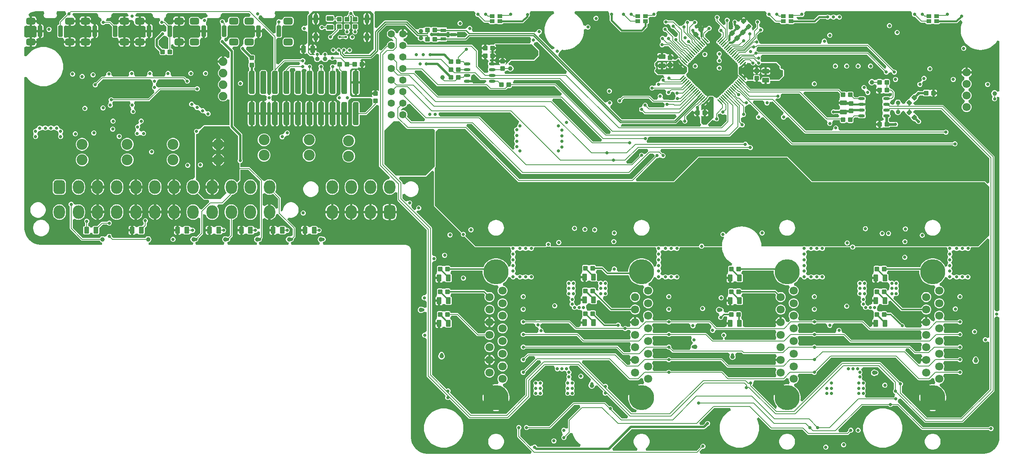
<source format=gtl>
G04*
G04 #@! TF.GenerationSoftware,Altium Limited,Altium Designer,24.3.1 (35)*
G04*
G04 Layer_Physical_Order=1*
G04 Layer_Color=255*
%FSLAX25Y25*%
%MOIN*%
G70*
G04*
G04 #@! TF.SameCoordinates,03FD84D8-87D8-4BCB-B200-23DCDFDCD728*
G04*
G04*
G04 #@! TF.FilePolarity,Positive*
G04*
G01*
G75*
%ADD10C,0.00984*%
%ADD11C,0.02362*%
%ADD12C,0.00787*%
%ADD13C,0.03937*%
%ADD16C,0.00591*%
%ADD18C,0.01181*%
G04:AMPARAMS|DCode=19|XSize=39.37mil|YSize=37.4mil|CornerRadius=4.68mil|HoleSize=0mil|Usage=FLASHONLY|Rotation=270.000|XOffset=0mil|YOffset=0mil|HoleType=Round|Shape=RoundedRectangle|*
%AMROUNDEDRECTD19*
21,1,0.03937,0.02805,0,0,270.0*
21,1,0.03002,0.03740,0,0,270.0*
1,1,0.00935,-0.01403,-0.01501*
1,1,0.00935,-0.01403,0.01501*
1,1,0.00935,0.01403,0.01501*
1,1,0.00935,0.01403,-0.01501*
%
%ADD19ROUNDEDRECTD19*%
G04:AMPARAMS|DCode=20|XSize=39.37mil|YSize=39.37mil|CornerRadius=4.92mil|HoleSize=0mil|Usage=FLASHONLY|Rotation=90.000|XOffset=0mil|YOffset=0mil|HoleType=Round|Shape=RoundedRectangle|*
%AMROUNDEDRECTD20*
21,1,0.03937,0.02953,0,0,90.0*
21,1,0.02953,0.03937,0,0,90.0*
1,1,0.00984,0.01476,0.01476*
1,1,0.00984,0.01476,-0.01476*
1,1,0.00984,-0.01476,-0.01476*
1,1,0.00984,-0.01476,0.01476*
%
%ADD20ROUNDEDRECTD20*%
G04:AMPARAMS|DCode=21|XSize=39.37mil|YSize=37.4mil|CornerRadius=4.68mil|HoleSize=0mil|Usage=FLASHONLY|Rotation=135.000|XOffset=0mil|YOffset=0mil|HoleType=Round|Shape=RoundedRectangle|*
%AMROUNDEDRECTD21*
21,1,0.03937,0.02805,0,0,135.0*
21,1,0.03002,0.03740,0,0,135.0*
1,1,0.00935,-0.00070,0.02053*
1,1,0.00935,0.02053,-0.00070*
1,1,0.00935,0.00070,-0.02053*
1,1,0.00935,-0.02053,0.00070*
%
%ADD21ROUNDEDRECTD21*%
G04:AMPARAMS|DCode=22|XSize=39.37mil|YSize=37.4mil|CornerRadius=4.68mil|HoleSize=0mil|Usage=FLASHONLY|Rotation=225.000|XOffset=0mil|YOffset=0mil|HoleType=Round|Shape=RoundedRectangle|*
%AMROUNDEDRECTD22*
21,1,0.03937,0.02805,0,0,225.0*
21,1,0.03002,0.03740,0,0,225.0*
1,1,0.00935,-0.02053,-0.00070*
1,1,0.00935,0.00070,0.02053*
1,1,0.00935,0.02053,0.00070*
1,1,0.00935,-0.00070,-0.02053*
%
%ADD22ROUNDEDRECTD22*%
%ADD23O,0.05709X0.02362*%
G04:AMPARAMS|DCode=24|XSize=39.37mil|YSize=39.37mil|CornerRadius=4.92mil|HoleSize=0mil|Usage=FLASHONLY|Rotation=0.000|XOffset=0mil|YOffset=0mil|HoleType=Round|Shape=RoundedRectangle|*
%AMROUNDEDRECTD24*
21,1,0.03937,0.02953,0,0,0.0*
21,1,0.02953,0.03937,0,0,0.0*
1,1,0.00984,0.01476,-0.01476*
1,1,0.00984,-0.01476,-0.01476*
1,1,0.00984,-0.01476,0.01476*
1,1,0.00984,0.01476,0.01476*
%
%ADD24ROUNDEDRECTD24*%
G04:AMPARAMS|DCode=25|XSize=57.09mil|YSize=43.31mil|CornerRadius=5.41mil|HoleSize=0mil|Usage=FLASHONLY|Rotation=0.000|XOffset=0mil|YOffset=0mil|HoleType=Round|Shape=RoundedRectangle|*
%AMROUNDEDRECTD25*
21,1,0.05709,0.03248,0,0,0.0*
21,1,0.04626,0.04331,0,0,0.0*
1,1,0.01083,0.02313,-0.01624*
1,1,0.01083,-0.02313,-0.01624*
1,1,0.01083,-0.02313,0.01624*
1,1,0.01083,0.02313,0.01624*
%
%ADD25ROUNDEDRECTD25*%
G04:AMPARAMS|DCode=26|XSize=39.37mil|YSize=39.37mil|CornerRadius=4.92mil|HoleSize=0mil|Usage=FLASHONLY|Rotation=225.000|XOffset=0mil|YOffset=0mil|HoleType=Round|Shape=RoundedRectangle|*
%AMROUNDEDRECTD26*
21,1,0.03937,0.02953,0,0,225.0*
21,1,0.02953,0.03937,0,0,225.0*
1,1,0.00984,-0.02088,0.00000*
1,1,0.00984,0.00000,0.02088*
1,1,0.00984,0.02088,0.00000*
1,1,0.00984,0.00000,-0.02088*
%
%ADD26ROUNDEDRECTD26*%
G04:AMPARAMS|DCode=27|XSize=39.37mil|YSize=39.37mil|CornerRadius=4.92mil|HoleSize=0mil|Usage=FLASHONLY|Rotation=315.000|XOffset=0mil|YOffset=0mil|HoleType=Round|Shape=RoundedRectangle|*
%AMROUNDEDRECTD27*
21,1,0.03937,0.02953,0,0,315.0*
21,1,0.02953,0.03937,0,0,315.0*
1,1,0.00984,0.00000,-0.02088*
1,1,0.00984,-0.02088,0.00000*
1,1,0.00984,0.00000,0.02088*
1,1,0.00984,0.02088,0.00000*
%
%ADD27ROUNDEDRECTD27*%
G04:AMPARAMS|DCode=30|XSize=39.37mil|YSize=37.4mil|CornerRadius=4.68mil|HoleSize=0mil|Usage=FLASHONLY|Rotation=180.000|XOffset=0mil|YOffset=0mil|HoleType=Round|Shape=RoundedRectangle|*
%AMROUNDEDRECTD30*
21,1,0.03937,0.02805,0,0,180.0*
21,1,0.03002,0.03740,0,0,180.0*
1,1,0.00935,-0.01501,0.01403*
1,1,0.00935,0.01501,0.01403*
1,1,0.00935,0.01501,-0.01403*
1,1,0.00935,-0.01501,-0.01403*
%
%ADD30ROUNDEDRECTD30*%
%ADD31R,0.04724X0.03150*%
G04:AMPARAMS|DCode=32|XSize=31.5mil|YSize=43.31mil|CornerRadius=3.94mil|HoleSize=0mil|Usage=FLASHONLY|Rotation=90.000|XOffset=0mil|YOffset=0mil|HoleType=Round|Shape=RoundedRectangle|*
%AMROUNDEDRECTD32*
21,1,0.03150,0.03543,0,0,90.0*
21,1,0.02362,0.04331,0,0,90.0*
1,1,0.00787,0.01772,0.01181*
1,1,0.00787,0.01772,-0.01181*
1,1,0.00787,-0.01772,-0.01181*
1,1,0.00787,-0.01772,0.01181*
%
%ADD32ROUNDEDRECTD32*%
G04:AMPARAMS|DCode=33|XSize=57.09mil|YSize=43.31mil|CornerRadius=5.41mil|HoleSize=0mil|Usage=FLASHONLY|Rotation=270.000|XOffset=0mil|YOffset=0mil|HoleType=Round|Shape=RoundedRectangle|*
%AMROUNDEDRECTD33*
21,1,0.05709,0.03248,0,0,270.0*
21,1,0.04626,0.04331,0,0,270.0*
1,1,0.01083,-0.01624,-0.02313*
1,1,0.01083,-0.01624,0.02313*
1,1,0.01083,0.01624,0.02313*
1,1,0.01083,0.01624,-0.02313*
%
%ADD33ROUNDEDRECTD33*%
G04:AMPARAMS|DCode=34|XSize=50mil|YSize=200mil|CornerRadius=12.5mil|HoleSize=0mil|Usage=FLASHONLY|Rotation=180.000|XOffset=0mil|YOffset=0mil|HoleType=Round|Shape=RoundedRectangle|*
%AMROUNDEDRECTD34*
21,1,0.05000,0.17500,0,0,180.0*
21,1,0.02500,0.20000,0,0,180.0*
1,1,0.02500,-0.01250,0.08750*
1,1,0.02500,0.01250,0.08750*
1,1,0.02500,0.01250,-0.08750*
1,1,0.02500,-0.01250,-0.08750*
%
%ADD34ROUNDEDRECTD34*%
G04:AMPARAMS|DCode=35|XSize=78.74mil|YSize=59.06mil|CornerRadius=14.76mil|HoleSize=0mil|Usage=FLASHONLY|Rotation=180.000|XOffset=0mil|YOffset=0mil|HoleType=Round|Shape=RoundedRectangle|*
%AMROUNDEDRECTD35*
21,1,0.07874,0.02953,0,0,180.0*
21,1,0.04921,0.05906,0,0,180.0*
1,1,0.02953,-0.02461,0.01476*
1,1,0.02953,0.02461,0.01476*
1,1,0.02953,0.02461,-0.01476*
1,1,0.02953,-0.02461,-0.01476*
%
%ADD35ROUNDEDRECTD35*%
G04:AMPARAMS|DCode=36|XSize=39.37mil|YSize=98.43mil|CornerRadius=9.84mil|HoleSize=0mil|Usage=FLASHONLY|Rotation=180.000|XOffset=0mil|YOffset=0mil|HoleType=Round|Shape=RoundedRectangle|*
%AMROUNDEDRECTD36*
21,1,0.03937,0.07874,0,0,180.0*
21,1,0.01968,0.09843,0,0,180.0*
1,1,0.01968,-0.00984,0.03937*
1,1,0.01968,0.00984,0.03937*
1,1,0.01968,0.00984,-0.03937*
1,1,0.01968,-0.00984,-0.03937*
%
%ADD36ROUNDEDRECTD36*%
G04:AMPARAMS|DCode=64|XSize=11.81mil|YSize=59.06mil|CornerRadius=0mil|HoleSize=0mil|Usage=FLASHONLY|Rotation=225.000|XOffset=0mil|YOffset=0mil|HoleType=Round|Shape=Round|*
%AMOVALD64*
21,1,0.04724,0.01181,0.00000,0.00000,315.0*
1,1,0.01181,-0.01670,0.01670*
1,1,0.01181,0.01670,-0.01670*
%
%ADD64OVALD64*%

G04:AMPARAMS|DCode=65|XSize=11.81mil|YSize=59.06mil|CornerRadius=0mil|HoleSize=0mil|Usage=FLASHONLY|Rotation=315.000|XOffset=0mil|YOffset=0mil|HoleType=Round|Shape=Round|*
%AMOVALD65*
21,1,0.04724,0.01181,0.00000,0.00000,45.0*
1,1,0.01181,-0.01670,-0.01670*
1,1,0.01181,0.01670,0.01670*
%
%ADD65OVALD65*%

%ADD66C,0.01575*%
%ADD67C,0.01968*%
%ADD68O,0.03937X0.08661*%
%ADD69O,0.03937X0.07087*%
%ADD70C,0.07480*%
%ADD71C,0.07087*%
%ADD72C,0.21654*%
%ADD73O,0.09843X0.11811*%
G04:AMPARAMS|DCode=74|XSize=98.43mil|YSize=118.11mil|CornerRadius=24.61mil|HoleSize=0mil|Usage=FLASHONLY|Rotation=0.000|XOffset=0mil|YOffset=0mil|HoleType=Round|Shape=RoundedRectangle|*
%AMROUNDEDRECTD74*
21,1,0.09843,0.06890,0,0,0.0*
21,1,0.04921,0.11811,0,0,0.0*
1,1,0.04921,0.02461,-0.03445*
1,1,0.04921,-0.02461,-0.03445*
1,1,0.04921,-0.02461,0.03445*
1,1,0.04921,0.02461,0.03445*
%
%ADD74ROUNDEDRECTD74*%
%ADD75C,0.06299*%
%ADD76C,0.09449*%
%ADD77C,0.02756*%
%ADD78C,0.02205*%
G36*
X247810Y382804D02*
X246283Y381276D01*
X246109Y381016D01*
X246048Y380709D01*
Y372791D01*
X245514Y372343D01*
X244079Y371709D01*
X243738Y371850D01*
X242876D01*
X242080Y371521D01*
X241471Y370912D01*
X241142Y370116D01*
Y369254D01*
X241471Y368459D01*
X242080Y367849D01*
X242876Y367520D01*
X243738D01*
X244079Y367661D01*
X245514Y367027D01*
X246048Y366579D01*
Y357013D01*
X245941Y356816D01*
X244537Y355459D01*
X243913D01*
Y351575D01*
Y347690D01*
X244537D01*
X245139Y347810D01*
X245812Y348024D01*
X247164Y346976D01*
X248251Y345889D01*
X248512Y345715D01*
X248819Y345654D01*
X250624D01*
X251054Y345294D01*
X251973Y343685D01*
X251969Y343670D01*
Y342944D01*
X252156Y342243D01*
X252519Y341615D01*
X253032Y341102D01*
X253661Y340739D01*
X254362Y340551D01*
X255087D01*
X255788Y340739D01*
X256417Y341102D01*
X256930Y341615D01*
X256977Y341696D01*
X257509Y341852D01*
X258633D01*
X259165Y341696D01*
X259212Y341615D01*
X259725Y341102D01*
X260354Y340739D01*
X261054Y340551D01*
X261780D01*
X262481Y340739D01*
X263109Y341102D01*
X263623Y341615D01*
X263985Y342243D01*
X263995Y342278D01*
X265074Y342616D01*
X266021Y342709D01*
X266043Y342706D01*
X266490Y342259D01*
X267286Y341929D01*
X268147D01*
X268943Y342259D01*
X269380Y342696D01*
X270975Y342521D01*
X270979Y342520D01*
X271662Y340625D01*
X271628Y340573D01*
X271531Y340084D01*
Y338749D01*
X271005Y338462D01*
X269562Y338146D01*
X269258Y338450D01*
X268462Y338779D01*
X267601D01*
X266805Y338450D01*
X266196Y337841D01*
X265866Y337045D01*
Y336184D01*
X266133Y335540D01*
X266160Y335246D01*
X265659Y333285D01*
X265313Y333053D01*
X264862Y332380D01*
X264704Y331585D01*
Y314085D01*
X264862Y313290D01*
X265313Y312616D01*
X265986Y312165D01*
X266781Y312007D01*
X269282D01*
X270076Y312165D01*
X270750Y312616D01*
X271201Y313290D01*
X271359Y314085D01*
Y331585D01*
X271201Y332380D01*
X270750Y333053D01*
X270813Y334839D01*
X272888Y334493D01*
X273008Y334154D01*
X273100Y333693D01*
X273361Y333302D01*
X274766Y331897D01*
X274704Y331585D01*
Y314085D01*
X274836Y313420D01*
X274578Y312825D01*
X273614Y311614D01*
X273191D01*
X272395Y311284D01*
X271786Y310675D01*
X271457Y309879D01*
Y309018D01*
X271786Y308222D01*
X272395Y307613D01*
X273191Y307283D01*
X273511D01*
X274498Y305958D01*
X274663Y305465D01*
X274662Y305463D01*
X274487Y304585D01*
Y296835D01*
X278031D01*
X281576D01*
Y304585D01*
X281408Y305426D01*
X281401Y305473D01*
X281920Y307551D01*
X282065Y307743D01*
X282544Y308222D01*
X282602Y308361D01*
X282983Y308698D01*
X283893Y309233D01*
X284842Y309433D01*
X300683Y309433D01*
X302338Y308292D01*
X302338Y307735D01*
Y305487D01*
X302435Y304998D01*
X302712Y304583D01*
X301865Y302781D01*
X296123Y297039D01*
X291359D01*
Y304585D01*
X291201Y305380D01*
X290750Y306053D01*
X290076Y306504D01*
X289282Y306662D01*
X286782D01*
X285986Y306504D01*
X285313Y306053D01*
X284862Y305380D01*
X284704Y304585D01*
Y287085D01*
X284862Y286290D01*
X285313Y285616D01*
X285986Y285166D01*
X286782Y285007D01*
X289282D01*
X290076Y285166D01*
X290750Y285616D01*
X291201Y286290D01*
X291359Y287085D01*
Y294630D01*
X296622D01*
X296622Y294630D01*
X297083Y294722D01*
X297474Y294983D01*
X305970Y303479D01*
X305970Y303479D01*
X307885Y303050D01*
X307918Y303020D01*
X308146Y302657D01*
Y250886D01*
X308146Y250886D01*
X308238Y250425D01*
X308499Y250034D01*
X317561Y240972D01*
X317478Y240295D01*
X316793Y238956D01*
X315833Y238829D01*
X314444Y238254D01*
X313251Y237339D01*
X312336Y236147D01*
X311761Y234758D01*
X311565Y233268D01*
Y231299D01*
X311761Y229809D01*
X312336Y228420D01*
X313251Y227228D01*
X314444Y226313D01*
X315833Y225738D01*
X317323Y225541D01*
X318813Y225738D01*
X320202Y226313D01*
X321394Y227228D01*
X322024Y228048D01*
X323567Y227756D01*
X323993Y227532D01*
Y221260D01*
X323993Y221260D01*
X324084Y220799D01*
X324345Y220408D01*
X349485Y195269D01*
Y167438D01*
X349469Y167359D01*
X349469Y167359D01*
Y139827D01*
X347773Y138484D01*
X346912D01*
X346116Y138155D01*
X345507Y137546D01*
X345177Y136750D01*
Y135888D01*
X345507Y135092D01*
X346116Y134483D01*
X346912Y134153D01*
X347773D01*
X349469Y132811D01*
Y128212D01*
X349354Y128139D01*
X347500Y127609D01*
X347290Y127820D01*
X346494Y128150D01*
X346220D01*
X346180Y128190D01*
X345552Y128552D01*
X344851Y128740D01*
X344125D01*
X343424Y128552D01*
X342796Y128190D01*
X342283Y127676D01*
X341920Y127048D01*
X341732Y126347D01*
Y125621D01*
X341920Y124920D01*
X342283Y124292D01*
X342796Y123779D01*
X343424Y123416D01*
X344125Y123228D01*
X344851D01*
X345552Y123416D01*
X346180Y123779D01*
X346220Y123819D01*
X346494D01*
X347290Y124149D01*
X347500Y124360D01*
X349354Y123829D01*
X349469Y123756D01*
Y107792D01*
X348167Y106201D01*
X347305D01*
X346510Y105871D01*
X345901Y105262D01*
X345571Y104466D01*
Y103605D01*
X345901Y102809D01*
X346510Y102200D01*
X347305Y101870D01*
X348167D01*
X349469Y100279D01*
Y68618D01*
X349469Y68618D01*
X349561Y68157D01*
X349822Y67767D01*
X364729Y52859D01*
X365881Y51227D01*
X365551Y50431D01*
Y49569D01*
X365881Y48773D01*
X366490Y48164D01*
X367286Y47835D01*
X368147D01*
X368943Y48164D01*
X369183Y48405D01*
X385763Y31826D01*
X386153Y31565D01*
X386614Y31473D01*
X386614Y31473D01*
X419458D01*
X419458Y31473D01*
X419919Y31565D01*
X420310Y31826D01*
X438745Y50261D01*
X439006Y50652D01*
X439098Y51112D01*
Y64560D01*
X452074Y77536D01*
X459485D01*
X459930Y77012D01*
X460571Y75567D01*
X460433Y75234D01*
Y74372D01*
X460763Y73577D01*
X461372Y72967D01*
X462168Y72638D01*
X463029D01*
X463825Y72967D01*
X464567Y73484D01*
X465309Y72967D01*
X466105Y72638D01*
X466966D01*
X467762Y72967D01*
X468347Y73375D01*
X469275Y72948D01*
X470276Y72281D01*
Y71420D01*
X470605Y70624D01*
X471122Y69882D01*
X470605Y69140D01*
X470276Y68344D01*
Y67483D01*
X470605Y66687D01*
X470766Y66526D01*
X470788Y66369D01*
X470493Y64679D01*
X470339Y64381D01*
X470230Y64336D01*
X469621Y63727D01*
X469291Y62931D01*
Y62069D01*
X469621Y61273D01*
X469706Y60285D01*
X469621Y59297D01*
X469291Y58502D01*
Y57640D01*
X469621Y56844D01*
X469706Y55856D01*
X469621Y54868D01*
X469291Y54072D01*
Y53211D01*
X469621Y52415D01*
X470230Y51806D01*
X471026Y51476D01*
X471887D01*
X472683Y51806D01*
X473425Y52323D01*
X474167Y51806D01*
X474963Y51476D01*
X475824D01*
X476620Y51806D01*
X477229Y52415D01*
X477559Y53211D01*
Y54072D01*
X477229Y54868D01*
X477144Y55856D01*
X477229Y56844D01*
X477559Y57640D01*
Y58502D01*
X477229Y59297D01*
X477144Y60285D01*
X477229Y61273D01*
X477559Y62069D01*
Y62931D01*
X477229Y63727D01*
X476620Y64336D01*
X475824Y64665D01*
X475010D01*
X474882Y64807D01*
X473978Y66388D01*
X474277Y66687D01*
X474606Y67483D01*
Y68344D01*
X474277Y69140D01*
X473760Y69882D01*
X474277Y70624D01*
X474606Y71420D01*
Y72281D01*
X474277Y73077D01*
X473667Y73686D01*
X473314Y73832D01*
X472618Y75834D01*
X473141Y77012D01*
X473586Y77536D01*
X480210D01*
X491688Y66057D01*
X491711Y65849D01*
X491112Y63850D01*
X491096Y63844D01*
X490487Y63234D01*
X490158Y62439D01*
Y62165D01*
X490118Y62125D01*
X489755Y61497D01*
X489567Y60796D01*
Y60070D01*
X489755Y59369D01*
X490118Y58741D01*
X490631Y58228D01*
X491259Y57865D01*
X491960Y57677D01*
X492686D01*
X493387Y57865D01*
X494015Y58228D01*
X494528Y58741D01*
X494891Y59369D01*
X495039Y59923D01*
X495550Y60221D01*
X497047Y60698D01*
X502342Y55404D01*
X502101Y55164D01*
X501772Y54368D01*
Y53506D01*
X502101Y52710D01*
X502710Y52101D01*
X503506Y51772D01*
X504368D01*
X505164Y52101D01*
X505404Y52342D01*
X523794Y33952D01*
X522978Y31984D01*
X518145D01*
X510309Y39820D01*
X510433Y40121D01*
Y40982D01*
X510103Y41778D01*
X509494Y42387D01*
X508698Y42717D01*
X507837D01*
X507536Y42592D01*
X504395Y45733D01*
X504004Y45994D01*
X503543Y46086D01*
X503543Y46086D01*
X476789D01*
X476789Y46086D01*
X476328Y45994D01*
X475937Y45733D01*
X475937Y45733D01*
X455424Y25220D01*
X437672D01*
X437663Y25242D01*
X437053Y25851D01*
X436258Y26181D01*
X435396D01*
X434600Y25851D01*
X433991Y25242D01*
X433661Y24446D01*
Y23585D01*
X433991Y22789D01*
X434600Y22180D01*
X435396Y21850D01*
X436258D01*
X437053Y22180D01*
X437663Y22789D01*
X437672Y22812D01*
X455923D01*
X455923Y22812D01*
X456384Y22903D01*
X456774Y23164D01*
X477288Y43678D01*
X481813D01*
X481870Y43607D01*
X482526Y41709D01*
X471983Y31166D01*
X471722Y30776D01*
X471630Y30315D01*
X471630Y30315D01*
Y23768D01*
X471005Y23438D01*
X469662Y23164D01*
X469337Y23489D01*
X468541Y23819D01*
X467680D01*
X466884Y23489D01*
X466274Y22880D01*
X465945Y22084D01*
Y21223D01*
X466274Y20427D01*
X466884Y19818D01*
X467093Y17670D01*
X466884Y17190D01*
X466274Y16581D01*
X465945Y15785D01*
Y14924D01*
X466274Y14128D01*
X466884Y13519D01*
X467680Y13189D01*
X468541D01*
X469337Y13519D01*
X469946Y14128D01*
X470276Y14924D01*
Y15785D01*
X470266Y15807D01*
X473634Y19175D01*
X475034Y19195D01*
X475267Y19143D01*
X475710Y18983D01*
X476354Y17089D01*
X477341Y15086D01*
X478582Y13229D01*
X480054Y11550D01*
X481733Y10078D01*
X482816Y9354D01*
X482219Y7386D01*
X445168D01*
X445079Y7476D01*
Y7517D01*
X444749Y8313D01*
X444140Y8922D01*
X443344Y9252D01*
X442483D01*
X441687Y8922D01*
X441263Y8499D01*
X440845Y8285D01*
X438929Y8049D01*
X430338Y16641D01*
Y22171D01*
X430360Y22180D01*
X430969Y22789D01*
X431299Y23585D01*
Y24446D01*
X430969Y25242D01*
X430360Y25851D01*
X429565Y26181D01*
X428703D01*
X427907Y25851D01*
X427298Y25242D01*
X426968Y24446D01*
Y23585D01*
X427298Y22789D01*
X427907Y22180D01*
X427930Y22171D01*
Y16142D01*
X427930Y16142D01*
X428021Y15681D01*
X428282Y15290D01*
X440400Y3173D01*
X439584Y1204D01*
X350394D01*
X349440Y1204D01*
X347550Y1453D01*
X345709Y1946D01*
X343947Y2676D01*
X342296Y3629D01*
X340784Y4790D01*
X339436Y6138D01*
X338275Y7651D01*
X337322Y9302D01*
X336592Y11063D01*
X336099Y12905D01*
X335850Y14795D01*
X335850Y15748D01*
Y177165D01*
X335844Y177195D01*
X335848Y177225D01*
X335829Y177610D01*
X335808Y177697D01*
Y177786D01*
X335657Y178543D01*
X335612Y178653D01*
X335589Y178769D01*
X335293Y179482D01*
X335227Y179581D01*
X335182Y179690D01*
X334753Y180332D01*
X334669Y180416D01*
X334604Y180514D01*
X334058Y181060D01*
X333959Y181126D01*
X333875Y181210D01*
X333234Y181639D01*
X333124Y181684D01*
X333025Y181750D01*
X332312Y182045D01*
X332196Y182069D01*
X332086Y182114D01*
X331329Y182264D01*
X331240D01*
X331154Y182286D01*
X330768Y182305D01*
X330738Y182301D01*
X330709Y182307D01*
X259988D01*
X259279Y184275D01*
X259965Y184843D01*
X260273D01*
X261069Y185172D01*
X261678Y185781D01*
X262008Y186577D01*
Y187439D01*
X261678Y188234D01*
X261069Y188844D01*
X260273Y189173D01*
X259606D01*
X259566Y189213D01*
X258938Y189576D01*
X258237Y189764D01*
X257511D01*
X256810Y189576D01*
X256182Y189213D01*
X255669Y188700D01*
X255306Y188072D01*
X255118Y187371D01*
Y186645D01*
X255306Y185944D01*
X255669Y185316D01*
X256182Y184803D01*
X256810Y184440D01*
X256895Y184371D01*
X256895Y184371D01*
X257014Y184275D01*
X256413Y182307D01*
X232430Y182307D01*
X231720Y184275D01*
X232406Y184843D01*
X232714D01*
X233510Y185172D01*
X234119Y185781D01*
X234449Y186577D01*
Y187439D01*
X234440Y187461D01*
X235497Y188519D01*
X235758Y188909D01*
X235850Y189370D01*
X235850Y189370D01*
Y196850D01*
X235850Y196850D01*
X235758Y197311D01*
X235497Y197702D01*
X235497Y197702D01*
X228891Y204308D01*
X229938Y206005D01*
X231230Y205748D01*
X232549D01*
X233842Y206005D01*
X235060Y206510D01*
X236156Y207242D01*
X237088Y208174D01*
X237821Y209271D01*
X238325Y210489D01*
X238583Y211782D01*
Y213100D01*
X238325Y214393D01*
X237821Y215611D01*
X237088Y216707D01*
X236156Y217640D01*
X235060Y218372D01*
X233842Y218877D01*
X232549Y219134D01*
X231230D01*
X229938Y218877D01*
X228719Y218372D01*
X227623Y217640D01*
X226691Y216707D01*
X225958Y215611D01*
X225454Y214393D01*
X225197Y213100D01*
Y212473D01*
X223793Y211416D01*
X223289Y211284D01*
X223133Y211371D01*
Y222756D01*
X223133Y222756D01*
X223042Y223217D01*
X222781Y223607D01*
X222781Y223607D01*
X218197Y228191D01*
X218372Y228420D01*
X218948Y229809D01*
X219144Y231299D01*
Y233268D01*
X218948Y234758D01*
X218372Y236147D01*
X217457Y237339D01*
X216265Y238254D01*
X214876Y238829D01*
X213386Y239026D01*
X211895Y238829D01*
X210507Y238254D01*
X209472Y237460D01*
X208471Y237631D01*
X207437Y238127D01*
X207412Y238256D01*
X207151Y238647D01*
X207151Y238647D01*
X196521Y249277D01*
X196130Y249538D01*
X195669Y249629D01*
X195669Y249629D01*
X188204D01*
Y252953D01*
X188423D01*
X189219Y253282D01*
X189828Y253891D01*
X190157Y254687D01*
Y255549D01*
X189828Y256345D01*
X189798Y256374D01*
Y277362D01*
X189661Y278053D01*
X189269Y278640D01*
X182515Y285394D01*
Y350000D01*
X182378Y350691D01*
X181986Y351277D01*
X181142Y352121D01*
X181958Y354089D01*
X184744D01*
X185627Y354265D01*
X186376Y354766D01*
X186876Y355514D01*
X187052Y356398D01*
Y359350D01*
X186876Y360234D01*
X186376Y360982D01*
X185627Y361483D01*
X184744Y361659D01*
X179823D01*
X178940Y361483D01*
X178191Y360982D01*
X177690Y360234D01*
X177524Y359399D01*
X177378Y359273D01*
X175644Y358297D01*
X174606Y358698D01*
X174277Y359494D01*
X174160Y359611D01*
X174856Y361579D01*
X175197D01*
X175888Y361717D01*
X176474Y362108D01*
X176866Y362695D01*
X177003Y363386D01*
Y371260D01*
X176969Y371430D01*
X178491Y372483D01*
Y372483D01*
X178632Y372581D01*
X178718Y372524D01*
X178940Y372375D01*
X179823Y372200D01*
X184744D01*
X185627Y372375D01*
X186376Y372876D01*
X186876Y373625D01*
X187052Y374508D01*
Y377461D01*
X186876Y378344D01*
X186376Y379093D01*
X185627Y379593D01*
X184744Y379769D01*
X179823D01*
X178940Y379593D01*
X178191Y379093D01*
X177690Y378344D01*
X177515Y377461D01*
Y375782D01*
X175685Y374518D01*
X174606Y375160D01*
Y376021D01*
X174277Y376817D01*
X173668Y377426D01*
X172872Y377756D01*
X172010D01*
X171214Y377426D01*
X170605Y376817D01*
X170276Y376021D01*
Y375160D01*
X170605Y374364D01*
X170833Y374137D01*
X171258Y373529D01*
X171560Y371951D01*
X171422Y371260D01*
Y363386D01*
X171560Y362695D01*
X171810Y362319D01*
X171832Y362117D01*
X171680Y361251D01*
X171334Y360153D01*
X171214Y360103D01*
X170605Y359494D01*
X170276Y358698D01*
Y357837D01*
X170605Y357041D01*
X171214Y356432D01*
X172010Y356102D01*
X172052D01*
X178902Y349252D01*
Y344613D01*
X177334Y344047D01*
X176934Y344022D01*
X176139Y344817D01*
X175058Y345441D01*
X174228Y345663D01*
Y341024D01*
X173228D01*
Y340024D01*
X168589D01*
X168811Y339194D01*
X169435Y338113D01*
X170318Y337231D01*
X170750Y336981D01*
X170799Y334969D01*
X170744Y334817D01*
X170448Y334647D01*
X169605Y333804D01*
X169009Y332771D01*
X168701Y331620D01*
Y330428D01*
X169009Y329276D01*
X169605Y328244D01*
X170448Y327401D01*
X170938Y327118D01*
X171097Y326569D01*
X171097Y325478D01*
X170938Y324929D01*
X170448Y324647D01*
X169605Y323804D01*
X169009Y322771D01*
X168701Y321620D01*
Y320428D01*
X169009Y319276D01*
X169605Y318244D01*
X170448Y317401D01*
X170938Y317118D01*
X171097Y316569D01*
Y315478D01*
X170938Y314929D01*
X170448Y314647D01*
X169605Y313804D01*
X169009Y312771D01*
X168701Y311620D01*
Y310428D01*
X169009Y309276D01*
X169605Y308244D01*
X170448Y307401D01*
X171481Y306805D01*
X172632Y306496D01*
X173824D01*
X174976Y306805D01*
X176008Y307401D01*
X176851Y308244D01*
X176934Y308386D01*
X178902Y307859D01*
Y285975D01*
X178740Y285842D01*
X156693D01*
X156693Y285842D01*
X156386Y285781D01*
X156125Y285607D01*
X153451Y282933D01*
X151386Y282306D01*
X150590Y282635D01*
X149729D01*
X148933Y282306D01*
X148324Y281697D01*
X147994Y280901D01*
Y280039D01*
X148324Y279243D01*
X148932Y278628D01*
X148865Y278260D01*
X148803Y277953D01*
Y240806D01*
X147244Y239026D01*
X145754Y238829D01*
X144365Y238254D01*
X143173Y237339D01*
X142258Y236147D01*
X141682Y234758D01*
X141486Y233268D01*
Y231299D01*
X141682Y229809D01*
X142258Y228420D01*
X143173Y227228D01*
X144365Y226313D01*
X145754Y225738D01*
X147244Y225541D01*
X148734Y225738D01*
X150123Y226313D01*
X151007Y226991D01*
X156519Y221480D01*
X156779Y221305D01*
X157087Y221244D01*
X160471D01*
X160945Y220381D01*
X161077Y219825D01*
X161108Y219276D01*
X154808Y212976D01*
X154015Y213027D01*
X152614Y213566D01*
X152231Y214493D01*
X151315Y215686D01*
X150123Y216601D01*
X148734Y217176D01*
X147244Y217372D01*
X145754Y217176D01*
X144365Y216601D01*
X143173Y215686D01*
X142257Y214493D01*
X141682Y213104D01*
X141486Y211614D01*
Y209646D01*
X141682Y208155D01*
X142257Y206767D01*
X143173Y205574D01*
X144365Y204659D01*
X145754Y204084D01*
X147244Y203888D01*
X148734Y204084D01*
X150123Y204659D01*
X151315Y205574D01*
X151552Y205882D01*
X153520Y205214D01*
Y192625D01*
X150059Y189164D01*
X150037Y189173D01*
X149370D01*
X149330Y189213D01*
X148702Y189576D01*
X148001Y189764D01*
X147275D01*
X146574Y189576D01*
X145946Y189213D01*
X145432Y188700D01*
X145070Y188072D01*
X144882Y187371D01*
Y186645D01*
X145070Y185944D01*
X145432Y185316D01*
X145946Y184803D01*
X146574Y184440D01*
X147275Y184252D01*
X147219Y182307D01*
X108686D01*
X108631Y184252D01*
X109332Y184440D01*
X109960Y184803D01*
X110473Y185316D01*
X110836Y185944D01*
X111024Y186645D01*
Y187371D01*
X110836Y188072D01*
X110473Y188700D01*
X109960Y189213D01*
X109332Y189576D01*
X108631Y189764D01*
X107905D01*
X107204Y189576D01*
X106576Y189213D01*
X106062Y188700D01*
X105781Y188212D01*
X78487D01*
X76874Y189184D01*
Y190045D01*
X76544Y190841D01*
X75935Y191450D01*
X75139Y191780D01*
X74278D01*
X73482Y191450D01*
X72873Y190841D01*
X72543Y190045D01*
Y189976D01*
X70590Y189213D01*
X69961Y189576D01*
X69261Y189764D01*
X68535D01*
X67834Y189576D01*
X67206Y189213D01*
X66692Y188700D01*
X66411Y188212D01*
X51680D01*
X42937Y196956D01*
Y203878D01*
X44905Y204849D01*
X45153Y204659D01*
X46541Y204084D01*
X48031Y203888D01*
X49522Y204084D01*
X50910Y204659D01*
X52103Y205574D01*
X53018Y206767D01*
X53593Y208155D01*
X53789Y209646D01*
Y211614D01*
X53593Y213104D01*
X53018Y214493D01*
X52103Y215686D01*
X50910Y216601D01*
X49522Y217176D01*
X48031Y217372D01*
X46541Y217176D01*
X45866Y216896D01*
X44156Y217641D01*
X43783Y218031D01*
X43568Y218549D01*
X42959Y219159D01*
X42163Y219488D01*
X41302D01*
X40506Y219159D01*
X39897Y218549D01*
X39567Y217754D01*
Y216892D01*
X39897Y216096D01*
X40506Y215487D01*
X40528Y215478D01*
Y196457D01*
X40528Y196457D01*
X40620Y195996D01*
X40881Y195605D01*
X50330Y186156D01*
X50330Y186156D01*
X50720Y185895D01*
X51181Y185804D01*
X66411D01*
X66692Y185316D01*
X67206Y184803D01*
X67834Y184440D01*
X68535Y184252D01*
X68479Y182307D01*
X15748D01*
X14795D01*
X12905Y182555D01*
X11063Y183049D01*
X9302Y183778D01*
X7651Y184732D01*
X6138Y185892D01*
X4790Y187240D01*
X3629Y188753D01*
X2676Y190404D01*
X1946Y192165D01*
X1453Y194007D01*
X1204Y195897D01*
Y196850D01*
Y327174D01*
X1901Y327539D01*
X3173Y327718D01*
X4172Y326221D01*
X5645Y324542D01*
X7324Y323070D01*
X9181Y321829D01*
X11183Y320842D01*
X13298Y320124D01*
X15488Y319688D01*
X17717Y319542D01*
X19945Y319688D01*
X22135Y320124D01*
X24250Y320842D01*
X26252Y321829D01*
X28109Y323070D01*
X29788Y324542D01*
X31261Y326221D01*
X32501Y328078D01*
X33489Y330081D01*
X34207Y332196D01*
X34642Y334386D01*
X34789Y336614D01*
X34642Y338843D01*
X34207Y341033D01*
X33489Y343147D01*
X32501Y345150D01*
X31261Y347007D01*
X29788Y348686D01*
X28109Y350158D01*
X26252Y351399D01*
X24250Y352387D01*
X22135Y353104D01*
X19945Y353540D01*
X17717Y353686D01*
X15488Y353540D01*
X13298Y353104D01*
X11183Y352387D01*
X9181Y351399D01*
X7324Y350158D01*
X5645Y348686D01*
X4172Y347007D01*
X3173Y345511D01*
X1901Y345689D01*
X1204Y346054D01*
Y353199D01*
X3173Y354127D01*
X3266Y354065D01*
X4232Y353873D01*
X5693D01*
Y357874D01*
Y361875D01*
X4232D01*
X3266Y361683D01*
X3173Y361621D01*
X1204Y362549D01*
Y371309D01*
X3173Y372237D01*
X3266Y372175D01*
X4232Y371983D01*
X5693D01*
Y375984D01*
Y379985D01*
X5564D01*
X4749Y381954D01*
X4802Y382008D01*
X5906Y382854D01*
X7110Y383549D01*
X8394Y384081D01*
X9737Y384441D01*
X11116Y384623D01*
X17654D01*
X17759Y384490D01*
X18308Y383099D01*
X18397Y382654D01*
X18190Y382345D01*
X17980Y381838D01*
X17889Y381377D01*
Y380828D01*
X17980Y380367D01*
X18190Y379860D01*
X18451Y379469D01*
X18839Y379081D01*
X19230Y378820D01*
X19737Y378610D01*
X20198Y378519D01*
X27046D01*
X27507Y378610D01*
X28014Y378820D01*
X28405Y379081D01*
X28793Y379469D01*
X29054Y379860D01*
X29264Y380367D01*
X29355Y380828D01*
Y381377D01*
X29264Y381838D01*
X29054Y382345D01*
X28847Y382654D01*
X28936Y383099D01*
X29485Y384490D01*
X29590Y384623D01*
X36420D01*
X36506Y384559D01*
X37593Y382723D01*
X37598Y382654D01*
Y382040D01*
X31629Y376070D01*
X31368Y375680D01*
X31276Y375219D01*
X31276Y375219D01*
Y373022D01*
X30805Y372929D01*
X30219Y372537D01*
X29827Y371951D01*
X29690Y371260D01*
Y363386D01*
X29827Y362695D01*
X30219Y362108D01*
X30805Y361717D01*
X31496Y361579D01*
X33329D01*
X33465Y361579D01*
X33465Y361579D01*
X33637Y361614D01*
X33901Y361652D01*
X34490Y361648D01*
X35644Y359754D01*
X35644Y359742D01*
X35566Y359350D01*
Y358874D01*
X39551D01*
Y361875D01*
X38091D01*
X37330Y361724D01*
X37113Y361688D01*
X36987Y361679D01*
X35996Y361646D01*
X35805Y361654D01*
X35275Y363396D01*
X35271Y363515D01*
X35271Y363853D01*
Y371046D01*
X35795Y371530D01*
X37092Y372197D01*
X37124Y372175D01*
X38091Y371983D01*
X39551D01*
Y375984D01*
X40551D01*
Y376984D01*
X45537D01*
Y377461D01*
X45344Y378427D01*
X44797Y379246D01*
X43978Y379793D01*
X42929Y381782D01*
X43435Y382991D01*
X43748Y383048D01*
X63595D01*
X64334Y382499D01*
X64433Y382388D01*
X65133Y381377D01*
Y380828D01*
X65224Y380367D01*
X65434Y379860D01*
X65696Y379469D01*
X66084Y379081D01*
X66474Y378820D01*
X66981Y378610D01*
X67442Y378519D01*
X67459D01*
X67947Y377004D01*
X67976Y376550D01*
X67456Y376030D01*
X67126Y375234D01*
Y374372D01*
X67456Y373577D01*
X68065Y372968D01*
X68861Y372638D01*
X69722D01*
X70518Y372968D01*
X71127Y373577D01*
X71136Y373599D01*
X74698D01*
X76951Y371346D01*
X76934Y371260D01*
Y363386D01*
X77071Y362695D01*
X77463Y362108D01*
X78049Y361717D01*
X78740Y361579D01*
X80573D01*
X80709Y361579D01*
X80709Y361579D01*
X80881Y361614D01*
X81145Y361652D01*
X81734Y361648D01*
X82889Y359754D01*
X82888Y359742D01*
X82810Y359350D01*
Y358874D01*
X86795D01*
Y361875D01*
X85335D01*
X84574Y361724D01*
X84357Y361688D01*
X84231Y361679D01*
X83240Y361646D01*
X83049Y361654D01*
X82519Y363396D01*
X82515Y363515D01*
X82515Y363853D01*
Y371046D01*
X83039Y371530D01*
X84336Y372197D01*
X84368Y372175D01*
X85335Y371983D01*
X86795D01*
Y374984D01*
X82810D01*
Y374508D01*
X82845Y374331D01*
X82023Y373533D01*
X81197Y372969D01*
X80709Y373066D01*
X78740D01*
X78654Y373049D01*
X76048Y375655D01*
X75658Y375916D01*
X75197Y376007D01*
X75197Y376007D01*
X72366D01*
X72056Y376186D01*
X71813Y376550D01*
X72865Y378519D01*
X74290D01*
X74751Y378610D01*
X75258Y378820D01*
X75649Y379081D01*
X76037Y379469D01*
X76298Y379860D01*
X76508Y380367D01*
X76599Y380828D01*
Y381377D01*
X77551Y382613D01*
X78137Y383048D01*
X90153D01*
X91295Y381079D01*
X90775Y380142D01*
X90256Y379985D01*
X90256Y379985D01*
X90158Y379985D01*
X88795D01*
Y376984D01*
X93277D01*
X94505Y377104D01*
X96196Y375531D01*
Y374508D01*
X96388Y373542D01*
X96935Y372723D01*
X97754Y372175D01*
X98721Y371983D01*
X100181D01*
Y375984D01*
Y379985D01*
X98721D01*
X98425Y379927D01*
X97819Y380118D01*
X97251Y381079D01*
X98375Y383048D01*
X110839D01*
X111578Y382499D01*
X111677Y382388D01*
X112377Y381377D01*
Y380828D01*
X112469Y380367D01*
X112679Y379860D01*
X112940Y379469D01*
X113328Y379081D01*
X113718Y378820D01*
X114225Y378610D01*
X114686Y378519D01*
X118246D01*
X118735Y377004D01*
X118763Y376550D01*
X118243Y376030D01*
X117913Y375234D01*
Y374372D01*
X118243Y373577D01*
X118852Y372968D01*
X119648Y372638D01*
X120509D01*
X121305Y372968D01*
X121914Y373577D01*
X123260Y372350D01*
X124207Y371404D01*
X124178Y371260D01*
Y367376D01*
X122209Y366680D01*
X122093Y366796D01*
X121297Y367126D01*
X120435D01*
X119640Y366796D01*
X119030Y366187D01*
X118701Y365391D01*
Y365350D01*
X114471Y361120D01*
X114079Y360534D01*
X113942Y359842D01*
Y354528D01*
X114079Y353836D01*
X114471Y353250D01*
X118184Y349537D01*
Y347908D01*
X118281Y347419D01*
X118559Y347004D01*
X118974Y346726D01*
X119464Y346629D01*
X122269D01*
X122758Y346726D01*
X122826Y346772D01*
X123455Y347004D01*
X124576D01*
X125206Y346772D01*
X125273Y346726D01*
X125763Y346629D01*
X128568D01*
X129058Y346726D01*
X129473Y347004D01*
X129750Y347419D01*
X129847Y347908D01*
Y350910D01*
X129750Y351400D01*
X129473Y351815D01*
X129058Y352093D01*
X128568Y352190D01*
X128173D01*
Y355764D01*
X130141Y355958D01*
X130246Y355431D01*
X130793Y354612D01*
X131613Y354065D01*
X132579Y353873D01*
X134039D01*
Y357874D01*
Y361875D01*
X132579D01*
X131613Y361683D01*
X130793Y361136D01*
X129435Y362416D01*
X129622Y362695D01*
X129759Y363386D01*
Y371046D01*
X130283Y371530D01*
X131580Y372197D01*
X131613Y372175D01*
X132579Y371983D01*
X134039D01*
Y374984D01*
X130054D01*
Y374508D01*
X130089Y374331D01*
X129267Y373533D01*
X128441Y372969D01*
X127953Y373066D01*
X125984D01*
X125956Y373061D01*
X123362Y375655D01*
X122971Y375916D01*
X122510Y376007D01*
X122510Y376008D01*
X122139Y376645D01*
X122110Y377045D01*
X122502Y378820D01*
X122893Y379081D01*
X123281Y379469D01*
X123542Y379860D01*
X123752Y380367D01*
X123844Y380828D01*
Y381377D01*
X124795Y382613D01*
X125381Y383048D01*
X158083D01*
X158822Y382499D01*
X158921Y382388D01*
X159621Y381377D01*
Y380973D01*
X159621Y380828D01*
X159621Y380828D01*
X159695Y380455D01*
X159656Y379846D01*
X157819Y378830D01*
X157764Y378837D01*
X157517Y378937D01*
X157354Y378937D01*
X156656D01*
X155860Y378607D01*
X155251Y377998D01*
X155095Y377623D01*
X154821Y377599D01*
X153103Y377920D01*
X153018Y378344D01*
X152518Y379093D01*
X151769Y379593D01*
X150886Y379769D01*
X145965D01*
X145081Y379593D01*
X144333Y379093D01*
X143832Y378344D01*
X143656Y377461D01*
Y374508D01*
X143832Y373625D01*
X144333Y372876D01*
X145081Y372375D01*
X145965Y372200D01*
X150886D01*
X151769Y372375D01*
X153190Y371453D01*
X153489Y371157D01*
Y368323D01*
X156496D01*
X159503D01*
Y371260D01*
X159349Y372034D01*
X158911Y372690D01*
X158576Y372914D01*
X158389Y374353D01*
X158470Y375093D01*
X158922Y375545D01*
X159252Y376341D01*
X159252Y376858D01*
X159275Y377110D01*
X159296Y377311D01*
X159336Y377564D01*
X159574Y378591D01*
X160350Y378719D01*
X161078Y378669D01*
X161079Y378669D01*
X161469Y378610D01*
X161930Y378519D01*
X168504Y378519D01*
X168504Y378519D01*
X168504Y378519D01*
X168778D01*
X169239Y378610D01*
X169746Y378820D01*
X170137Y379081D01*
X170525Y379469D01*
X170786Y379860D01*
X170996Y380367D01*
X171088Y380828D01*
Y381377D01*
X172039Y382613D01*
X172625Y383048D01*
X195749D01*
X197060Y381737D01*
X196245Y379769D01*
X193209D01*
X192325Y379593D01*
X191577Y379093D01*
X191076Y378344D01*
X190901Y377461D01*
Y374508D01*
X191076Y373625D01*
X191577Y372876D01*
X192325Y372375D01*
X193209Y372200D01*
X198130D01*
X199013Y372375D01*
X200434Y371453D01*
X200733Y371157D01*
Y368323D01*
X203740D01*
X206748D01*
Y369266D01*
X208716Y370081D01*
X216827Y361970D01*
Y333780D01*
X216827Y333780D01*
X215986Y333504D01*
X215313Y333053D01*
X214862Y332380D01*
X214704Y331585D01*
Y314085D01*
X214773Y313738D01*
X213739Y312330D01*
X213388Y312030D01*
X212678Y312040D01*
X212168Y312472D01*
X211287Y313724D01*
X211359Y314085D01*
Y331585D01*
X211201Y332380D01*
X210750Y333053D01*
X210076Y333504D01*
X209281Y333662D01*
X206782D01*
X205986Y333504D01*
X205313Y333053D01*
X204862Y332380D01*
X204704Y331585D01*
Y314085D01*
X204862Y313290D01*
X205313Y312616D01*
X205986Y312165D01*
X206782Y312007D01*
X209281D01*
X209809Y312112D01*
X210536Y311415D01*
X211089Y310513D01*
X211075Y310479D01*
X210980Y310249D01*
X210827Y309879D01*
Y309018D01*
X211094Y308372D01*
X210781Y307813D01*
X209824Y306771D01*
X209677Y306800D01*
X209281Y306879D01*
X209031D01*
Y296835D01*
X211576D01*
Y304585D01*
X211541Y304761D01*
X212681Y306323D01*
X213032Y306559D01*
X213371Y306330D01*
X214513Y304711D01*
X214487Y304585D01*
Y296835D01*
X217032D01*
Y306879D01*
X216781D01*
X216141Y306751D01*
X215419Y307403D01*
X214883Y308355D01*
X215009Y308659D01*
X215158Y309018D01*
Y309879D01*
X214951Y310379D01*
X214887Y310533D01*
X215170Y311115D01*
X215655Y311739D01*
X216155Y312132D01*
X216781Y312007D01*
X219282D01*
X220076Y312165D01*
X220750Y312616D01*
X221201Y313290D01*
X221359Y314085D01*
Y331585D01*
X221201Y332380D01*
X220750Y333053D01*
X221108Y335153D01*
X226483Y340528D01*
X239067D01*
X239866Y339173D01*
X239067Y337818D01*
X231102D01*
X231102Y337818D01*
X230642Y337727D01*
X230251Y337466D01*
X230251Y337466D01*
X227180Y334395D01*
X226919Y334004D01*
X226851Y333662D01*
X226782D01*
X225987Y333504D01*
X225313Y333053D01*
X224862Y332380D01*
X224704Y331585D01*
Y314085D01*
X224862Y313290D01*
X225313Y312616D01*
X225987Y312165D01*
X226782Y312007D01*
X229281D01*
X230077Y312165D01*
X230750Y312616D01*
X231201Y313290D01*
X231359Y314085D01*
Y331585D01*
X231201Y332380D01*
X230750Y333053D01*
X231267Y335076D01*
X231601Y335410D01*
X235206D01*
X235919Y333588D01*
X235893Y333441D01*
X235313Y333053D01*
X234862Y332380D01*
X234704Y331585D01*
Y314085D01*
X234862Y313290D01*
X235313Y312616D01*
X235986Y312165D01*
X236782Y312007D01*
X239282D01*
X240076Y312165D01*
X240750Y312616D01*
X241201Y313290D01*
X241359Y314085D01*
Y331585D01*
X241201Y332380D01*
X241033Y332630D01*
X241350Y333502D01*
X241783Y334202D01*
X242005Y334449D01*
X242557D01*
X243353Y334778D01*
X244941Y334237D01*
X245313Y333053D01*
X244862Y332380D01*
X244704Y331585D01*
Y314085D01*
X244862Y313290D01*
X245313Y312616D01*
X245987Y312165D01*
X246781Y312007D01*
X249282D01*
X250077Y312165D01*
X250750Y312616D01*
X251201Y313290D01*
X251359Y314085D01*
Y331585D01*
X251201Y332380D01*
X250750Y333053D01*
X250404Y333285D01*
X249903Y335246D01*
X249930Y335540D01*
X250197Y336184D01*
Y337045D01*
X249867Y337841D01*
X249258Y338450D01*
X248462Y338779D01*
X247601D01*
X246805Y338450D01*
X246430Y338075D01*
X244851Y338126D01*
X244291Y338245D01*
X243594Y339414D01*
X243836Y340380D01*
X243962Y340506D01*
X244291Y341302D01*
Y342163D01*
X243962Y342959D01*
X243353Y343568D01*
X242557Y343898D01*
X241695D01*
X240899Y343568D01*
X240290Y342959D01*
X240281Y342936D01*
X225984D01*
X225523Y342845D01*
X225133Y342584D01*
X221054Y338506D01*
X219236Y339259D01*
Y359894D01*
X220473Y361579D01*
X222441D01*
X223132Y361717D01*
X223718Y362108D01*
X224110Y362695D01*
X224247Y363386D01*
Y371260D01*
X224213Y371430D01*
X225876Y372581D01*
X226184Y372375D01*
X227067Y372200D01*
X231988D01*
X232872Y372375D01*
X233620Y372876D01*
X234121Y373625D01*
X234296Y374508D01*
Y377461D01*
X234121Y378344D01*
X233620Y379093D01*
X232872Y379593D01*
X231988Y379769D01*
X227067D01*
X226184Y379593D01*
X225435Y379093D01*
X224935Y378344D01*
X224809Y377712D01*
X223953Y377322D01*
X222790Y377122D01*
X222683Y377229D01*
X221887Y377559D01*
X221026D01*
X220230Y377229D01*
X219621Y376620D01*
X219291Y375824D01*
Y374963D01*
X219348Y374827D01*
X219556Y373917D01*
X219195Y372537D01*
X218804Y371951D01*
X218666Y371260D01*
Y366109D01*
X216847Y365356D01*
X203915Y378288D01*
X203909Y378322D01*
X204376Y380448D01*
X204458Y380529D01*
X204897Y380968D01*
X206347Y380876D01*
X206682Y380736D01*
X206916Y380574D01*
X206957Y380367D01*
X207167Y379860D01*
X207428Y379469D01*
X207816Y379081D01*
X208207Y378820D01*
X208714Y378610D01*
X209174Y378519D01*
X216022D01*
X216483Y378610D01*
X216990Y378820D01*
X217381Y379081D01*
X217769Y379469D01*
X218030Y379860D01*
X218240Y380367D01*
X218332Y380828D01*
Y381377D01*
X218240Y381838D01*
X218030Y382345D01*
X217823Y382654D01*
X217912Y383099D01*
X218461Y384490D01*
X218566Y384623D01*
X247057D01*
X247810Y382804D01*
D02*
G37*
G36*
X768958Y384098D02*
X769599Y382654D01*
X769461Y382321D01*
Y381459D01*
X769791Y380663D01*
X770400Y380054D01*
X771196Y379725D01*
X772057D01*
X772079Y379734D01*
X776877Y374936D01*
X777268Y374675D01*
X777729Y374583D01*
X777729Y374583D01*
X781084D01*
X781171Y374146D01*
X781432Y373755D01*
X781823Y373494D01*
X782283Y373402D01*
X785827D01*
X786216Y373480D01*
X786427Y373510D01*
X787402Y373623D01*
X788376Y373510D01*
X788587Y373480D01*
X788976Y373402D01*
X792520D01*
X792980Y373494D01*
X793371Y373755D01*
X793632Y374146D01*
X793640Y374182D01*
X807874D01*
X807874Y374182D01*
X808488Y374304D01*
X809009Y374652D01*
X811158Y376801D01*
X811887Y376904D01*
X812852Y375788D01*
X813040Y374791D01*
X812968Y374643D01*
X812250Y372529D01*
X811814Y370339D01*
X811668Y368110D01*
X811814Y365882D01*
X812250Y363692D01*
X812968Y361577D01*
X813955Y359574D01*
X815196Y357717D01*
X816669Y356038D01*
X818347Y354566D01*
X820204Y353326D01*
X822207Y352338D01*
X824322Y351620D01*
X826512Y351184D01*
X828740Y351038D01*
X830968Y351184D01*
X833159Y351620D01*
X835273Y352338D01*
X837276Y353326D01*
X839133Y354566D01*
X840812Y356038D01*
X842284Y357717D01*
X843284Y359214D01*
X844555Y359035D01*
X845253Y358670D01*
Y315170D01*
X845252Y315170D01*
X843284Y314846D01*
X843150Y315078D01*
X842637Y315591D01*
X842009Y315954D01*
X841308Y316142D01*
X840582D01*
X839881Y315954D01*
X839253Y315591D01*
X838740Y315078D01*
X838377Y314450D01*
X838189Y313749D01*
Y313023D01*
X838377Y312322D01*
X838594Y311945D01*
X838740Y311694D01*
X838740Y311693D01*
X839242Y311080D01*
X839109Y309888D01*
X838780Y309092D01*
Y308231D01*
X839109Y307435D01*
X839718Y306826D01*
X840514Y306496D01*
X841376D01*
X842171Y306826D01*
X842781Y307435D01*
X843110Y308231D01*
Y309092D01*
X842781Y309888D01*
X842756Y310113D01*
X843284Y310653D01*
X845253Y309851D01*
X845253Y125784D01*
X845189Y125699D01*
X843353Y124611D01*
X843284Y124606D01*
X842483D01*
X840913Y126075D01*
Y258490D01*
X840913Y258490D01*
X840821Y258951D01*
X840560Y259342D01*
X840560Y259342D01*
X796836Y303066D01*
X796445Y303327D01*
X795984Y303419D01*
X795984Y303419D01*
X771815D01*
X771375Y303789D01*
X770504Y305031D01*
X771056Y305715D01*
X771944Y306432D01*
X771998Y306456D01*
X772078Y306472D01*
X772493Y306750D01*
X774476Y308733D01*
X774754Y309148D01*
X774851Y309638D01*
X775373Y310702D01*
X776179Y311449D01*
X776423Y311550D01*
X776603Y311730D01*
X779257D01*
X779491Y311381D01*
X779914Y311098D01*
X780413Y310999D01*
X783366D01*
X783752Y311075D01*
X784158Y311108D01*
X785121Y311142D01*
X786130Y310898D01*
X786241Y310876D01*
X786713Y310782D01*
X787189D01*
Y313779D01*
Y316777D01*
X786713D01*
X786241Y316684D01*
X786130Y316662D01*
X785121Y316417D01*
X784158Y316451D01*
X783752Y316484D01*
X783366Y316561D01*
X780413D01*
X779914Y316461D01*
X779491Y316178D01*
X779208Y315755D01*
X779126Y315343D01*
X776130D01*
X775628Y315551D01*
X774766D01*
X773970Y315222D01*
X773361Y314612D01*
X773260Y314368D01*
X772513Y313562D01*
X771449Y313040D01*
X770959Y312943D01*
X770544Y312665D01*
X768561Y310682D01*
X768283Y310267D01*
X768267Y310187D01*
X768243Y310133D01*
X767526Y309245D01*
X766638Y308529D01*
X766585Y308504D01*
X766505Y308488D01*
X766090Y308211D01*
X764106Y306228D01*
X763829Y305812D01*
X763759Y305460D01*
X763732Y305323D01*
X763192Y304601D01*
X761769Y304375D01*
X760039Y305678D01*
X759852Y306379D01*
X759489Y307007D01*
X758976Y307520D01*
X758347Y307883D01*
X757646Y308071D01*
X756921D01*
X756220Y307883D01*
X755591Y307520D01*
X755078Y307007D01*
X754715Y306379D01*
X754528Y305678D01*
Y305096D01*
X753049Y303769D01*
X751023Y303878D01*
X750870Y304646D01*
X750435Y305297D01*
X750433Y305303D01*
Y305766D01*
X751791Y307674D01*
X751791Y307674D01*
X752252Y307765D01*
X752643Y308026D01*
X754001Y309385D01*
X754001Y309385D01*
X754262Y309775D01*
X754354Y310236D01*
Y314567D01*
X754354Y314567D01*
X754262Y315028D01*
X754001Y315418D01*
X754001Y315419D01*
X752426Y316993D01*
X752036Y317254D01*
X751575Y317346D01*
X750222Y318132D01*
X749945Y318547D01*
X749911Y318694D01*
Y320480D01*
X749945Y320626D01*
X750222Y321041D01*
X750320Y321531D01*
Y324533D01*
X750222Y325022D01*
X749945Y325437D01*
X749530Y325715D01*
X749040Y325812D01*
X746235D01*
X745746Y325715D01*
X745678Y325669D01*
X745049Y325437D01*
X743928D01*
X743298Y325669D01*
X743231Y325715D01*
X742741Y325812D01*
X739936D01*
X739446Y325715D01*
X739031Y325437D01*
X738845Y325159D01*
X737517Y324869D01*
X736743Y324832D01*
X736338Y325237D01*
X735709Y325600D01*
X735008Y325787D01*
X734283D01*
X733582Y325600D01*
X732954Y325237D01*
X732440Y324724D01*
X732078Y324095D01*
X731890Y323394D01*
Y322669D01*
X732078Y321968D01*
X732440Y321339D01*
X732954Y320826D01*
X733582Y320463D01*
X734283Y320276D01*
X735008D01*
X735709Y320463D01*
X736338Y320826D01*
X736743Y321231D01*
X737406Y321199D01*
X738985Y320043D01*
X738898Y318947D01*
X738837Y318680D01*
X738804Y318590D01*
X738554Y318215D01*
X738440Y317643D01*
Y317142D01*
X741339D01*
Y316142D01*
X742339D01*
Y313144D01*
X742741D01*
X743314Y313258D01*
X743369Y313295D01*
X744524Y313555D01*
X745025Y313535D01*
X745746Y313459D01*
X745852Y313437D01*
X746235Y313361D01*
X749040D01*
X749530Y313459D01*
X749945Y313736D01*
X750111Y313763D01*
X751810Y313511D01*
X751945Y313456D01*
Y311475D01*
X751511Y311136D01*
X750052Y310553D01*
X749784Y310732D01*
X749016Y310885D01*
X745669D01*
X744901Y310732D01*
X744250Y310297D01*
X743815Y309646D01*
X743662Y308878D01*
X743815Y308110D01*
X744250Y307459D01*
X744252Y307453D01*
Y305303D01*
X744250Y305297D01*
X743815Y304646D01*
X743662Y303878D01*
X743815Y303110D01*
X744250Y302459D01*
X744252Y302453D01*
Y300303D01*
X744250Y300297D01*
X743815Y299646D01*
X743662Y298878D01*
X743815Y298110D01*
X744250Y297459D01*
X744252Y297453D01*
Y295303D01*
X744250Y295297D01*
X743815Y294646D01*
X743662Y293878D01*
X743815Y293110D01*
X744250Y292459D01*
X744901Y292024D01*
X744903Y292023D01*
X745002Y290677D01*
X744296Y290157D01*
X743287Y289518D01*
X742815Y289612D01*
X742339D01*
Y286614D01*
Y283616D01*
X742815D01*
X743287Y283710D01*
X743397Y283732D01*
X744407Y283977D01*
X745369Y283943D01*
X745775Y283910D01*
X746161Y283833D01*
X749114D01*
X749613Y283932D01*
X750037Y284215D01*
X750299Y284607D01*
X754305D01*
X754687Y284449D01*
X755549D01*
X756345Y284778D01*
X756954Y285388D01*
X757283Y286184D01*
Y287045D01*
X756954Y287841D01*
X756345Y288450D01*
X755549Y288779D01*
X754687D01*
X754305Y288621D01*
X750299D01*
X750037Y289013D01*
X749613Y289296D01*
X749497Y289319D01*
Y291967D01*
X749784Y292024D01*
X750435Y292459D01*
X750870Y293110D01*
X751023Y293878D01*
X750870Y294646D01*
X750435Y295297D01*
X750433Y295303D01*
Y297453D01*
X750435Y297459D01*
X750870Y298110D01*
X751023Y298878D01*
X753049Y298987D01*
X754528Y297660D01*
Y297078D01*
X754715Y296377D01*
X755078Y295749D01*
X755591Y295236D01*
X756220Y294873D01*
X756921Y294685D01*
X757646D01*
X758347Y294873D01*
X758976Y295236D01*
X759489Y295749D01*
X759852Y296377D01*
X760039Y297078D01*
X761745Y298438D01*
X762376Y298377D01*
X763732Y297039D01*
X763829Y296550D01*
X764106Y296135D01*
X766090Y294151D01*
X766505Y293874D01*
X766585Y293858D01*
X766638Y293833D01*
X767526Y293117D01*
X768243Y292229D01*
X768267Y292175D01*
X768283Y292095D01*
X768561Y291680D01*
X770544Y289697D01*
X770959Y289420D01*
X771449Y289322D01*
X772513Y288800D01*
X773260Y287994D01*
X773361Y287750D01*
X773970Y287141D01*
X774766Y286811D01*
X775628D01*
X776423Y287141D01*
X777033Y287750D01*
X777362Y288546D01*
Y289407D01*
X777033Y290203D01*
X776423Y290812D01*
X776179Y290913D01*
X775373Y291660D01*
X774851Y292724D01*
X774754Y293214D01*
X774476Y293629D01*
X772493Y295613D01*
X772078Y295890D01*
X771998Y295906D01*
X771944Y295931D01*
X771056Y296647D01*
X770504Y297332D01*
X771375Y298573D01*
X771815Y298943D01*
X794629D01*
X836437Y257135D01*
Y236168D01*
X834619Y235414D01*
X832851Y237182D01*
X832591Y237356D01*
X832283Y237417D01*
X683010D01*
X661985Y258442D01*
X661725Y258616D01*
X661417Y258677D01*
X584646Y258677D01*
X584646Y258677D01*
X584338Y258616D01*
X584078Y258442D01*
X563053Y237417D01*
X531062D01*
X530309Y239236D01*
X548366Y257293D01*
X548388Y257283D01*
X549250D01*
X550045Y257613D01*
X550171Y257739D01*
X551378Y258041D01*
X552585Y257739D01*
X552710Y257613D01*
X553506Y257283D01*
X554368D01*
X555164Y257613D01*
X555773Y258222D01*
X556102Y259018D01*
Y259879D01*
X555773Y260675D01*
X555164Y261284D01*
X554368Y261614D01*
X553506D01*
X553484Y261605D01*
X551742Y263347D01*
X551775Y263787D01*
X552390Y265315D01*
X627689D01*
X627692Y265309D01*
X628301Y264700D01*
X629097Y264370D01*
X629958D01*
X630754Y264700D01*
X631363Y265309D01*
X631693Y266105D01*
Y266966D01*
X631363Y267762D01*
X630754Y268371D01*
X629958Y268701D01*
X629181D01*
X629082Y268709D01*
X627441Y269676D01*
X627281Y269917D01*
X627033Y270518D01*
X626423Y271127D01*
X625628Y271457D01*
X624766D01*
X623970Y271127D01*
X623361Y270518D01*
X623352Y270496D01*
X540092D01*
X539701Y272464D01*
X539879Y272538D01*
X540488Y273147D01*
X540818Y273943D01*
Y274804D01*
X542470Y275961D01*
X611417D01*
X611417Y275961D01*
X611878Y276053D01*
X612269Y276314D01*
X619749Y283794D01*
X620624Y284147D01*
X621993Y284062D01*
X622010Y284055D01*
X622872D01*
X623667Y284385D01*
X624277Y284994D01*
X624606Y285790D01*
Y286651D01*
X624277Y287447D01*
X623667Y288056D01*
X622872Y288386D01*
X622010D01*
X621401Y290205D01*
Y291862D01*
X623191Y293110D01*
X624053D01*
X624849Y293440D01*
X625458Y294049D01*
X625787Y294845D01*
Y295706D01*
X625458Y296502D01*
X624849Y297111D01*
X624826Y297120D01*
Y301134D01*
X625329Y302391D01*
X626415Y302953D01*
X627211Y303282D01*
X627820Y303891D01*
X629917Y303810D01*
X636680Y297047D01*
X636410Y295977D01*
X635958Y294985D01*
X635388Y294749D01*
X634778Y294140D01*
X634449Y293344D01*
Y292483D01*
X634778Y291687D01*
X635388Y291078D01*
X636184Y290748D01*
X637045D01*
X637841Y291078D01*
X638450Y291687D01*
X638686Y292257D01*
X639678Y292709D01*
X640748Y292979D01*
X664893Y268833D01*
X664893Y268833D01*
X665284Y268572D01*
X665745Y268481D01*
X665745Y268481D01*
X804848D01*
X804857Y268459D01*
X805466Y267849D01*
X806262Y267520D01*
X807124D01*
X807920Y267849D01*
X808529Y268459D01*
X808858Y269254D01*
Y270116D01*
X808529Y270912D01*
X807920Y271521D01*
X807124Y271850D01*
X806262D01*
X805466Y271521D01*
X804857Y270912D01*
X804848Y270889D01*
X666244D01*
X631770Y305363D01*
X632523Y307182D01*
X640508D01*
X641929Y305565D01*
Y304703D01*
X642259Y303907D01*
X642868Y303298D01*
X643664Y302969D01*
X644525D01*
X645321Y303298D01*
X645930Y303907D01*
X646260Y304703D01*
Y305565D01*
X646697Y306062D01*
X649247Y306137D01*
X658336Y297047D01*
X658064Y295972D01*
X657614Y294986D01*
X657041Y294749D01*
X656432Y294140D01*
X656102Y293344D01*
Y292483D01*
X656432Y291687D01*
X657041Y291078D01*
X657837Y290748D01*
X658698D01*
X659494Y291078D01*
X660103Y291687D01*
X660340Y292259D01*
X661326Y292709D01*
X662402Y292982D01*
X676314Y279070D01*
X676314Y279070D01*
X676705Y278809D01*
X677165Y278717D01*
X677165Y278717D01*
X796974D01*
X796983Y278695D01*
X797592Y278086D01*
X798388Y277756D01*
X799250D01*
X800045Y278086D01*
X800655Y278695D01*
X800984Y279490D01*
Y280352D01*
X800655Y281148D01*
X800045Y281757D01*
X799250Y282087D01*
X798388D01*
X797592Y281757D01*
X796983Y281148D01*
X796974Y281125D01*
X706887D01*
X706801Y281189D01*
X705709Y283034D01*
X705709Y283094D01*
Y283895D01*
X705379Y284691D01*
X704770Y285300D01*
X703974Y285630D01*
X703113D01*
X702317Y285300D01*
X701708Y284691D01*
X701378Y283895D01*
Y283094D01*
X701378Y283034D01*
X700285Y281189D01*
X700200Y281125D01*
X677664D01*
X651042Y307747D01*
X652317Y309188D01*
X653113Y308858D01*
X653974D01*
X654770Y309188D01*
X655379Y309797D01*
X655709Y310593D01*
Y311454D01*
X656801Y313299D01*
X656887Y313363D01*
X671942D01*
X694818Y290487D01*
X694818Y290487D01*
X695208Y290226D01*
X695371Y290194D01*
X695898Y289517D01*
X696398Y288166D01*
X696260Y287832D01*
Y286971D01*
X696590Y286175D01*
X697199Y285566D01*
X697995Y285236D01*
X698856D01*
X699652Y285566D01*
X700261Y286175D01*
X700591Y286971D01*
Y287832D01*
X700452Y288166D01*
X701094Y289610D01*
X701539Y290134D01*
X707161D01*
Y289050D01*
X707258Y288561D01*
X707535Y288145D01*
X707950Y287868D01*
X708440Y287771D01*
X711245D01*
X711735Y287868D01*
X711802Y287913D01*
X712432Y288145D01*
X713553D01*
X714182Y287913D01*
X714250Y287868D01*
X714739Y287771D01*
X717544D01*
X718034Y287868D01*
X718449Y288145D01*
X718726Y288561D01*
X718824Y289050D01*
Y291530D01*
X719967Y292674D01*
X722650D01*
X722793Y292459D01*
X723445Y292024D01*
X724213Y291871D01*
X727559D01*
X728327Y292024D01*
X728978Y292459D01*
X729413Y293110D01*
X729566Y293878D01*
X729413Y294646D01*
X728978Y295297D01*
X728976Y295303D01*
Y297453D01*
X728978Y297459D01*
X729413Y298110D01*
X729566Y298878D01*
X729413Y299646D01*
X729108Y300103D01*
X729105Y300112D01*
X729056Y300526D01*
X729135Y301827D01*
X729203Y302412D01*
X729514Y302878D01*
X725886D01*
Y304878D01*
X729514D01*
X729203Y305344D01*
X729135Y305929D01*
X729056Y307230D01*
X729105Y307644D01*
X729108Y307653D01*
X729413Y308110D01*
X729566Y308878D01*
X729413Y309646D01*
X728978Y310297D01*
X728327Y310732D01*
X727559Y310885D01*
X724213D01*
X723445Y310732D01*
X722793Y310297D01*
X722650Y310082D01*
X719967D01*
X718824Y311226D01*
Y313706D01*
X718726Y314195D01*
X718449Y314610D01*
X718034Y314888D01*
X717544Y314985D01*
X714739D01*
X714250Y314888D01*
X714182Y314843D01*
X713553Y314611D01*
X712432D01*
X711802Y314843D01*
X711735Y314888D01*
X711245Y314985D01*
X708765D01*
X706757Y316993D01*
X706366Y317254D01*
X705905Y317346D01*
X705905Y317346D01*
X629787D01*
X626124Y321009D01*
X625352Y322861D01*
X625542Y323145D01*
X625617Y323236D01*
X625946Y323532D01*
X627199Y324282D01*
X627758Y324394D01*
X632216D01*
X632224Y324396D01*
X632445Y324065D01*
X632939Y323735D01*
X633521Y323619D01*
X633997D01*
Y326617D01*
X635997D01*
Y323619D01*
X636474D01*
X637056Y323735D01*
X637060Y323738D01*
X638468Y323338D01*
X638587Y323279D01*
X639084Y322903D01*
X639149Y322578D01*
X639489Y322068D01*
X639999Y321727D01*
X640600Y321608D01*
X641913D01*
Y324803D01*
X643913D01*
Y321608D01*
X645226D01*
X645828Y321727D01*
X646338Y322068D01*
X646678Y322578D01*
X646798Y323179D01*
Y324394D01*
X654331D01*
X654638Y324455D01*
X654898Y324629D01*
X658442Y328172D01*
X658616Y328433D01*
X658677Y328740D01*
Y333423D01*
X658661Y333501D01*
Y333580D01*
X658631Y333653D01*
X658616Y333730D01*
X658572Y333796D01*
X658542Y333869D01*
X658486Y333925D01*
X658442Y333991D01*
X658376Y334035D01*
X658320Y334091D01*
X657963Y334329D01*
X657890Y334359D01*
X657825Y334403D01*
X657747Y334419D01*
X657674Y334449D01*
X657595D01*
X657517Y334464D01*
X656816D01*
X656707Y334509D01*
X655825Y336341D01*
X655825Y336342D01*
X655886Y336649D01*
X655825Y336956D01*
X655651Y337216D01*
Y337217D01*
X655651Y337217D01*
X652536Y340331D01*
X652536Y340332D01*
X652276Y340506D01*
X651968Y340567D01*
X639204D01*
X638450Y341816D01*
Y342868D01*
X638537Y343079D01*
X638779Y343664D01*
Y344525D01*
X638592Y344978D01*
X639112Y346250D01*
X639608Y346947D01*
X730484D01*
X745088Y332343D01*
X745079Y332320D01*
Y331459D01*
X745408Y330663D01*
X746018Y330054D01*
X746813Y329724D01*
X747675D01*
X748471Y330054D01*
X749080Y330663D01*
X749180Y330905D01*
X750827Y331731D01*
X751378Y331836D01*
X751907Y331498D01*
X752024Y331325D01*
X752298Y330663D01*
X752907Y330054D01*
X753703Y329724D01*
X754565D01*
X755360Y330054D01*
X755969Y330663D01*
X756299Y331459D01*
Y332320D01*
X755969Y333116D01*
X755360Y333726D01*
X754565Y334055D01*
X753703D01*
X753681Y334046D01*
X731823Y355904D01*
X731432Y356165D01*
X730972Y356256D01*
X730972Y356256D01*
X697017D01*
X696864Y356378D01*
X695864Y358225D01*
X695866Y358231D01*
Y359092D01*
X695537Y359888D01*
X694927Y360497D01*
X694132Y360827D01*
X693270D01*
X692474Y360497D01*
X691865Y359888D01*
X691535Y359092D01*
Y358231D01*
X691538Y358225D01*
X690538Y356378D01*
X690385Y356256D01*
X638805D01*
X637136Y357370D01*
Y358232D01*
X636806Y359027D01*
X636197Y359637D01*
X635510Y361222D01*
X635559Y361782D01*
X635559Y361782D01*
Y363792D01*
X637996Y366229D01*
X638018Y366220D01*
X638880D01*
X639676Y366550D01*
X640285Y367159D01*
X640614Y367955D01*
Y368816D01*
X640285Y369612D01*
X639676Y370221D01*
X638880Y370551D01*
X638018Y370551D01*
X637455Y371533D01*
X637053Y373361D01*
X637663Y373970D01*
X637992Y374766D01*
Y375628D01*
X637663Y376423D01*
X637053Y377032D01*
X636258Y377362D01*
X635396D01*
X634600Y377032D01*
X633991Y376423D01*
X633661Y375628D01*
Y374766D01*
X633991Y373970D01*
X634600Y373361D01*
X634622Y373352D01*
Y370578D01*
X632204Y368159D01*
X632035Y367906D01*
X631898Y367796D01*
X631438Y367827D01*
X631287Y367893D01*
X630838Y370228D01*
X631169Y370560D01*
X631447Y370975D01*
X631544Y371464D01*
X631447Y371954D01*
X631169Y372369D01*
X629186Y374353D01*
X628889Y374551D01*
X628771Y374630D01*
X628770Y374630D01*
X627804Y375481D01*
X627206Y376426D01*
X627193Y376491D01*
X626868Y376977D01*
X626584Y377261D01*
X624464Y375142D01*
X623757Y375849D01*
X623050Y375142D01*
X621000Y377192D01*
X620646Y376838D01*
X620322Y376352D01*
X620208Y375780D01*
X618321Y375548D01*
X618307Y375628D01*
X617977Y376423D01*
X617368Y377032D01*
X616572Y377362D01*
X615711D01*
X614915Y377032D01*
X614306Y376423D01*
X613976Y375628D01*
Y374766D01*
X614306Y373970D01*
X614390Y373886D01*
Y373075D01*
X614528Y372384D01*
X614919Y371798D01*
X614503Y369697D01*
X614160Y369354D01*
X613676Y369047D01*
X613176Y368948D01*
X612753Y368665D01*
X612622Y368534D01*
X610653Y369349D01*
Y374927D01*
X610675Y374936D01*
X611284Y375545D01*
X611614Y376341D01*
Y377202D01*
X611284Y377998D01*
X610675Y378607D01*
X609879Y378937D01*
X609018D01*
X608222Y378607D01*
X607613Y377998D01*
X607283Y377202D01*
Y376341D01*
X607613Y375545D01*
X608144Y375014D01*
X607991Y373418D01*
X606173Y372696D01*
X603078Y375790D01*
X602014Y377298D01*
X602623Y377907D01*
X602953Y378703D01*
Y379565D01*
X602623Y380360D01*
X602014Y380970D01*
X601218Y381299D01*
X600357D01*
X599561Y380970D01*
X598952Y380360D01*
X598622Y379565D01*
Y378703D01*
X598952Y377907D01*
X599561Y377298D01*
X599583Y377289D01*
Y376378D01*
X599583Y376378D01*
X599675Y375917D01*
X599936Y375526D01*
X603303Y372160D01*
X603325Y371951D01*
X602726Y369952D01*
X602710Y369946D01*
X602101Y369337D01*
X601772Y368541D01*
Y367680D01*
X602101Y366884D01*
X602710Y366274D01*
X603506Y365945D01*
X603868D01*
X604798Y364155D01*
X604181Y362610D01*
X603725Y362305D01*
X600385Y358964D01*
X600080Y358509D01*
X599973Y357971D01*
X599973Y357971D01*
X600080Y357433D01*
X600385Y356978D01*
X600840Y356673D01*
X600840Y356673D01*
X601367Y356568D01*
X601472Y356041D01*
X601776Y355586D01*
X602232Y355281D01*
X602759Y355176D01*
X602864Y354649D01*
X603168Y354194D01*
X603624Y353889D01*
X604151Y353784D01*
X604256Y353257D01*
X604560Y352802D01*
X605016Y352497D01*
X605543Y352392D01*
X605648Y351866D01*
X605952Y351410D01*
X606408Y351105D01*
X606935Y351000D01*
X607040Y350474D01*
X607344Y350018D01*
X607800Y349713D01*
X608327Y349608D01*
X608432Y349082D01*
X608736Y348626D01*
X609192Y348321D01*
X609719Y348217D01*
X609824Y347690D01*
X610128Y347234D01*
X610584Y346929D01*
X611111Y346825D01*
X611215Y346298D01*
X611520Y345842D01*
X611976Y345537D01*
X612503Y345433D01*
X612607Y344906D01*
X612912Y344450D01*
X613368Y344145D01*
X613895Y344041D01*
X613999Y343514D01*
X614304Y343058D01*
X614760Y342754D01*
X615286Y342649D01*
X615391Y342122D01*
X615696Y341666D01*
X616152Y341362D01*
X616678Y341257D01*
X616783Y340730D01*
X617088Y340274D01*
X617544Y339970D01*
X618070Y339865D01*
X618175Y339338D01*
X618480Y338882D01*
X618537Y338813D01*
X618579Y338755D01*
X618916Y337235D01*
X618906Y336577D01*
X618886Y336556D01*
X618712Y336296D01*
X618650Y335989D01*
X618650Y330018D01*
X618712Y329711D01*
X618886Y329450D01*
X619095Y328807D01*
X618706Y327188D01*
X618592Y327025D01*
X618480Y326950D01*
X618175Y326494D01*
X618070Y325967D01*
X617544Y325862D01*
X617088Y325558D01*
X616783Y325102D01*
X616678Y324575D01*
X616152Y324470D01*
X615696Y324166D01*
X615391Y323710D01*
X615286Y323183D01*
X614760Y323078D01*
X614304Y322774D01*
X613999Y322318D01*
X613895Y321791D01*
X613368Y321687D01*
X612912Y321382D01*
X612607Y320926D01*
X612503Y320399D01*
X611976Y320295D01*
X611520Y319990D01*
X611215Y319534D01*
X611111Y319007D01*
X610584Y318903D01*
X610128Y318598D01*
X609824Y318142D01*
X609719Y317616D01*
X609192Y317511D01*
X608736Y317206D01*
X608432Y316750D01*
X608327Y316224D01*
X607800Y316119D01*
X607344Y315814D01*
X607040Y315358D01*
X606935Y314832D01*
X606408Y314727D01*
X605952Y314422D01*
X605648Y313966D01*
X605543Y313440D01*
X605016Y313335D01*
X604560Y313030D01*
X604256Y312575D01*
X604151Y312048D01*
X603624Y311943D01*
X603168Y311638D01*
X602864Y311183D01*
X602759Y310656D01*
X602232Y310551D01*
X601776Y310246D01*
X601472Y309791D01*
X600383Y309416D01*
X599720Y309561D01*
X598380Y310150D01*
X598206Y310410D01*
X598206Y310410D01*
X597418Y311198D01*
X597158Y311372D01*
X596850Y311433D01*
X594228Y311433D01*
X593921Y311372D01*
X593660Y311198D01*
X593472Y311027D01*
X593052Y311061D01*
X591508Y311412D01*
X591290Y311557D01*
X591236Y311638D01*
X590780Y311943D01*
X590253Y312048D01*
X590148Y312575D01*
X589844Y313030D01*
X589388Y313335D01*
X588861Y313440D01*
X588757Y313966D01*
X588452Y314422D01*
X587996Y314727D01*
X587469Y314832D01*
X587365Y315358D01*
X587060Y315814D01*
X586604Y316119D01*
X586077Y316224D01*
X585973Y316750D01*
X585668Y317206D01*
X585212Y317511D01*
X584686Y317616D01*
X584581Y318142D01*
X584276Y318598D01*
X583820Y318903D01*
X583294Y319007D01*
X583189Y319534D01*
X582884Y319990D01*
X582428Y320295D01*
X581902Y320399D01*
X581797Y320926D01*
X581492Y321382D01*
X581037Y321687D01*
X580510Y321791D01*
X580405Y322318D01*
X580100Y322774D01*
X579644Y323078D01*
X579118Y323183D01*
X579013Y323710D01*
X578708Y324166D01*
X578253Y324470D01*
X577726Y324575D01*
X577621Y325102D01*
X577316Y325558D01*
X576861Y325862D01*
X576334Y325967D01*
X576229Y326494D01*
X575924Y326950D01*
X575469Y327254D01*
X574942Y327359D01*
X574837Y327886D01*
X574533Y328342D01*
X574217Y330077D01*
X574270Y330615D01*
X575371Y331716D01*
X575545Y331976D01*
X575606Y332283D01*
X575606Y335950D01*
X575591Y336028D01*
Y336107D01*
X575560Y336180D01*
X575545Y336257D01*
X575501Y336323D01*
X575471Y336396D01*
X575377Y336508D01*
X575371Y336518D01*
X575242Y337038D01*
X575617Y338539D01*
X575776Y338783D01*
X575924Y338882D01*
X576229Y339338D01*
X576334Y339865D01*
X576861Y339970D01*
X577316Y340274D01*
X577621Y340730D01*
X577726Y341257D01*
X578253Y341362D01*
X578708Y341666D01*
X579013Y342122D01*
X579118Y342649D01*
X579644Y342754D01*
X580100Y343058D01*
X580405Y343514D01*
X580510Y344041D01*
X581036Y344145D01*
X581492Y344450D01*
X581797Y344906D01*
X581902Y345433D01*
X582428Y345537D01*
X582884Y345842D01*
X583189Y346298D01*
X583293Y346825D01*
X583820Y346929D01*
X584276Y347234D01*
X584581Y347690D01*
X584686Y348217D01*
X585212Y348321D01*
X585668Y348626D01*
X585973Y349082D01*
X586077Y349608D01*
X586604Y349713D01*
X587060Y350018D01*
X587365Y350474D01*
X587469Y351000D01*
X587996Y351105D01*
X588452Y351410D01*
X588757Y351866D01*
X588861Y352392D01*
X589388Y352497D01*
X589844Y352802D01*
X590148Y353257D01*
X590253Y353784D01*
X590780Y353889D01*
X591236Y354194D01*
X591540Y354649D01*
X591603Y354964D01*
X591634Y354957D01*
X592103Y355051D01*
X591642Y355157D01*
X591648Y355187D01*
X591541Y355725D01*
X591236Y356181D01*
X589566Y357851D01*
X590362Y358648D01*
X592033Y356977D01*
X592489Y356673D01*
X593026Y356566D01*
X593056Y356572D01*
X593163Y356110D01*
X593256Y356579D01*
X593250Y356610D01*
X593564Y356673D01*
X594020Y356978D01*
X594324Y357433D01*
X594431Y357971D01*
X594324Y358509D01*
X594020Y358964D01*
X590679Y362305D01*
X590411Y362484D01*
Y364673D01*
X593318Y367580D01*
X593427Y367535D01*
X594288D01*
X595084Y367865D01*
X595693Y368474D01*
X596023Y369270D01*
Y370131D01*
X595693Y370927D01*
X595084Y371536D01*
X594288Y371866D01*
X593427D01*
X592631Y371536D01*
X592022Y370927D01*
X591889Y370608D01*
X590892Y370194D01*
X590603Y370139D01*
X589729Y370146D01*
X589700Y370175D01*
X587580Y368055D01*
X586873Y368762D01*
X586166Y368055D01*
X584046Y370175D01*
X583709Y369838D01*
X583691Y369811D01*
X582900Y369617D01*
X582358Y369583D01*
X581739Y370352D01*
X581379Y371311D01*
X581456Y371771D01*
X581927Y372638D01*
X582723Y372968D01*
X583332Y373577D01*
X583661Y374372D01*
Y375234D01*
X583332Y376030D01*
X582723Y376639D01*
X581927Y376969D01*
X581065D01*
X580269Y376639D01*
X579660Y376030D01*
X579181Y375820D01*
X577033Y376030D01*
X576423Y376639D01*
X575628Y376969D01*
X574766D01*
X573970Y376639D01*
X573361Y376030D01*
X573032Y375234D01*
Y374850D01*
X572827Y374179D01*
X571617Y373031D01*
X570821Y372702D01*
X570382Y372263D01*
X570020Y372066D01*
X568063Y371798D01*
X563756Y376105D01*
X563366Y376366D01*
X562905Y376458D01*
X562905Y376458D01*
X558426D01*
X558416Y376480D01*
X557807Y377089D01*
X557011Y377419D01*
X556150D01*
X555354Y377089D01*
X554745Y376480D01*
X554415Y375684D01*
Y374823D01*
X554745Y374027D01*
X555354Y373418D01*
X556150Y373088D01*
X557011D01*
X557807Y373418D01*
X557951Y373562D01*
X559237Y373321D01*
X560496Y371907D01*
Y371045D01*
X560826Y370250D01*
X561435Y369640D01*
X562231Y369311D01*
X563092D01*
X563114Y369320D01*
X566906Y365528D01*
Y363813D01*
X565644Y362205D01*
X565528D01*
X564649Y362270D01*
X563554Y362805D01*
X563293Y363196D01*
X558050Y368439D01*
X558062Y368468D01*
Y369329D01*
X557732Y370125D01*
X557123Y370734D01*
X556327Y371064D01*
X555466D01*
X554670Y370734D01*
X554061Y370125D01*
X553731Y369329D01*
Y368468D01*
X554061Y367672D01*
X554670Y367063D01*
X555466Y366733D01*
X556327D01*
X556343Y366740D01*
X558015Y365068D01*
X558037Y364878D01*
X557438Y362861D01*
X557435Y362859D01*
X557309Y362734D01*
X556102Y362431D01*
X554895Y362734D01*
X554770Y362859D01*
X553974Y363189D01*
X553113D01*
X552317Y362859D01*
X551708Y362250D01*
X551378Y361454D01*
Y360593D01*
X551708Y359797D01*
X552009Y359496D01*
X551969Y357564D01*
X551923Y357347D01*
X551314Y356738D01*
X550984Y355943D01*
Y355081D01*
X551314Y354285D01*
X551923Y353676D01*
X552719Y353346D01*
X553580D01*
X554376Y353676D01*
X554985Y354285D01*
X554994Y354308D01*
X558796D01*
X567419Y345685D01*
X566604Y343716D01*
X566536D01*
X566228Y343655D01*
X565968Y343481D01*
X565128Y342642D01*
X563123Y342703D01*
X562964Y342897D01*
Y343373D01*
X559966D01*
Y344373D01*
X558966D01*
Y347371D01*
X558490D01*
X557907Y347255D01*
X556430Y347896D01*
X555921Y348236D01*
X555319Y348356D01*
X554006D01*
Y345160D01*
X553006D01*
Y344160D01*
X549122D01*
Y343536D01*
X548905Y342474D01*
X548645Y342300D01*
X548645Y342300D01*
X546676Y340332D01*
X546502Y340071D01*
X546441Y339764D01*
Y337288D01*
X546441Y337288D01*
X546441Y337287D01*
X546468Y337154D01*
X546502Y336980D01*
X546502Y336980D01*
Y336980D01*
X546568Y336882D01*
X546676Y336720D01*
X546676Y336720D01*
X546676Y336720D01*
X546757Y336666D01*
X547218Y336205D01*
X547426Y335704D01*
Y335162D01*
X547218Y334661D01*
X546757Y334200D01*
X546676Y334146D01*
X546676Y334146D01*
X546583Y334007D01*
X546502Y333886D01*
X546502Y333886D01*
X546502Y333886D01*
X546441Y333579D01*
X546441Y333579D01*
X546441Y333578D01*
Y332283D01*
X546441Y332283D01*
X546502Y331976D01*
X546676Y331716D01*
X546676Y331716D01*
X549039Y329354D01*
X549299Y329180D01*
X549606Y329118D01*
X553949D01*
X555137Y327150D01*
X554952Y326799D01*
X554867Y326762D01*
X554368Y326969D01*
X553506D01*
X552710Y326639D01*
X552101Y326030D01*
X551772Y325234D01*
Y325000D01*
X550774Y323829D01*
X550033Y323425D01*
X549569D01*
X548773Y323095D01*
X548164Y322486D01*
X547835Y321691D01*
Y320829D01*
X547721Y320715D01*
X545715Y319946D01*
X544919Y320276D01*
X544058D01*
X543262Y319946D01*
X542653Y319337D01*
X542323Y318541D01*
Y317680D01*
X542653Y316884D01*
X543262Y316274D01*
X544058Y315945D01*
X544919D01*
X545715Y316274D01*
X546324Y316884D01*
X546333Y316906D01*
X555548D01*
X555993Y316382D01*
X556634Y314937D01*
X556496Y314604D01*
Y313742D01*
X556826Y312947D01*
X557435Y312337D01*
X558231Y312008D01*
X559092D01*
X559888Y312337D01*
X560497Y312947D01*
X560827Y313742D01*
Y314406D01*
X562378Y315104D01*
X563976Y314040D01*
Y313349D01*
X564306Y312553D01*
X564353Y312507D01*
X564874Y311626D01*
X564700Y310282D01*
X564370Y309486D01*
Y308624D01*
X562710Y307488D01*
X559552D01*
X559480Y307560D01*
X559089Y307821D01*
X558628Y307913D01*
X558628Y307913D01*
X554310D01*
X553410Y309797D01*
X553740Y310593D01*
Y311454D01*
X553410Y312250D01*
X552801Y312859D01*
X552005Y313189D01*
X551144D01*
X550348Y312859D01*
X549739Y312250D01*
X549409Y311454D01*
Y310593D01*
X549739Y309797D01*
X548839Y307913D01*
X546152D01*
X544552Y309513D01*
X544552Y309513D01*
X544552Y309513D01*
X542978Y311088D01*
X542587Y311349D01*
X542126Y311440D01*
X542126Y311440D01*
X519685D01*
X519224Y311349D01*
X518833Y311088D01*
X516989Y309243D01*
X516966Y309252D01*
X516105D01*
X515309Y308922D01*
X514700Y308313D01*
X514370Y307517D01*
Y306656D01*
X514700Y305860D01*
X515309Y305251D01*
X516105Y304921D01*
X516966D01*
X517762Y305251D01*
X518371Y305860D01*
X518701Y306656D01*
Y307517D01*
X518691Y307540D01*
X520184Y309032D01*
X541627D01*
X542849Y307810D01*
X542849Y307810D01*
X544802Y305857D01*
X545193Y305596D01*
X545653Y305504D01*
X553655D01*
X555315Y304368D01*
Y303506D01*
X555453Y303173D01*
X554812Y301729D01*
X554367Y301204D01*
X542231D01*
X540739Y302697D01*
X540748Y302719D01*
Y303580D01*
X540418Y304376D01*
X539809Y304985D01*
X539013Y305315D01*
X538152D01*
X537356Y304985D01*
X536747Y304376D01*
X536417Y303580D01*
X536086Y302497D01*
X535002Y301772D01*
X534206Y301442D01*
X533597Y300833D01*
X533268Y300037D01*
Y299176D01*
X533597Y298380D01*
X534206Y297771D01*
X535002Y297441D01*
X535864D01*
X535886Y297450D01*
X537731Y295605D01*
X538122Y295344D01*
X538583Y295252D01*
X564932D01*
X565747Y293284D01*
X563531Y291068D01*
X518257D01*
X508330Y300995D01*
X508324Y301517D01*
X508907Y303202D01*
X509101Y303282D01*
X509710Y303891D01*
X510039Y304687D01*
Y305549D01*
X509710Y306345D01*
X509101Y306954D01*
X508305Y307283D01*
X507443D01*
X506647Y306954D01*
X506038Y306345D01*
X505958Y306151D01*
X504273Y305568D01*
X503751Y305574D01*
X463333Y345992D01*
X463321Y346065D01*
X463820Y348145D01*
X463885Y348224D01*
X464434Y348773D01*
X464764Y349569D01*
X465941Y350827D01*
X466189Y351006D01*
X466582Y351164D01*
X468504Y351038D01*
X470732Y351184D01*
X472923Y351620D01*
X475037Y352338D01*
X477040Y353326D01*
X478897Y354566D01*
X480576Y356038D01*
X482048Y357717D01*
X483289Y359574D01*
X484276Y361577D01*
X484994Y363692D01*
X485430Y365882D01*
X485576Y368110D01*
X485539Y368669D01*
X485851Y368858D01*
X487470Y369310D01*
X487750Y369030D01*
X488546Y368701D01*
X489407D01*
X490203Y369030D01*
X490812Y369640D01*
X491142Y370435D01*
Y371297D01*
X490812Y372093D01*
X490203Y372702D01*
X489407Y373031D01*
X488546D01*
X487750Y372702D01*
X487141Y372093D01*
X487105Y372007D01*
X485058Y372208D01*
X484994Y372529D01*
X484276Y374643D01*
X483289Y376646D01*
X482048Y378503D01*
X480576Y380182D01*
X478897Y381654D01*
X477400Y382654D01*
X477579Y383926D01*
X477944Y384623D01*
X506335D01*
X506780Y384098D01*
X507422Y382654D01*
X507283Y382320D01*
Y381459D01*
X507613Y380663D01*
X507843Y380433D01*
Y376772D01*
X507843Y376772D01*
X507965Y376157D01*
X508314Y375636D01*
X516975Y366975D01*
X516975Y366975D01*
X517496Y366627D01*
X518110Y366505D01*
X535433D01*
X535433Y366505D01*
X536048Y366627D01*
X536568Y366975D01*
X539942Y370349D01*
X539942Y370349D01*
X540290Y370869D01*
X540412Y371484D01*
X540412Y371484D01*
Y373402D01*
X540578D01*
X541039Y373494D01*
X541430Y373755D01*
X541691Y374145D01*
X541783Y374606D01*
Y376968D01*
X541691Y377429D01*
X541430Y377820D01*
Y377879D01*
X542281Y379701D01*
X544634D01*
X544634Y379701D01*
X545095Y379793D01*
X545281Y379917D01*
X545728Y379732D01*
X546589D01*
X547385Y380062D01*
X547994Y380671D01*
X548324Y381467D01*
Y382328D01*
X548189Y382654D01*
X548838Y384107D01*
X549280Y384623D01*
X642529Y384623D01*
X642974Y384098D01*
X643615Y382654D01*
X643477Y382321D01*
Y381459D01*
X643807Y380663D01*
X644416Y380054D01*
X645211Y379725D01*
X646073D01*
X646095Y379734D01*
X650893Y374936D01*
X651284Y374675D01*
X651745Y374583D01*
X651745Y374583D01*
X655100D01*
X655187Y374145D01*
X655448Y373755D01*
X655838Y373494D01*
X656299Y373402D01*
X659842D01*
X660232Y373479D01*
X660443Y373510D01*
X661417Y373623D01*
X662392Y373510D01*
X662603Y373479D01*
X662992Y373402D01*
X666535D01*
X666996Y373494D01*
X667387Y373755D01*
X667648Y374145D01*
X667655Y374182D01*
X685236D01*
X685236Y374182D01*
X685851Y374304D01*
X686372Y374652D01*
X689642Y377922D01*
X695000D01*
X695230Y377692D01*
X696026Y377362D01*
X696887D01*
X697683Y377692D01*
X697809Y377817D01*
X699016Y378120D01*
X700223Y377817D01*
X700348Y377692D01*
X701144Y377362D01*
X702005D01*
X702801Y377692D01*
X702927Y377817D01*
X704134Y378120D01*
X705341Y377817D01*
X705466Y377692D01*
X706262Y377362D01*
X707124D01*
X707920Y377692D01*
X708529Y378301D01*
X708858Y379097D01*
Y379958D01*
X708529Y380754D01*
X707920Y381363D01*
X707124Y381693D01*
X706262D01*
X705466Y381363D01*
X705341Y381238D01*
X704134Y380935D01*
X702927Y381238D01*
X702801Y381363D01*
X702005Y381693D01*
X701144D01*
X700348Y381363D01*
X700223Y381238D01*
X699016Y380935D01*
X697809Y381238D01*
X697683Y381363D01*
X696887Y381693D01*
X696026D01*
X695230Y381363D01*
X695000Y381133D01*
X688976D01*
X688976Y381133D01*
X688362Y381011D01*
X687841Y380663D01*
X687841Y380663D01*
X684571Y377393D01*
X670815D01*
X669541Y379362D01*
X669694Y379701D01*
X672668D01*
X672668Y379701D01*
X673129Y379793D01*
X673305Y379911D01*
X673755Y379725D01*
X674616D01*
X675412Y380054D01*
X676021Y380663D01*
X676351Y381459D01*
Y382321D01*
X676213Y382654D01*
X676854Y384098D01*
X677299Y384623D01*
X768513D01*
X768958Y384098D01*
D02*
G37*
G36*
X303543Y382283D02*
Y351969D01*
X299204Y347629D01*
X278757D01*
X278202Y348184D01*
X278381Y348713D01*
X279015Y348976D01*
X279625Y349585D01*
X279954Y350381D01*
Y351242D01*
X279625Y352038D01*
X279015Y352647D01*
X278220Y352977D01*
X277358D01*
X276562Y352647D01*
X275953Y352038D01*
X275845Y351777D01*
X275304D01*
X275196Y352038D01*
X274586Y352647D01*
X273791Y352977D01*
X272929D01*
X272133Y352647D01*
X271524Y352038D01*
X271195Y351242D01*
Y350381D01*
X271524Y349585D01*
X272133Y348976D01*
X272929Y348646D01*
X273482D01*
Y347527D01*
X273582Y347028D01*
X273629Y346957D01*
X273362Y346457D01*
X263760D01*
X263583Y346723D01*
Y347584D01*
X263253Y348380D01*
X262644Y348989D01*
X261848Y349319D01*
X260987D01*
X260191Y348989D01*
X259582Y348380D01*
X259252Y347584D01*
Y346723D01*
X259074Y346457D01*
X257068D01*
X256890Y346723D01*
Y347584D01*
X256560Y348380D01*
X255951Y348989D01*
X255155Y349319D01*
X254294D01*
X253983Y349731D01*
Y350575D01*
X251787D01*
Y347690D01*
X252097D01*
X252435Y347613D01*
X252559Y347210D01*
Y346723D01*
X252381Y346457D01*
X248819D01*
X246850Y348425D01*
Y380709D01*
X250764Y384623D01*
X282034D01*
X282241Y384123D01*
X282023Y383904D01*
X281693Y383108D01*
Y382246D01*
X281702Y382224D01*
X280768Y381290D01*
X280506Y380899D01*
X280415Y380438D01*
X279991Y380241D01*
X279011D01*
X278521Y380144D01*
X278106Y379866D01*
X277829Y379451D01*
X277731Y378962D01*
Y376156D01*
X277829Y375667D01*
X278106Y375252D01*
X278521Y374974D01*
X279011Y374877D01*
X282013D01*
X282502Y374974D01*
X282917Y375252D01*
X283195Y375667D01*
X283292Y376156D01*
Y378962D01*
X283195Y379451D01*
X282917Y379866D01*
X283178Y380294D01*
X283405Y380521D01*
X283428Y380512D01*
X284289D01*
X284311Y380521D01*
X284984Y379849D01*
X284718Y379451D01*
X284621Y378962D01*
Y376156D01*
X284718Y375667D01*
X284996Y375252D01*
X285411Y374974D01*
X285901Y374877D01*
X288903D01*
X289392Y374974D01*
X289807Y375252D01*
X290085Y375667D01*
X290182Y376156D01*
Y378962D01*
X290085Y379451D01*
X289807Y379866D01*
X289392Y380144D01*
X288903Y380241D01*
X287895D01*
X287405Y380335D01*
X287313Y380796D01*
X287052Y381186D01*
X286014Y382224D01*
X286024Y382246D01*
Y383108D01*
X285694Y383904D01*
X285475Y384123D01*
X285682Y384623D01*
X301204D01*
X303543Y382283D01*
D02*
G37*
G36*
X459429Y383926D02*
X459607Y382654D01*
X458111Y381654D01*
X456432Y380182D01*
X454960Y378503D01*
X453719Y376646D01*
X452732Y374643D01*
X452014Y372529D01*
X451578Y370339D01*
X451432Y368110D01*
X451578Y365882D01*
X452014Y363692D01*
X452732Y361577D01*
X453719Y359574D01*
X454960Y357717D01*
X456432Y356038D01*
X458111Y354566D01*
X459968Y353326D01*
X459762Y352036D01*
X457611Y351714D01*
X446530Y362795D01*
X447281Y364764D01*
X448077Y365093D01*
X448686Y365703D01*
X449016Y366498D01*
Y367360D01*
X448686Y368156D01*
X448077Y368765D01*
X447281Y369094D01*
X446420D01*
X445624Y368765D01*
X445015Y368156D01*
X444685Y367360D01*
X444230Y366992D01*
X442757Y366428D01*
X442258Y366527D01*
X389302D01*
X388450Y368459D01*
X388779Y369254D01*
Y370116D01*
X388450Y370912D01*
X387841Y371521D01*
X387045Y371850D01*
X386184D01*
X385388Y371521D01*
X384778Y370912D01*
X384759Y370865D01*
X384658Y370670D01*
X383920Y369862D01*
X382710Y369283D01*
X366929D01*
Y370472D01*
X360630D01*
X360630Y370472D01*
X358803Y370713D01*
X358388Y370990D01*
X357899Y371088D01*
X355094D01*
X354604Y370990D01*
X354536Y370945D01*
X353907Y370713D01*
X352786D01*
X352157Y370945D01*
X352089Y370990D01*
X351599Y371088D01*
X348794D01*
X348305Y370990D01*
X347889Y370713D01*
X347846Y370647D01*
X347168Y370192D01*
X345815Y369869D01*
X345575Y369878D01*
X345552Y369891D01*
X344851Y370079D01*
X344125D01*
X343424Y369891D01*
X342796Y369528D01*
X342283Y369015D01*
X340322Y368861D01*
X340053Y368940D01*
X332874Y376119D01*
X332451Y376402D01*
X331951Y376501D01*
X313386D01*
X312887Y376402D01*
X312463Y376119D01*
X306165Y369821D01*
X304346Y370574D01*
Y382283D01*
X304285Y382591D01*
X304243Y382654D01*
X304565Y383947D01*
X304845Y384623D01*
X390562D01*
X391007Y384098D01*
X391649Y382654D01*
X391510Y382320D01*
Y381459D01*
X391840Y380663D01*
X392449Y380054D01*
X393245Y379724D01*
X394107D01*
X394129Y379734D01*
X398927Y374936D01*
X399317Y374675D01*
X399778Y374583D01*
X399778Y374583D01*
X403133D01*
X403220Y374145D01*
X403481Y373755D01*
X403872Y373494D01*
X404333Y373402D01*
X407876D01*
X408265Y373479D01*
X408476Y373510D01*
X409451Y373623D01*
X410426Y373510D01*
X410637Y373479D01*
X411026Y373402D01*
X414569D01*
X415030Y373494D01*
X415421Y373755D01*
X415682Y374145D01*
X415689Y374182D01*
X432086D01*
X432087Y374182D01*
X432701Y374304D01*
X433222Y374652D01*
X437524Y378954D01*
X437524Y378954D01*
X437872Y379474D01*
X437925Y379745D01*
X438450Y380270D01*
X438779Y381065D01*
Y381927D01*
X438450Y382723D01*
X439334Y384623D01*
X459064D01*
X459429Y383926D01*
D02*
G37*
G36*
X385088Y364435D02*
X382455Y361803D01*
X375803D01*
Y363370D01*
X372441D01*
X369079D01*
Y361803D01*
X366929D01*
Y362992D01*
X360630D01*
Y362992D01*
X358661Y362934D01*
X358388Y363116D01*
X357899Y363213D01*
X355094D01*
X354604Y363116D01*
X354536Y363071D01*
X354233Y362959D01*
X353346Y362897D01*
X353103Y362914D01*
X352215Y364466D01*
X352456Y365073D01*
X352962Y365901D01*
X353907D01*
X354536Y365669D01*
X354604Y365624D01*
X355094Y365527D01*
X357899D01*
X358388Y365624D01*
X358661Y365807D01*
X360630Y365748D01*
X360630Y365748D01*
X366929D01*
Y366674D01*
X369079D01*
Y365370D01*
X372441D01*
X375803D01*
Y366674D01*
X382849D01*
X385088Y364435D01*
D02*
G37*
G36*
X340416Y362660D02*
X340839Y362377D01*
X341732Y361780D01*
Y361054D01*
X341920Y360354D01*
X342283Y359725D01*
X342796Y359212D01*
X343424Y358849D01*
X344125Y358661D01*
X344851D01*
X345552Y358849D01*
X345575Y358863D01*
X345815Y358871D01*
X347168Y358548D01*
X347846Y358093D01*
X347889Y358027D01*
X348305Y357750D01*
X348794Y357653D01*
X351599D01*
X352089Y357750D01*
X352157Y357795D01*
X352460Y357907D01*
X353346Y357969D01*
X354233Y357907D01*
X354536Y357795D01*
X354604Y357750D01*
X355094Y357653D01*
X357899D01*
X358388Y357750D01*
X358803Y358027D01*
X360630Y358268D01*
Y358268D01*
X366929D01*
Y359193D01*
X382996D01*
X383495Y359293D01*
X383918Y359575D01*
X386686Y362343D01*
X438780D01*
X439299Y361568D01*
X439772Y360374D01*
X439567Y359879D01*
Y359018D01*
X439708Y358677D01*
X439074Y357242D01*
X438627Y356708D01*
X408857D01*
X408818Y356701D01*
X408778Y356704D01*
X408778Y356704D01*
X408666Y356670D01*
X408550Y356647D01*
X408517Y356625D01*
X408479Y356613D01*
X408388Y356539D01*
X408289Y356473D01*
X408267Y356440D01*
X408237Y356415D01*
X408181Y356311D01*
X408115Y356213D01*
X407776Y355537D01*
X404823D01*
X404437Y355460D01*
X404031Y355427D01*
X403068Y355394D01*
X402059Y355638D01*
X401948Y355660D01*
X401476Y355754D01*
X401000D01*
Y352756D01*
X400000D01*
Y351756D01*
X397002D01*
Y351279D01*
X397118Y350697D01*
X397262Y350482D01*
X397448Y350008D01*
Y348614D01*
X397262Y348141D01*
X397118Y347925D01*
X397002Y347342D01*
Y346866D01*
X400000D01*
Y345866D01*
X401000D01*
Y342868D01*
X401187D01*
X401303Y342860D01*
X401524Y342832D01*
X402890Y341784D01*
X402951Y341719D01*
X403172Y341405D01*
X403195Y341290D01*
X403217Y341257D01*
X403229Y341219D01*
X402892Y340485D01*
X402457Y339834D01*
X402304Y339066D01*
X402457Y338298D01*
X402892Y337647D01*
X402894Y337642D01*
Y335491D01*
X402892Y335485D01*
X402457Y334834D01*
X402304Y334066D01*
X402457Y333298D01*
X402892Y332647D01*
X402894Y332642D01*
Y332179D01*
X402085Y331357D01*
X399490Y331347D01*
X393724Y337113D01*
Y350000D01*
X393632Y350461D01*
X393371Y350851D01*
X393371Y350851D01*
X388985Y355237D01*
X388595Y355498D01*
X388134Y355590D01*
X388134Y355590D01*
X332805D01*
X332566Y356480D01*
X332048Y357378D01*
X331315Y358111D01*
X330417Y358629D01*
X329416Y358898D01*
X329444Y360811D01*
X330499Y361094D01*
X331446Y361640D01*
X332218Y362413D01*
X332764Y363359D01*
X332926Y363961D01*
X328898D01*
Y364961D01*
X327898D01*
Y368989D01*
X327296Y368827D01*
X326350Y368281D01*
X325577Y367509D01*
X325031Y366562D01*
X324748Y365507D01*
X322835Y365479D01*
X322566Y366480D01*
X322048Y367378D01*
X321315Y368111D01*
X320417Y368629D01*
X319416Y368898D01*
X318379D01*
X317378Y368629D01*
X316480Y368111D01*
X315747Y367378D01*
X315229Y366480D01*
X314961Y365479D01*
Y364442D01*
X315229Y363441D01*
X315747Y362543D01*
X316480Y361810D01*
X317378Y361292D01*
X318379Y361024D01*
X318991D01*
X320023Y360099D01*
X320554Y359291D01*
X320451Y358920D01*
X320056Y358726D01*
X319416Y358898D01*
X318379D01*
X317378Y358629D01*
X316480Y358111D01*
X315747Y357378D01*
X315229Y356480D01*
X314961Y355479D01*
Y355334D01*
X314777Y355297D01*
X314387Y355036D01*
X314386Y355036D01*
X309966Y350616D01*
X307997Y351431D01*
Y365737D01*
X314579Y372318D01*
X330759D01*
X340416Y362660D01*
D02*
G37*
G36*
X124146Y362857D02*
X124302Y362762D01*
X124315Y362695D01*
X124707Y362108D01*
X125293Y361717D01*
X125764Y361623D01*
Y352190D01*
X125763D01*
X125273Y352093D01*
X125206Y352047D01*
X124576Y351815D01*
X123455D01*
X122826Y352047D01*
X122758Y352093D01*
X122269Y352190D01*
X120640D01*
X117554Y355276D01*
Y359094D01*
X121255Y362795D01*
X121297D01*
X122093Y363125D01*
X122252Y363284D01*
X122506Y363297D01*
X124146Y362857D01*
D02*
G37*
G36*
X446063Y350394D02*
Y346457D01*
X442126Y342520D01*
X422047D01*
X417944Y338417D01*
X417556Y338735D01*
X417844Y339167D01*
X417958Y339739D01*
Y340142D01*
X414960D01*
X411963D01*
Y339739D01*
X412077Y339167D01*
X412402Y338681D01*
X412887Y338357D01*
X413196Y338295D01*
X413147Y337795D01*
X409969D01*
X409838Y338066D01*
X405984D01*
Y339066D01*
X404984D01*
Y341290D01*
X404311D01*
X403937Y341597D01*
Y342632D01*
X404437Y342945D01*
X404823Y342868D01*
X405299D01*
Y345866D01*
Y348864D01*
X404823D01*
X404437Y348787D01*
X403997Y349063D01*
Y349559D01*
X404437Y349835D01*
X404823Y349758D01*
X405299D01*
Y352756D01*
X406299D01*
Y353756D01*
X409297D01*
Y354232D01*
X409181Y354815D01*
X408851Y355308D01*
X408706Y355405D01*
X408857Y355906D01*
X440551D01*
X446063Y350394D01*
D02*
G37*
G36*
X445548Y357860D02*
X470898Y332510D01*
X470830Y332122D01*
X470146Y330270D01*
X470146Y330270D01*
X417050D01*
X416856Y332239D01*
X416951Y332258D01*
X417366Y332535D01*
X417644Y332950D01*
X417645Y332956D01*
X419274Y333351D01*
X419664Y333329D01*
X420158Y332834D01*
X420787Y332471D01*
X421488Y332283D01*
X422213D01*
X422914Y332471D01*
X423542Y332834D01*
X424056Y333347D01*
X424418Y333976D01*
X424606Y334677D01*
Y335402D01*
X424418Y336103D01*
X424056Y336732D01*
X423542Y337245D01*
X422914Y337608D01*
X422213Y337795D01*
X421488D01*
X421152Y337705D01*
X420336Y338600D01*
X420001Y339338D01*
X422380Y341717D01*
X442126D01*
X442126Y341717D01*
X442433Y341778D01*
X442694Y341952D01*
X446631Y345889D01*
X446805Y346149D01*
X446866Y346457D01*
Y350394D01*
X446866Y350394D01*
X446805Y350701D01*
X446631Y350961D01*
X446631Y350961D01*
X442244Y355348D01*
X442226Y355764D01*
X442820Y357556D01*
X442959Y357613D01*
X442985Y357639D01*
X445141Y357934D01*
X445548Y357860D01*
D02*
G37*
G36*
X567894Y342913D02*
X567956Y342600D01*
X568079Y342415D01*
X568080Y342414D01*
X568217Y342209D01*
X568841Y341585D01*
X568900Y341287D01*
X569205Y340831D01*
X570875Y339160D01*
X572545Y337490D01*
X573001Y337186D01*
X573539Y337078D01*
X573569Y337085D01*
X574100Y336554D01*
X574135Y336564D01*
X574641Y336058D01*
X574803Y335950D01*
X574803Y332283D01*
X572579Y330059D01*
X572147Y330145D01*
X571609Y330038D01*
X571434Y329921D01*
X549606D01*
X547244Y332283D01*
Y333578D01*
X547290Y333597D01*
X547899Y334207D01*
X548228Y335002D01*
Y335864D01*
X547899Y336660D01*
X547290Y337269D01*
X547244Y337288D01*
Y339764D01*
X549213Y341732D01*
X557929D01*
X557990Y341691D01*
X558490Y341592D01*
X561442D01*
X561942Y341691D01*
X562003Y341732D01*
X565354D01*
X566536Y342913D01*
X567894Y342913D01*
D02*
G37*
G36*
X627953Y339764D02*
X629724D01*
Y339333D01*
X630054Y338537D01*
X630663Y337928D01*
X631459Y337598D01*
X632320D01*
X633116Y337928D01*
X633726Y338537D01*
X633987Y339168D01*
X634517D01*
X634778Y338537D01*
X635388Y337928D01*
X636184Y337598D01*
X637045D01*
X637841Y337928D01*
X638450Y338537D01*
X638779Y339333D01*
Y339764D01*
X651968D01*
X655083Y336649D01*
X654921Y336258D01*
Y335396D01*
X655251Y334600D01*
X655860Y333991D01*
X656656Y333661D01*
X657517D01*
X657874Y333423D01*
Y328740D01*
X654331Y325197D01*
X646581D01*
Y326427D01*
X646478Y326946D01*
X646184Y327385D01*
X645745Y327679D01*
X645226Y327782D01*
X640600D01*
X640082Y327679D01*
X639642Y327385D01*
X639349Y326946D01*
X639246Y326427D01*
Y325197D01*
X637778D01*
Y328093D01*
X637679Y328592D01*
X637396Y329016D01*
X636973Y329298D01*
X636474Y329398D01*
X633521D01*
X633022Y329298D01*
X632598Y329016D01*
X632316Y328592D01*
X632216Y328093D01*
Y325197D01*
X627386D01*
X627219Y325399D01*
X627096Y326020D01*
X626745Y326546D01*
X625781Y327509D01*
X624635Y326363D01*
X623927Y327070D01*
X623529Y326671D01*
X621859Y328342D01*
X621403Y328646D01*
X620865Y328753D01*
X620835Y328748D01*
X620362Y329221D01*
X620276Y329195D01*
X619453Y330018D01*
X619453Y335989D01*
X620197Y336733D01*
X620417Y336666D01*
X620835Y337085D01*
X620865Y337079D01*
X621403Y337186D01*
X621859Y337490D01*
X623529Y339160D01*
X623927Y338762D01*
X624635Y339469D01*
X625781Y338323D01*
X626744Y339286D01*
X627096Y339812D01*
X627113Y339897D01*
X627655Y340061D01*
X627953Y339764D01*
D02*
G37*
G36*
X308146Y346972D02*
Y315848D01*
X307811Y315706D01*
X307646Y315670D01*
X307192Y315974D01*
X306619Y316088D01*
X306118D01*
Y313189D01*
X305118D01*
Y312189D01*
X302121D01*
Y311786D01*
X302235Y311214D01*
X302559Y310728D01*
X302396Y310236D01*
X284646Y310236D01*
X283071Y311811D01*
Y333465D01*
X284646Y335039D01*
X289370D01*
X290399Y336068D01*
X290846Y336024D01*
X291332Y335699D01*
X291904Y335585D01*
X292307D01*
Y338583D01*
Y341580D01*
X291904D01*
X291891Y341577D01*
X291644Y342038D01*
X293052Y343445D01*
X301049D01*
X301549Y343545D01*
X301972Y343828D01*
X305716Y347572D01*
X307546D01*
X308146Y346972D01*
D02*
G37*
G36*
X747222Y337098D02*
X746631Y334906D01*
X746441Y334856D01*
X745861Y334976D01*
X731835Y349002D01*
X731444Y349263D01*
X730983Y349355D01*
X730983Y349355D01*
X636294D01*
X636285Y349377D01*
X635676Y349987D01*
X634880Y350316D01*
X635002Y352234D01*
X635192Y352892D01*
X635583Y353153D01*
X636277Y353848D01*
X730473D01*
X747222Y337098D01*
D02*
G37*
G36*
X395506Y325301D02*
X395506Y325301D01*
X395897Y325040D01*
X396357Y324949D01*
X396357Y324949D01*
X400472D01*
X400877Y324754D01*
X401048Y323982D01*
X399544Y322070D01*
X389858D01*
X389526Y322307D01*
X389041Y323066D01*
X384528D01*
Y325066D01*
X388156D01*
X387809Y325586D01*
X387772Y325657D01*
X387661Y327106D01*
X387746Y327833D01*
X387750Y327841D01*
X388055Y328298D01*
X388208Y329066D01*
X390039Y329948D01*
X390859D01*
X395506Y325301D01*
D02*
G37*
G36*
X358204Y320015D02*
X358594Y319754D01*
X359055Y319662D01*
X359055Y319662D01*
X401076D01*
X403873Y316865D01*
X403873Y316865D01*
X404264Y316604D01*
X404724Y316512D01*
X404724Y316512D01*
X417434D01*
X417434Y316512D01*
X417895Y316604D01*
X418286Y316865D01*
X419507Y318086D01*
X421875D01*
X422365Y318183D01*
X422780Y318460D01*
X423057Y318876D01*
X423154Y319365D01*
Y319662D01*
X460131D01*
X466439Y313354D01*
X466368Y312896D01*
X465569Y311440D01*
X359160D01*
X339128Y331473D01*
X339128Y331526D01*
X339510Y333441D01*
X344777D01*
X358204Y320015D01*
D02*
G37*
G36*
X597638Y309842D02*
Y292520D01*
X591339Y286221D01*
X588583D01*
X587008Y287795D01*
X587008Y292520D01*
Y293899D01*
X587508Y294050D01*
X587605Y293905D01*
X588099Y293575D01*
X588681Y293459D01*
X589157D01*
Y296457D01*
Y299454D01*
X588681D01*
X588099Y299339D01*
X587605Y299009D01*
X587508Y298863D01*
X587008Y299015D01*
X587008Y303307D01*
X587520Y303819D01*
X587654Y304020D01*
X587751Y304000D01*
X588264Y304513D01*
X588294Y304507D01*
X588831Y304614D01*
X589287Y304919D01*
X590958Y306589D01*
X592628Y308259D01*
X592933Y308715D01*
X593040Y309253D01*
X593034Y309283D01*
X593519Y309768D01*
X593497Y309899D01*
X594228Y310630D01*
X596850Y310630D01*
X597638Y309842D01*
D02*
G37*
G36*
X707161Y313184D02*
Y310704D01*
X707247Y310269D01*
X707238Y310134D01*
X706822Y308444D01*
X706615Y308050D01*
X706613Y308048D01*
X706275Y307540D01*
X706155Y306939D01*
Y306315D01*
X710039D01*
Y304315D01*
X706155D01*
Y303691D01*
X706275Y303090D01*
X706615Y302580D01*
X707046Y302291D01*
X707154Y301574D01*
X707181Y300949D01*
X707091Y300239D01*
X706768Y300023D01*
X706475Y299583D01*
X706408Y299247D01*
X702831D01*
X702801Y299277D01*
X702005Y299606D01*
X701144D01*
X700348Y299277D01*
X699739Y298668D01*
X699409Y297872D01*
Y297010D01*
X699739Y296214D01*
X700348Y295605D01*
X701144Y295276D01*
X702005D01*
X702801Y295605D01*
X702831Y295635D01*
X705483D01*
X706438Y294066D01*
X706049Y293131D01*
X705611Y292653D01*
X705293Y292543D01*
X696168D01*
X675592Y313119D01*
X676345Y314937D01*
X705407D01*
X707161Y313184D01*
D02*
G37*
G36*
X334802Y304440D02*
X347959Y291283D01*
X347958Y291230D01*
X347577Y289315D01*
X336247D01*
X332403Y293158D01*
X332566Y293441D01*
X332835Y294442D01*
Y295479D01*
X332566Y296480D01*
X332048Y297378D01*
X331315Y298111D01*
X330417Y298629D01*
X329416Y298898D01*
X328379D01*
X327740Y298726D01*
X327344Y298920D01*
X327241Y299291D01*
X327772Y300099D01*
X328804Y301024D01*
X329416D01*
X330417Y301292D01*
X331315Y301810D01*
X332048Y302543D01*
X332566Y303441D01*
X332662Y303796D01*
X334269Y304440D01*
X334802Y304440D01*
D02*
G37*
G36*
X604679Y295408D02*
X605475Y295079D01*
X606336D01*
X607132Y295408D01*
X609032Y294524D01*
Y289475D01*
X604210Y284653D01*
X593690D01*
X592875Y286622D01*
X596410Y290156D01*
X598558Y290112D01*
X598854Y289816D01*
X599167Y289503D01*
X599963Y289173D01*
X600824D01*
X601620Y289503D01*
X602229Y290112D01*
X602559Y290908D01*
Y291769D01*
X602229Y292565D01*
X601620Y293174D01*
X601598Y293183D01*
Y295170D01*
X602087Y295660D01*
X604070Y296018D01*
X604679Y295408D01*
D02*
G37*
G36*
X580105Y298162D02*
X580861Y297616D01*
Y297457D01*
X583858D01*
Y296457D01*
X584858D01*
Y293459D01*
X585335D01*
X586205Y291625D01*
X586205Y287795D01*
X586205Y287795D01*
X586266Y287488D01*
X586440Y287228D01*
X587046Y286622D01*
X586231Y284653D01*
X517482D01*
X517330Y284916D01*
X518468Y286884D01*
X564724D01*
X565223Y286984D01*
X565647Y287266D01*
X568851Y290471D01*
X569872Y290094D01*
X570669Y289505D01*
Y288939D01*
X570999Y288143D01*
X571608Y287534D01*
X572404Y287205D01*
X573265D01*
X574061Y287534D01*
X574670Y288143D01*
X575000Y288939D01*
Y289801D01*
X574670Y290597D01*
X574061Y291206D01*
X574039Y291215D01*
Y293578D01*
X578968Y298507D01*
X580105Y298162D01*
D02*
G37*
G36*
X508904Y280338D02*
X508248Y278440D01*
X508191Y278370D01*
X504830D01*
X461482Y321718D01*
X461091Y321979D01*
X460630Y322070D01*
X460630Y322070D01*
X424576D01*
X423978Y322980D01*
X425039Y324949D01*
X464293D01*
X508904Y280338D01*
D02*
G37*
G36*
X501030Y273645D02*
X500984Y273123D01*
X500372Y271677D01*
X493412D01*
X458025Y307064D01*
X458049Y307437D01*
X458666Y309032D01*
X465643D01*
X501030Y273645D01*
D02*
G37*
G36*
X429495Y289290D02*
X429518Y289064D01*
X428919Y287083D01*
X428892Y287072D01*
X428282Y286463D01*
X427953Y285667D01*
X427841Y284730D01*
X426904Y284096D01*
X426108Y283766D01*
X425499Y283157D01*
X425169Y282361D01*
Y281500D01*
X425492Y280720D01*
X425499Y280704D01*
X425903Y279470D01*
X425499Y278236D01*
X425492Y278219D01*
X425169Y277440D01*
Y276578D01*
X425492Y275799D01*
X425499Y275782D01*
X425903Y274549D01*
X425499Y273315D01*
X425492Y273298D01*
X425169Y272519D01*
Y271657D01*
X425492Y270878D01*
X425499Y270861D01*
X425903Y269627D01*
X425499Y268393D01*
X425492Y268377D01*
X425169Y267597D01*
Y266736D01*
X425499Y265940D01*
X424067Y264644D01*
X395733Y292977D01*
X395343Y293238D01*
X394882Y293330D01*
X394882Y293330D01*
X361339D01*
X359718Y295032D01*
X359800Y296422D01*
X360478Y296939D01*
X421847D01*
X429495Y289290D01*
D02*
G37*
G36*
X541139Y263787D02*
X541171Y263347D01*
X539251Y261427D01*
X537269Y261069D01*
X536660Y261678D01*
X535864Y262008D01*
X535002D01*
X534206Y261678D01*
X533597Y261069D01*
X533268Y260273D01*
Y259412D01*
X533277Y259389D01*
X526666Y252779D01*
X522839D01*
X522222Y254374D01*
X522199Y254748D01*
X532766Y265315D01*
X540523D01*
X541139Y263787D01*
D02*
G37*
G36*
X325856Y289370D02*
X332219Y283007D01*
X332610Y282746D01*
X333071Y282654D01*
X355141D01*
X356299Y281496D01*
Y250000D01*
X348425Y242126D01*
X322736Y242126D01*
X312622Y252241D01*
Y281125D01*
X320866Y289370D01*
X325856D01*
D02*
G37*
G36*
X355771Y245764D02*
Y216261D01*
X355771Y216261D01*
X355832Y215954D01*
X356006Y215693D01*
X356006Y215693D01*
X379209Y192490D01*
X379230Y192476D01*
X378937Y191769D01*
Y190908D01*
X379267Y190112D01*
X379876Y189503D01*
X380672Y189173D01*
X381533D01*
X382240Y189466D01*
X382254Y189446D01*
X391165Y180535D01*
X391425Y180361D01*
X391732Y180299D01*
X421556D01*
X422047Y179565D01*
Y178703D01*
X422370Y177924D01*
X422377Y177907D01*
X422781Y176673D01*
X422377Y175439D01*
X422370Y175423D01*
X422047Y174643D01*
Y173782D01*
X422370Y173003D01*
X422377Y172986D01*
X422781Y171752D01*
X422377Y170518D01*
X422370Y170501D01*
X422047Y169722D01*
Y168861D01*
X422370Y168081D01*
X422377Y168065D01*
X422781Y166831D01*
X422377Y165597D01*
X422370Y165580D01*
X422047Y164801D01*
Y163939D01*
X420279Y163336D01*
X420212Y163369D01*
X419382Y164998D01*
X418308Y166477D01*
X417015Y167770D01*
X415536Y168844D01*
X413907Y169674D01*
X412169Y170239D01*
X410363Y170525D01*
X408535D01*
X406729Y170239D01*
X404990Y169674D01*
X403362Y168844D01*
X401883Y167770D01*
X400590Y166477D01*
X399516Y164998D01*
X398686Y163369D01*
X398508Y162822D01*
X370005D01*
Y162918D01*
X369907Y163408D01*
X369630Y163823D01*
X369215Y164100D01*
X368725Y164198D01*
X365920D01*
X365431Y164100D01*
X365363Y164055D01*
X364734Y163823D01*
X363613D01*
X362983Y164055D01*
X362916Y164100D01*
X362426Y164198D01*
X359621D01*
X359131Y164100D01*
X358716Y163823D01*
X358439Y163408D01*
X358342Y162918D01*
Y159916D01*
X358439Y159427D01*
X358492Y159347D01*
X358501Y159211D01*
X358129Y157768D01*
X357867Y157212D01*
X357501Y156967D01*
X357160Y156458D01*
X357041Y155856D01*
Y154543D01*
X360236D01*
Y153543D01*
X361236D01*
Y149659D01*
X361860D01*
X362462Y149778D01*
X362971Y150119D01*
X363260Y150550D01*
X363977Y150658D01*
X364603Y150685D01*
X365313Y150595D01*
X365528Y150272D01*
X365968Y149979D01*
X366486Y149875D01*
X369734D01*
X370253Y149979D01*
X370692Y150272D01*
X370986Y150712D01*
X371089Y151230D01*
Y155856D01*
X370986Y156375D01*
X370692Y156814D01*
X370253Y157108D01*
X369937Y158072D01*
X370903Y159877D01*
X371030Y160012D01*
X397675D01*
X397835Y159825D01*
Y157997D01*
X398121Y156191D01*
X398686Y154453D01*
X399516Y152824D01*
X400590Y151345D01*
X401883Y150052D01*
X403362Y148978D01*
X404990Y148148D01*
X406729Y147583D01*
X408535Y147297D01*
X410363D01*
X410913Y147384D01*
X411853Y145540D01*
X411583Y145270D01*
X411013Y144283D01*
X410718Y143181D01*
Y142041D01*
X411013Y140939D01*
X411583Y139952D01*
X412390Y139146D01*
X413377Y138575D01*
X414479Y138280D01*
X415619D01*
X416720Y138575D01*
X417708Y139146D01*
X418514Y139952D01*
X419084Y140939D01*
X419380Y142041D01*
Y143181D01*
X419084Y144283D01*
X418514Y145270D01*
X417708Y146076D01*
X416720Y146647D01*
X415788Y146897D01*
X415572Y147372D01*
X415404Y148910D01*
X415536Y148978D01*
X417015Y150052D01*
X418308Y151345D01*
X419382Y152824D01*
X420079Y154191D01*
X420788Y154335D01*
X422114Y153936D01*
X422377Y153301D01*
X422986Y152692D01*
X423782Y152362D01*
X424643D01*
X425439Y152692D01*
X426048Y153301D01*
X426134Y153508D01*
X428197D01*
X428282Y153301D01*
X428892Y152692D01*
X429687Y152362D01*
X430549D01*
X431328Y152685D01*
X431345Y152692D01*
X432579Y153096D01*
X433813Y152692D01*
X433829Y152685D01*
X434609Y152362D01*
X435470D01*
X436249Y152685D01*
X436266Y152692D01*
X437500Y153096D01*
X438734Y152692D01*
X438751Y152685D01*
X439530Y152362D01*
X440391D01*
X441187Y152692D01*
X441796Y153301D01*
X442126Y154097D01*
Y154958D01*
X441796Y155754D01*
X441187Y156363D01*
X440391Y156693D01*
X439530D01*
X438751Y156370D01*
X438734Y156363D01*
X437500Y155959D01*
X436266Y156363D01*
X436249Y156370D01*
X435470Y156693D01*
X434609D01*
X433829Y156370D01*
X433813Y156363D01*
X432579Y155959D01*
X431345Y156363D01*
X431328Y156370D01*
X430549Y156693D01*
X429687D01*
X428892Y156363D01*
X428574Y156045D01*
X427030Y156108D01*
X426378Y156293D01*
X425767Y157363D01*
X426048Y158222D01*
X426055Y158239D01*
X426378Y159018D01*
Y159880D01*
X426055Y160659D01*
X426048Y160676D01*
X425644Y161909D01*
X426048Y163143D01*
X426055Y163160D01*
X426378Y163939D01*
Y164801D01*
X426055Y165580D01*
X426048Y165597D01*
X425644Y166831D01*
X426048Y168065D01*
X426055Y168081D01*
X426378Y168861D01*
Y169722D01*
X426055Y170501D01*
X426048Y170518D01*
X425644Y171752D01*
X426048Y172986D01*
X426055Y173003D01*
X426378Y173782D01*
Y174643D01*
X426055Y175423D01*
X426048Y175439D01*
X425767Y176298D01*
X426378Y177369D01*
X427030Y177553D01*
X428574Y177616D01*
X428892Y177298D01*
X429687Y176969D01*
X430549D01*
X431345Y177298D01*
X432579Y177702D01*
X433813Y177298D01*
X434609Y176969D01*
X435470D01*
X436266Y177298D01*
X437500Y177702D01*
X438734Y177298D01*
X439530Y176969D01*
X440391D01*
X441187Y177298D01*
X441796Y177907D01*
X442126Y178703D01*
Y179565D01*
X442617Y180299D01*
X452571D01*
X452687Y180323D01*
X452804Y180334D01*
X452839Y180353D01*
X452878Y180361D01*
X452976Y180426D01*
X453080Y180482D01*
X453498Y180842D01*
X454294Y180512D01*
X455155D01*
X455951Y180842D01*
X456368Y180482D01*
X456472Y180426D01*
X456570Y180361D01*
X456610Y180353D01*
X456645Y180334D01*
X456762Y180323D01*
X456878Y180299D01*
X547540D01*
X548032Y179565D01*
Y178703D01*
X548354Y177924D01*
X548361Y177907D01*
X548766Y176673D01*
X548361Y175439D01*
X548354Y175423D01*
X548032Y174643D01*
Y173782D01*
X548354Y173003D01*
X548361Y172986D01*
X548766Y171752D01*
X548361Y170518D01*
X548354Y170501D01*
X548032Y169722D01*
Y168861D01*
X548354Y168081D01*
X548361Y168065D01*
X548766Y166831D01*
X548361Y165597D01*
X548354Y165580D01*
X548032Y164801D01*
Y163939D01*
X546263Y163336D01*
X546196Y163369D01*
X545366Y164998D01*
X544292Y166477D01*
X542999Y167770D01*
X541520Y168844D01*
X539891Y169674D01*
X538153Y170239D01*
X536347Y170525D01*
X534519D01*
X532713Y170239D01*
X530975Y169674D01*
X529346Y168844D01*
X527867Y167770D01*
X526574Y166477D01*
X525500Y164998D01*
X524670Y163369D01*
X524105Y161631D01*
X523819Y159825D01*
Y158885D01*
X515074D01*
X514775Y159159D01*
X513921Y160854D01*
X513976Y160987D01*
Y161848D01*
X513647Y162644D01*
X513038Y163253D01*
X512242Y163583D01*
X511380D01*
X510584Y163253D01*
X509975Y162644D01*
X509646Y161848D01*
Y160987D01*
X509701Y160854D01*
X508847Y159159D01*
X508548Y158885D01*
X506488D01*
X502275Y163098D01*
X501819Y163402D01*
X501281Y163509D01*
X495792D01*
Y163605D01*
X495695Y164095D01*
X495417Y164510D01*
X495002Y164788D01*
X494513Y164885D01*
X491708D01*
X491218Y164788D01*
X491151Y164742D01*
X490521Y164510D01*
X489400D01*
X488771Y164742D01*
X488703Y164788D01*
X488214Y164885D01*
X485408D01*
X484919Y164788D01*
X484504Y164510D01*
X484226Y164095D01*
X484129Y163605D01*
Y160603D01*
X484226Y160114D01*
X484280Y160034D01*
X484288Y159898D01*
X483917Y158456D01*
X483654Y157899D01*
X483288Y157655D01*
X482948Y157145D01*
X482828Y156544D01*
Y155230D01*
X486024D01*
Y154230D01*
X487024D01*
Y150346D01*
X487648D01*
X488249Y150466D01*
X488759Y150806D01*
X489047Y151237D01*
X489764Y151345D01*
X490390Y151372D01*
X491100Y151282D01*
X491316Y150960D01*
X491755Y150666D01*
X492274Y150563D01*
X495522D01*
X496040Y150666D01*
X496480Y150960D01*
X497996Y149786D01*
X497835Y149395D01*
Y148534D01*
X498164Y147738D01*
X498250Y146750D01*
X498164Y145762D01*
X497835Y144966D01*
Y144105D01*
X498164Y143309D01*
X498165Y143302D01*
X497761Y142765D01*
X495792Y143424D01*
Y143920D01*
X495695Y144410D01*
X495417Y144825D01*
X495002Y145103D01*
X494513Y145200D01*
X491708D01*
X491218Y145103D01*
X491150Y145057D01*
X490521Y144825D01*
X489400D01*
X488771Y145057D01*
X488703Y145103D01*
X488214Y145200D01*
X485408D01*
X484919Y145103D01*
X484504Y144825D01*
X484226Y144410D01*
X484129Y143920D01*
Y140919D01*
X484226Y140429D01*
X484280Y140349D01*
X484288Y140213D01*
X483917Y138770D01*
X483654Y138214D01*
X483288Y137970D01*
X482948Y137460D01*
X482828Y136858D01*
Y135546D01*
X486024D01*
Y133545D01*
X482828D01*
Y132232D01*
X482923Y131755D01*
X482312Y130862D01*
X481591Y130118D01*
X480868D01*
X480073Y129788D01*
X479488Y129381D01*
X478559Y129808D01*
X477559Y130475D01*
Y131336D01*
X477229Y132132D01*
X476713Y132874D01*
X477229Y133616D01*
X477559Y134412D01*
Y135273D01*
X477229Y136069D01*
X477176Y136122D01*
X477555Y138195D01*
X477601Y138269D01*
X477604Y138271D01*
X478214Y138880D01*
X478543Y139676D01*
Y140537D01*
X478214Y141333D01*
X478128Y142321D01*
X478214Y143309D01*
X478543Y144105D01*
Y144966D01*
X478214Y145762D01*
X478128Y146750D01*
X478214Y147738D01*
X478543Y148534D01*
Y149395D01*
X478214Y150191D01*
X477604Y150800D01*
X476809Y151130D01*
X475947D01*
X475151Y150800D01*
X474409Y150284D01*
X473667Y150800D01*
X472872Y151130D01*
X472010D01*
X471214Y150800D01*
X470605Y150191D01*
X470276Y149395D01*
Y148534D01*
X470605Y147738D01*
X470691Y146750D01*
X470605Y145762D01*
X470276Y144966D01*
Y144105D01*
X470605Y143309D01*
X470691Y142321D01*
X470605Y141333D01*
X470276Y140537D01*
Y139676D01*
X470605Y138880D01*
X471214Y138271D01*
X472010Y137941D01*
X472646D01*
X473108Y137359D01*
X473611Y136122D01*
X473558Y136069D01*
X473228Y135273D01*
Y134412D01*
X473558Y133616D01*
X474075Y132874D01*
X473558Y132132D01*
X473228Y131336D01*
Y130475D01*
X473558Y129679D01*
X474167Y129070D01*
X474963Y128740D01*
X475199Y128388D01*
X475197Y128384D01*
Y127522D01*
X475527Y126726D01*
X476136Y126117D01*
X476931Y125787D01*
X477793D01*
X478589Y126117D01*
X479331Y126634D01*
X480073Y126117D01*
X480868Y125787D01*
X481730D01*
X481873Y125847D01*
X483298Y125467D01*
X484086Y124804D01*
X484117Y124398D01*
X484129Y124198D01*
X484129Y123969D01*
Y121233D01*
X484226Y120744D01*
X484280Y120664D01*
X484288Y120528D01*
X483917Y119085D01*
X483654Y118529D01*
X483288Y118285D01*
X482948Y117775D01*
X482828Y117173D01*
Y115860D01*
X486024D01*
Y113860D01*
X482828D01*
Y112547D01*
X481460Y111147D01*
X481272Y111047D01*
X479239D01*
X473866Y116420D01*
X473475Y116681D01*
X473014Y116773D01*
X473014Y116773D01*
X447433D01*
X447278Y116876D01*
X446817Y116968D01*
X446817Y116968D01*
X444521D01*
X444521Y116968D01*
X444060Y116876D01*
X443905Y116773D01*
X434916D01*
X434906Y116795D01*
X434297Y117404D01*
X433502Y117734D01*
X432640D01*
X431844Y117404D01*
X431235Y116795D01*
X430905Y115999D01*
Y115138D01*
X431235Y114342D01*
X431844Y113733D01*
X432640Y113403D01*
X433502D01*
X434297Y113733D01*
X434906Y114342D01*
X434916Y114364D01*
X441763D01*
X443504Y113423D01*
Y112561D01*
X443834Y111766D01*
X444443Y111156D01*
X445239Y110827D01*
X445532D01*
X446415Y109386D01*
X446506Y109189D01*
X446551Y109008D01*
X446260Y108305D01*
Y107443D01*
X444808Y105856D01*
X434916D01*
X434906Y105879D01*
X434297Y106488D01*
X433502Y106818D01*
X432640D01*
X431844Y106488D01*
X431235Y105879D01*
X430905Y105083D01*
Y104221D01*
X431235Y103426D01*
X431844Y102816D01*
X432640Y102487D01*
X433502D01*
X434297Y102816D01*
X434906Y103426D01*
X434916Y103448D01*
X479139D01*
X484352Y98235D01*
X484743Y97974D01*
X485204Y97882D01*
X525296D01*
X525919Y96887D01*
X526220Y95914D01*
X525798Y95183D01*
X525502Y94081D01*
Y92941D01*
X525798Y91839D01*
X526148Y91233D01*
X525697Y89961D01*
X525172Y89264D01*
X520313D01*
X514990Y94587D01*
X514599Y94848D01*
X514138Y94940D01*
X514138Y94940D01*
X434916D01*
X434906Y94962D01*
X434297Y95571D01*
X433502Y95901D01*
X432640D01*
X431844Y95571D01*
X431235Y94962D01*
X430905Y94166D01*
Y93305D01*
X431235Y92509D01*
X431844Y91900D01*
X432640Y91570D01*
X433502D01*
X434297Y91900D01*
X434906Y92509D01*
X434916Y92532D01*
X513639D01*
X518963Y87208D01*
X519353Y86947D01*
X519814Y86856D01*
X519814Y86856D01*
X524869D01*
X525294Y86389D01*
X525901Y84887D01*
X525599Y84365D01*
X525397Y83611D01*
X529833D01*
Y81611D01*
X525397D01*
X525599Y80857D01*
X525899Y80338D01*
X525289Y78831D01*
X524895Y78402D01*
X522932Y78377D01*
X513450Y87859D01*
X513059Y88120D01*
X512598Y88212D01*
X512598Y88212D01*
X440928D01*
X440848Y88196D01*
X438679D01*
X438600Y88212D01*
X438600Y88212D01*
X437259D01*
X437259Y88212D01*
X436799Y88120D01*
X436408Y87859D01*
X436408Y87859D01*
X433524Y84975D01*
X433502Y84985D01*
X432640D01*
X431844Y84655D01*
X431235Y84046D01*
X430905Y83250D01*
Y82389D01*
X431235Y81593D01*
X431844Y80984D01*
X432640Y80654D01*
X433502D01*
X434297Y80984D01*
X434907Y81593D01*
X435236Y82389D01*
Y83250D01*
X435227Y83272D01*
X437758Y85804D01*
X438537D01*
X438616Y85788D01*
X440912D01*
X440912Y85788D01*
X440991Y85804D01*
X442588D01*
X442644Y85733D01*
X443300Y83835D01*
X433524Y74059D01*
X433502Y74068D01*
X432640D01*
X431844Y73738D01*
X431235Y73129D01*
X430905Y72334D01*
Y71472D01*
X431235Y70676D01*
X431844Y70067D01*
X432640Y69737D01*
X433502D01*
X434297Y70067D01*
X434907Y70676D01*
X435236Y71472D01*
Y72334D01*
X435227Y72356D01*
X445131Y82260D01*
X447685D01*
X448500Y80292D01*
X434975Y66767D01*
X434714Y66376D01*
X434622Y65915D01*
X434622Y65915D01*
Y52467D01*
X418104Y35948D01*
X387969D01*
X369601Y54317D01*
X369758Y54474D01*
X370087Y55269D01*
Y56131D01*
X369758Y56927D01*
X369149Y57536D01*
X368353Y57865D01*
X367491D01*
X366695Y57536D01*
X366539Y57379D01*
X353944Y69973D01*
Y166439D01*
X353960Y166518D01*
X353960Y166518D01*
Y166569D01*
X355296Y168146D01*
X356158D01*
X356954Y168476D01*
X357563Y169085D01*
X357892Y169881D01*
Y170742D01*
X357563Y171538D01*
X356954Y172147D01*
X356158Y172477D01*
X355296D01*
X353960Y174054D01*
Y196624D01*
X353960Y196624D01*
X353869Y197085D01*
X353607Y197475D01*
X353607Y197475D01*
X340581Y210502D01*
X341696Y212171D01*
X341869Y212099D01*
X342089Y212008D01*
X342950D01*
X343746Y212337D01*
X344355Y212947D01*
X344685Y213742D01*
Y214604D01*
X344355Y215400D01*
X343746Y216009D01*
X342950Y216339D01*
X342089D01*
X341293Y216009D01*
X340684Y215400D01*
X340354Y214604D01*
Y213742D01*
X340517Y213350D01*
X338848Y212235D01*
X336317Y214766D01*
X335947Y216743D01*
X336556Y217352D01*
X336886Y218148D01*
Y219010D01*
X336556Y219805D01*
X335947Y220415D01*
X335151Y220744D01*
X334290D01*
X333494Y220415D01*
X333473Y220394D01*
X331311Y220100D01*
X330908Y220175D01*
X328468Y222615D01*
Y225896D01*
X330436Y226493D01*
X330628Y226206D01*
X331560Y225274D01*
X332657Y224541D01*
X333875Y224037D01*
X335168Y223780D01*
X336486D01*
X337779Y224037D01*
X338997Y224541D01*
X340093Y225274D01*
X341025Y226206D01*
X341758Y227302D01*
X342263Y228520D01*
X342520Y229813D01*
Y231132D01*
X342263Y232425D01*
X341758Y233643D01*
X341025Y234739D01*
X340093Y235671D01*
X338997Y236404D01*
X337779Y236908D01*
X336486Y237165D01*
X335168D01*
X333875Y236908D01*
X332657Y236404D01*
X331560Y235671D01*
X330628Y234739D01*
X330436Y234452D01*
X328468Y235049D01*
Y235895D01*
X328468Y235895D01*
X328376Y236356D01*
X328115Y236747D01*
X325358Y239505D01*
X326111Y241323D01*
X348425Y241323D01*
X348732Y241384D01*
X348993Y241558D01*
X348993Y241558D01*
X353952Y246517D01*
X355771Y245764D01*
D02*
G37*
G36*
X431432Y244030D02*
X431823Y243769D01*
X432283Y243678D01*
X432283Y243678D01*
X524409D01*
X524409Y243678D01*
X524870Y243769D01*
X525261Y244030D01*
X542625Y261394D01*
X545150D01*
X546654Y259879D01*
Y259018D01*
X546663Y258996D01*
X526952Y239285D01*
X429741D01*
X384316Y284710D01*
X383925Y284971D01*
X384287Y286906D01*
X388556D01*
X431432Y244030D01*
D02*
G37*
G36*
X178902Y284877D02*
Y284646D01*
X179040Y283954D01*
X179431Y283368D01*
X186186Y276614D01*
Y256374D01*
X186156Y256345D01*
X185827Y255549D01*
Y254687D01*
X186156Y253891D01*
X186766Y253282D01*
X187402Y253019D01*
Y238583D01*
X185424Y236605D01*
X184925Y236637D01*
X184386Y237339D01*
X183194Y238254D01*
X181805Y238829D01*
X180315Y239026D01*
X178825Y238829D01*
X177436Y238254D01*
X176243Y237339D01*
X175328Y236147D01*
X174753Y234758D01*
X174557Y233268D01*
Y231299D01*
X174753Y229809D01*
X175328Y228420D01*
X176158Y227339D01*
X170866Y222047D01*
X157087D01*
X151572Y227562D01*
X152231Y228420D01*
X152806Y229809D01*
X153002Y231299D01*
Y233268D01*
X152806Y234758D01*
X152231Y236147D01*
X151315Y237339D01*
X150123Y238254D01*
X149606Y238468D01*
Y277953D01*
X149958Y278305D01*
X150590D01*
X151386Y278634D01*
X151995Y279243D01*
X152325Y280039D01*
Y280671D01*
X156693Y285039D01*
X178740D01*
X178902Y284877D01*
D02*
G37*
G36*
X210507Y226313D02*
X211895Y225738D01*
X213386Y225541D01*
X214876Y225738D01*
X216265Y226313D01*
X216494Y226488D01*
X220725Y222257D01*
Y213957D01*
X218757Y213565D01*
X218372Y214493D01*
X217457Y215686D01*
X216265Y216601D01*
X214876Y217176D01*
X214567Y217217D01*
Y210630D01*
Y204043D01*
X214876Y204084D01*
X216265Y204659D01*
X217457Y205574D01*
X218372Y206767D01*
X218948Y208155D01*
X219000Y208552D01*
X219762Y208784D01*
X221018Y208804D01*
X221078Y208715D01*
X233441Y196352D01*
Y190992D01*
X233202Y190393D01*
X231379Y189576D01*
X230678Y189764D01*
X229952D01*
X229251Y189576D01*
X228623Y189213D01*
X228110Y188700D01*
X227747Y188072D01*
X227559Y187371D01*
Y186645D01*
X227747Y185944D01*
X228110Y185316D01*
X228623Y184803D01*
X229251Y184440D01*
X229952Y184252D01*
X229896Y182307D01*
X204870D01*
X204161Y184275D01*
X204847Y184843D01*
X205155D01*
X205951Y185172D01*
X206560Y185781D01*
X206890Y186577D01*
Y187439D01*
X206857Y187517D01*
X207151Y187811D01*
X207151Y187811D01*
X207412Y188201D01*
X207504Y188662D01*
Y204701D01*
X208791Y205322D01*
X209472Y205453D01*
X210507Y204659D01*
X211895Y204084D01*
X212205Y204043D01*
Y210630D01*
Y217217D01*
X211895Y217176D01*
X210507Y216601D01*
X209472Y215807D01*
X208791Y215938D01*
X207504Y216559D01*
Y226354D01*
X208791Y226975D01*
X209472Y227107D01*
X210507Y226313D01*
D02*
G37*
G36*
X205095Y237297D02*
Y196235D01*
X203127Y195844D01*
X203017Y196108D01*
X202408Y196718D01*
X201612Y197047D01*
X200750D01*
X199726Y197713D01*
X199432Y198153D01*
X198993Y198447D01*
X198474Y198550D01*
X195226D01*
X194708Y198447D01*
X194268Y198153D01*
X194053Y197830D01*
X193343Y197741D01*
X192717Y197768D01*
X192000Y197875D01*
X191712Y198306D01*
X191202Y198647D01*
X190600Y198766D01*
X189976D01*
Y194882D01*
Y190997D01*
X190600D01*
X191202Y191117D01*
X191712Y191458D01*
X192000Y191889D01*
X192717Y191996D01*
X193343Y192023D01*
X194053Y191934D01*
X194268Y191611D01*
X194708Y191317D01*
X195226Y191214D01*
X198474D01*
X198993Y191317D01*
X199432Y191611D01*
X199726Y192051D01*
X200750Y192717D01*
X201612D01*
X202408Y193046D01*
X203017Y193655D01*
X203127Y193920D01*
X205095Y193529D01*
Y191113D01*
X204742Y190688D01*
X203127Y189762D01*
X203119Y189764D01*
X202393D01*
X201692Y189576D01*
X201064Y189213D01*
X200551Y188700D01*
X200188Y188072D01*
X200000Y187371D01*
Y186645D01*
X200188Y185944D01*
X200551Y185316D01*
X201064Y184803D01*
X201692Y184440D01*
X202393Y184252D01*
X202337Y182307D01*
X177311D01*
X176602Y184275D01*
X177288Y184843D01*
X177596D01*
X178392Y185172D01*
X179001Y185781D01*
X179331Y186577D01*
Y187439D01*
X179322Y187461D01*
X181166Y189306D01*
X181167Y189306D01*
X181428Y189697D01*
X181519Y190157D01*
Y204046D01*
X181805Y204084D01*
X183194Y204659D01*
X184386Y205574D01*
X185301Y206767D01*
X185877Y208155D01*
X186073Y209646D01*
Y211614D01*
X185877Y213104D01*
X185301Y214493D01*
X184386Y215686D01*
X183194Y216601D01*
X181805Y217176D01*
X180315Y217372D01*
X178825Y217176D01*
X177436Y216601D01*
X176243Y215686D01*
X175328Y214493D01*
X174753Y213104D01*
X174557Y211614D01*
Y209646D01*
X174753Y208155D01*
X175328Y206767D01*
X176243Y205574D01*
X177436Y204659D01*
X178825Y204084D01*
X179111Y204046D01*
Y190656D01*
X177618Y189164D01*
X177596Y189173D01*
X176929D01*
X176889Y189213D01*
X176261Y189576D01*
X175560Y189764D01*
X174834D01*
X174133Y189576D01*
X173505Y189213D01*
X172992Y188700D01*
X172629Y188072D01*
X172441Y187371D01*
Y186645D01*
X172629Y185944D01*
X172992Y185316D01*
X173505Y184803D01*
X174133Y184440D01*
X174218Y184371D01*
X174218Y184371D01*
X174133Y184440D01*
X174041Y184493D01*
X174218Y184371D01*
X174337Y184275D01*
X173736Y182307D01*
X149752D01*
X149043Y184275D01*
X149729Y184843D01*
X150037D01*
X150833Y185172D01*
X151442Y185781D01*
X151772Y186577D01*
Y187439D01*
X151762Y187461D01*
X155576Y191274D01*
X155837Y191665D01*
X155929Y192126D01*
Y208736D01*
X156138Y208875D01*
X158008Y208228D01*
X158301Y207954D01*
X158793Y206767D01*
X159708Y205574D01*
X160900Y204659D01*
X162289Y204084D01*
X163779Y203888D01*
X165270Y204084D01*
X166658Y204659D01*
X167851Y205574D01*
X168766Y206767D01*
X169341Y208155D01*
X169537Y209646D01*
Y211614D01*
X169341Y213104D01*
X168766Y214493D01*
X168123Y215331D01*
X168489Y216597D01*
X168981Y217300D01*
X172441D01*
X172441Y217300D01*
X172902Y217391D01*
X173293Y217652D01*
X180261Y224621D01*
X180261Y224621D01*
X180522Y225012D01*
X180614Y225472D01*
X181805Y225738D01*
X183194Y226313D01*
X184386Y227228D01*
X185301Y228420D01*
X185877Y229809D01*
X186073Y231299D01*
Y233268D01*
X185877Y234758D01*
X185731Y235863D01*
X185840Y235936D01*
X185953Y236001D01*
X185969Y236022D01*
X185991Y236037D01*
X187969Y238015D01*
X188143Y238275D01*
X188204Y238583D01*
Y247221D01*
X195170D01*
X205095Y237297D01*
D02*
G37*
G36*
X385024Y280330D02*
X428740Y236614D01*
X563386D01*
X584646Y257874D01*
X661417Y257874D01*
X682677Y236614D01*
X832283D01*
X836437Y232460D01*
Y190768D01*
X826772Y181102D01*
X818944D01*
X818837Y181174D01*
X817992Y181342D01*
X817147Y181174D01*
X817041Y181102D01*
X813944D01*
X813837Y181174D01*
X812992Y181342D01*
X812147Y181174D01*
X812041Y181102D01*
X809022D01*
X808916Y181174D01*
X808071Y181342D01*
X807226Y181174D01*
X807119Y181102D01*
X803117D01*
X803010Y181174D01*
X802165Y181342D01*
X801320Y181174D01*
X801214Y181102D01*
X720161D01*
X720150Y181160D01*
X719671Y181876D01*
X718955Y182355D01*
X718110Y182523D01*
X717265Y182355D01*
X716549Y181876D01*
X716071Y181160D01*
X716059Y181102D01*
X692881D01*
X692774Y181174D01*
X691929Y181342D01*
X691084Y181174D01*
X690978Y181102D01*
X687959D01*
X687853Y181174D01*
X687008Y181342D01*
X686163Y181174D01*
X686056Y181102D01*
X683038D01*
X682932Y181174D01*
X682087Y181342D01*
X681242Y181174D01*
X681135Y181102D01*
X677133D01*
X677026Y181174D01*
X676181Y181342D01*
X675336Y181174D01*
X675230Y181102D01*
X639119D01*
X638973Y183331D01*
X638538Y185521D01*
X637820Y187636D01*
X636832Y189638D01*
X635591Y191495D01*
X634119Y193174D01*
X632440Y194647D01*
X630583Y195887D01*
X628580Y196875D01*
X626466Y197593D01*
X624276Y198028D01*
X622047Y198174D01*
X619819Y198028D01*
X617629Y197593D01*
X615514Y196875D01*
X613511Y195887D01*
X611655Y194647D01*
X609975Y193174D01*
X608575Y191578D01*
X608264Y191603D01*
X608041Y191703D01*
X607945Y192183D01*
X607467Y192900D01*
X606750Y193378D01*
X605905Y193546D01*
X605061Y193378D01*
X604344Y192900D01*
X603866Y192183D01*
X603698Y191339D01*
X603866Y190494D01*
X604344Y189777D01*
X605061Y189299D01*
X605905Y189131D01*
X606514Y189252D01*
X606856Y188814D01*
X606275Y187636D01*
X605557Y185521D01*
X605121Y183331D01*
X604975Y181102D01*
X589609D01*
X589441Y181947D01*
X588963Y182664D01*
X588246Y183142D01*
X587402Y183310D01*
X586557Y183142D01*
X585840Y182664D01*
X585362Y181947D01*
X585194Y181102D01*
X566896D01*
X566790Y181174D01*
X565945Y181342D01*
X565100Y181174D01*
X564993Y181102D01*
X561975D01*
X561868Y181174D01*
X561024Y181342D01*
X560179Y181174D01*
X560072Y181102D01*
X557054D01*
X556947Y181174D01*
X556102Y181342D01*
X555258Y181174D01*
X555151Y181102D01*
X551148D01*
X551042Y181174D01*
X550197Y181342D01*
X549352Y181174D01*
X549245Y181102D01*
X456878D01*
X456610Y181602D01*
X456764Y181832D01*
X456932Y182677D01*
X456764Y183522D01*
X456285Y184238D01*
X455569Y184717D01*
X454724Y184885D01*
X453879Y184717D01*
X453163Y184238D01*
X452685Y183522D01*
X452517Y182677D01*
X452685Y181832D01*
X452838Y181602D01*
X452571Y181102D01*
X440912D01*
X440805Y181174D01*
X439961Y181342D01*
X439116Y181174D01*
X439009Y181102D01*
X435991D01*
X435884Y181174D01*
X435039Y181342D01*
X434195Y181174D01*
X434088Y181102D01*
X431070D01*
X430963Y181174D01*
X430118Y181342D01*
X429273Y181174D01*
X429167Y181102D01*
X425164D01*
X425058Y181174D01*
X424213Y181342D01*
X423368Y181174D01*
X423261Y181102D01*
X391732D01*
X382821Y190013D01*
X383142Y190494D01*
X383310Y191339D01*
X383142Y192183D01*
X382663Y192900D01*
X381947Y193378D01*
X381102Y193546D01*
X380258Y193378D01*
X379777Y193057D01*
X356574Y216261D01*
Y249139D01*
X356867Y249432D01*
X357041Y249693D01*
X357102Y250000D01*
Y280330D01*
X359426Y282654D01*
X382700D01*
X385024Y280330D01*
D02*
G37*
G36*
X836437Y187061D02*
Y102268D01*
X836068Y102054D01*
X834469Y101664D01*
X834199Y101934D01*
X833403Y102264D01*
X832542D01*
X831746Y101934D01*
X831137Y101325D01*
X830807Y100529D01*
Y99668D01*
X831137Y98872D01*
X831746Y98263D01*
X832542Y97933D01*
X833403D01*
X834199Y98263D01*
X834469Y98533D01*
X836068Y98143D01*
X836437Y97929D01*
Y57432D01*
X811706Y32700D01*
X782556D01*
X760653Y54603D01*
Y59966D01*
X760675Y59975D01*
X761284Y60584D01*
X761614Y61380D01*
Y62242D01*
X761284Y63038D01*
X760675Y63647D01*
X759879Y63976D01*
X759018D01*
X758996Y63967D01*
X742470Y80493D01*
X742079Y80754D01*
X741618Y80846D01*
X741618Y80846D01*
X709223D01*
X709222Y80846D01*
X708762Y80754D01*
X708371Y80493D01*
X674606Y46729D01*
X674472Y46762D01*
X672832Y47738D01*
X673032Y48997D01*
Y50825D01*
X672746Y52631D01*
X672181Y54369D01*
X671351Y55998D01*
X670276Y57477D01*
X668983Y58770D01*
X667505Y59844D01*
X667372Y59912D01*
X667540Y61450D01*
X667756Y61926D01*
X668689Y62176D01*
X669676Y62746D01*
X670483Y63552D01*
X671053Y64539D01*
X671348Y65641D01*
Y66781D01*
X671053Y67883D01*
X670564Y68730D01*
X670723Y69331D01*
X671438Y70699D01*
X683194D01*
X683204Y70676D01*
X683813Y70067D01*
X684609Y69737D01*
X685470D01*
X686266Y70067D01*
X686875Y70676D01*
X687205Y71472D01*
Y72334D01*
X687195Y72356D01*
X699462Y84623D01*
X755407D01*
X774632Y65397D01*
X774632Y65397D01*
X775023Y65136D01*
X775483Y65045D01*
X784252D01*
X784252Y65045D01*
X784713Y65136D01*
X785104Y65397D01*
X786796Y67090D01*
X787040Y67050D01*
X788671Y66181D01*
Y65641D01*
X788966Y64539D01*
X789536Y63552D01*
X789806Y63282D01*
X788866Y61438D01*
X788316Y61525D01*
X786487D01*
X784682Y61239D01*
X784488Y61176D01*
X791577Y54087D01*
X798667Y46998D01*
X798730Y47191D01*
X799016Y48997D01*
Y50825D01*
X798730Y52631D01*
X798165Y54369D01*
X797335Y55998D01*
X796260Y57477D01*
X794968Y58770D01*
X793489Y59844D01*
X793356Y59912D01*
X793525Y61450D01*
X793740Y61926D01*
X794673Y62176D01*
X795661Y62746D01*
X796467Y63552D01*
X797037Y64539D01*
X797332Y65641D01*
Y66781D01*
X797037Y67883D01*
X796548Y68730D01*
X796708Y69331D01*
X797422Y70699D01*
X809179D01*
X809188Y70676D01*
X809797Y70067D01*
X810593Y69737D01*
X811454D01*
X812250Y70067D01*
X812859Y70676D01*
X813189Y71472D01*
Y72334D01*
X812859Y73129D01*
X812250Y73738D01*
X811454Y74068D01*
X810593D01*
X809797Y73738D01*
X809188Y73129D01*
X809179Y73107D01*
X797878D01*
X797572Y73399D01*
X796827Y75076D01*
X797037Y75439D01*
X797332Y76541D01*
Y77681D01*
X797037Y78783D01*
X796538Y79646D01*
X796678Y80186D01*
X797406Y81615D01*
X809179D01*
X809188Y81593D01*
X809797Y80984D01*
X810593Y80654D01*
X811454D01*
X812250Y80984D01*
X812859Y81593D01*
X813189Y82389D01*
Y83250D01*
X812859Y84046D01*
X812250Y84655D01*
X811454Y84985D01*
X810593D01*
X809797Y84655D01*
X809188Y84046D01*
X809179Y84023D01*
X797885D01*
X797605Y84286D01*
X796837Y85992D01*
X797037Y86339D01*
X797332Y87441D01*
Y88581D01*
X797037Y89683D01*
X796529Y90563D01*
X796650Y91039D01*
X797390Y92532D01*
X809179D01*
X809188Y92509D01*
X809797Y91900D01*
X810593Y91570D01*
X811454D01*
X812250Y91900D01*
X812859Y92509D01*
X813189Y93305D01*
Y94166D01*
X812859Y94962D01*
X812250Y95571D01*
X811454Y95901D01*
X810593D01*
X809797Y95571D01*
X809188Y94962D01*
X809179Y94940D01*
X797892D01*
X797638Y95174D01*
X796846Y96908D01*
X797037Y97239D01*
X797332Y98341D01*
Y99481D01*
X797037Y100583D01*
X796519Y101479D01*
X796621Y101889D01*
X797373Y103448D01*
X809179D01*
X809188Y103426D01*
X809797Y102816D01*
X810593Y102487D01*
X811454D01*
X812250Y102816D01*
X812859Y103426D01*
X813189Y104221D01*
Y105083D01*
X812859Y105879D01*
X812250Y106488D01*
X811454Y106818D01*
X810593D01*
X809797Y106488D01*
X809188Y105879D01*
X809179Y105856D01*
X797855D01*
X797472Y106242D01*
X796798Y107825D01*
X797037Y108239D01*
X797332Y109341D01*
Y110481D01*
X797037Y111583D01*
X796568Y112396D01*
X796768Y113117D01*
X797457Y114364D01*
X809179D01*
X809188Y114342D01*
X809797Y113733D01*
X810593Y113403D01*
X811454D01*
X812250Y113733D01*
X812859Y114342D01*
X813189Y115138D01*
Y115999D01*
X812859Y116795D01*
X812250Y117404D01*
X811454Y117734D01*
X810593D01*
X809797Y117404D01*
X809188Y116795D01*
X809179Y116773D01*
X797864D01*
X797504Y117129D01*
X796807Y118741D01*
X797037Y119139D01*
X797332Y120241D01*
Y121381D01*
X797037Y122483D01*
X796467Y123470D01*
X795661Y124276D01*
X794673Y124847D01*
X793572Y125142D01*
X792431D01*
X791330Y124847D01*
X790343Y124276D01*
X789536Y123470D01*
X788966Y122483D01*
X788671Y121381D01*
Y120241D01*
X788966Y119139D01*
X789366Y118447D01*
X789513Y118035D01*
X789255Y116749D01*
X788203Y116092D01*
X786070Y116933D01*
X786035Y117065D01*
X785437Y118101D01*
X784591Y118947D01*
X783555Y119545D01*
X782802Y119747D01*
Y115311D01*
X781802D01*
Y114311D01*
X777366D01*
X777568Y113557D01*
X778117Y112606D01*
X778023Y112222D01*
X777266Y110637D01*
X764849D01*
X763189Y111774D01*
Y112635D01*
X762859Y113431D01*
X762250Y114040D01*
X761454Y114370D01*
X760845D01*
X752175Y123041D01*
X751719Y123345D01*
X751181Y123452D01*
X747958D01*
Y123548D01*
X747860Y124038D01*
X747583Y124453D01*
X747168Y124730D01*
X746678Y124828D01*
X743873D01*
X743383Y124730D01*
X743316Y124685D01*
X742686Y124453D01*
X741566D01*
X740936Y124685D01*
X740869Y124730D01*
X740379Y124828D01*
X739926D01*
X739040Y126726D01*
X739370Y127522D01*
Y128384D01*
X740414Y130093D01*
X740924Y130434D01*
X741212Y130865D01*
X741930Y130973D01*
X742556Y131000D01*
X743265Y130910D01*
X743481Y130587D01*
X743921Y130294D01*
X744439Y130191D01*
X747687D01*
X748205Y130294D01*
X748645Y130587D01*
X748939Y131027D01*
X749042Y131545D01*
Y133309D01*
X750860Y134062D01*
X759705Y125218D01*
X760161Y124913D01*
X760698Y124806D01*
X777695D01*
X777766Y124539D01*
X778336Y123552D01*
X779143Y122746D01*
X780130Y122176D01*
X781231Y121880D01*
X782372D01*
X783473Y122176D01*
X784461Y122746D01*
X785267Y123552D01*
X785837Y124539D01*
X786132Y125641D01*
Y126781D01*
X785837Y127883D01*
X785267Y128870D01*
X784461Y129676D01*
X783473Y130247D01*
X782372Y130542D01*
X781231D01*
X780130Y130247D01*
X779143Y129676D01*
X778336Y128870D01*
X777766Y127883D01*
X777695Y127616D01*
X761280D01*
X753558Y135339D01*
X753741Y137443D01*
X753831Y137653D01*
X755084Y138103D01*
X755475Y137941D01*
X756336D01*
X757132Y138271D01*
X757741Y138880D01*
X758071Y139676D01*
Y140537D01*
X757741Y141333D01*
X757656Y142321D01*
X757741Y143309D01*
X758071Y144105D01*
Y144966D01*
X757741Y145762D01*
X757656Y146750D01*
X757741Y147738D01*
X758071Y148534D01*
Y149395D01*
X757741Y150191D01*
X757132Y150800D01*
X756336Y151130D01*
X755475D01*
X754679Y150800D01*
X753937Y150284D01*
X753195Y150800D01*
X752399Y151130D01*
X751538D01*
X750963Y150892D01*
X750614Y150953D01*
X750216Y151135D01*
X749042Y151884D01*
Y155856D01*
X748939Y156375D01*
X748645Y156814D01*
X748206Y157108D01*
X747890Y158072D01*
X748855Y159877D01*
X748982Y160012D01*
X775627D01*
X775787Y159825D01*
Y157997D01*
X776073Y156191D01*
X776638Y154453D01*
X777468Y152824D01*
X778543Y151345D01*
X779836Y150052D01*
X781314Y148978D01*
X782943Y148148D01*
X784682Y147583D01*
X786487Y147297D01*
X788316D01*
X788866Y147384D01*
X789806Y145540D01*
X789536Y145270D01*
X788966Y144283D01*
X788671Y143181D01*
Y142041D01*
X788966Y140939D01*
X789536Y139952D01*
X790343Y139146D01*
X791330Y138575D01*
X792431Y138280D01*
X793572D01*
X794673Y138575D01*
X795661Y139146D01*
X796467Y139952D01*
X797037Y140939D01*
X797332Y142041D01*
Y143181D01*
X797037Y144283D01*
X796467Y145270D01*
X795661Y146076D01*
X794673Y146647D01*
X793740Y146897D01*
X793525Y147372D01*
X793356Y148910D01*
X793489Y148978D01*
X794968Y150052D01*
X796260Y151345D01*
X797335Y152824D01*
X798032Y154191D01*
X798741Y154335D01*
X800067Y153936D01*
X800330Y153301D01*
X800939Y152692D01*
X801735Y152362D01*
X802596D01*
X803392Y152692D01*
X804001Y153301D01*
X804087Y153508D01*
X806149D01*
X806235Y153301D01*
X806844Y152692D01*
X807640Y152362D01*
X808502D01*
X809281Y152685D01*
X809298Y152692D01*
X810532Y153096D01*
X811765Y152692D01*
X811782Y152685D01*
X812561Y152362D01*
X813423D01*
X814202Y152685D01*
X814219Y152692D01*
X815453Y153096D01*
X816687Y152692D01*
X816703Y152685D01*
X817483Y152362D01*
X818344D01*
X819140Y152692D01*
X819749Y153301D01*
X820079Y154097D01*
Y154958D01*
X819749Y155754D01*
X819140Y156363D01*
X818344Y156693D01*
X817483D01*
X816703Y156370D01*
X816687Y156363D01*
X815453Y155959D01*
X814219Y156363D01*
X814202Y156370D01*
X813423Y156693D01*
X812561D01*
X811782Y156370D01*
X811765Y156363D01*
X810532Y155959D01*
X809298Y156363D01*
X809281Y156370D01*
X808502Y156693D01*
X807640D01*
X806844Y156363D01*
X806526Y156045D01*
X804982Y156108D01*
X804331Y156293D01*
X803720Y157363D01*
X804001Y158222D01*
X804008Y158239D01*
X804331Y159018D01*
Y159880D01*
X804008Y160659D01*
X804001Y160676D01*
X803597Y161909D01*
X804001Y163143D01*
X804008Y163160D01*
X804331Y163939D01*
Y164801D01*
X804008Y165580D01*
X804001Y165597D01*
X803597Y166831D01*
X804001Y168065D01*
X804008Y168081D01*
X804331Y168861D01*
Y169722D01*
X804008Y170501D01*
X804001Y170518D01*
X803597Y171752D01*
X804001Y172986D01*
X804008Y173003D01*
X804331Y173782D01*
Y174643D01*
X804008Y175423D01*
X804001Y175439D01*
X803720Y176298D01*
X804331Y177369D01*
X804982Y177553D01*
X806526Y177616D01*
X806844Y177298D01*
X807640Y176969D01*
X808502D01*
X809297Y177298D01*
X810532Y177702D01*
X811766Y177298D01*
X812561Y176969D01*
X813423D01*
X814219Y177298D01*
X814261Y177340D01*
X815492Y177708D01*
X816724Y177340D01*
X816766Y177298D01*
X817561Y176969D01*
X818423D01*
X819219Y177298D01*
X819828Y177907D01*
X820158Y178703D01*
Y179565D01*
X820649Y180299D01*
X826772D01*
X826772Y180299D01*
X827079Y180361D01*
X827339Y180535D01*
X834619Y187814D01*
X836437Y187061D01*
D02*
G37*
G36*
X585566Y179876D02*
X586175Y179267D01*
X586971Y178937D01*
X587832D01*
X588628Y179267D01*
X589237Y179876D01*
X589424Y180327D01*
X589453Y180315D01*
X589532D01*
X589609Y180299D01*
X604975D01*
X605031Y180257D01*
X605121Y178874D01*
X605557Y176684D01*
X606275Y174569D01*
X607263Y172566D01*
X608503Y170710D01*
X609975Y169031D01*
X611655Y167558D01*
X613511Y166318D01*
X613818Y166166D01*
X613359Y164198D01*
X611589D01*
X611100Y164100D01*
X610685Y163823D01*
X610407Y163408D01*
X610310Y162918D01*
Y159916D01*
X610407Y159427D01*
X610461Y159347D01*
X610469Y159211D01*
X610098Y157768D01*
X609835Y157212D01*
X609470Y156968D01*
X609129Y156458D01*
X609009Y155856D01*
Y154543D01*
X612205D01*
Y153543D01*
X613205D01*
Y149659D01*
X613829D01*
X614430Y149778D01*
X614940Y150119D01*
X615228Y150550D01*
X615945Y150658D01*
X616571Y150685D01*
X617281Y150595D01*
X617497Y150272D01*
X617936Y149979D01*
X618455Y149875D01*
X621703D01*
X622221Y149979D01*
X622661Y150272D01*
X622954Y150712D01*
X623058Y151230D01*
Y155856D01*
X622954Y156375D01*
X622661Y156814D01*
X622221Y157108D01*
X621906Y158072D01*
X622871Y159877D01*
X622998Y160012D01*
X649643D01*
X649803Y159825D01*
Y157997D01*
X650089Y156191D01*
X650654Y154453D01*
X651484Y152824D01*
X652559Y151345D01*
X653851Y150052D01*
X655330Y148978D01*
X656959Y148148D01*
X658698Y147583D01*
X660503Y147297D01*
X662331D01*
X662882Y147384D01*
X663822Y145540D01*
X663552Y145270D01*
X662982Y144283D01*
X662687Y143181D01*
Y142041D01*
X662982Y140939D01*
X663552Y139952D01*
X664358Y139146D01*
X665346Y138575D01*
X666447Y138280D01*
X667588D01*
X668689Y138575D01*
X669676Y139146D01*
X670483Y139952D01*
X671053Y140939D01*
X671348Y142041D01*
Y143181D01*
X671053Y144283D01*
X670483Y145270D01*
X669676Y146076D01*
X668689Y146647D01*
X667756Y146897D01*
X667540Y147372D01*
X667372Y148910D01*
X667505Y148978D01*
X668983Y150052D01*
X670276Y151345D01*
X671351Y152824D01*
X672047Y154191D01*
X672756Y154335D01*
X674082Y153936D01*
X674345Y153301D01*
X674955Y152692D01*
X675750Y152362D01*
X676612D01*
X677408Y152692D01*
X678017Y153301D01*
X678103Y153508D01*
X680165D01*
X680251Y153301D01*
X680860Y152692D01*
X681656Y152362D01*
X682517D01*
X683297Y152685D01*
X683313Y152692D01*
X684547Y153096D01*
X685781Y152692D01*
X685798Y152685D01*
X686577Y152362D01*
X687439D01*
X688218Y152685D01*
X688235Y152692D01*
X689468Y153096D01*
X690702Y152692D01*
X690719Y152685D01*
X691498Y152362D01*
X692360D01*
X693156Y152692D01*
X693765Y153301D01*
X694095Y154097D01*
Y154958D01*
X693765Y155754D01*
X693156Y156363D01*
X692360Y156693D01*
X691498D01*
X690719Y156370D01*
X690702Y156363D01*
X689468Y155959D01*
X688235Y156363D01*
X688218Y156370D01*
X687439Y156693D01*
X686577D01*
X685798Y156370D01*
X685781Y156363D01*
X684547Y155959D01*
X683313Y156363D01*
X683297Y156370D01*
X682517Y156693D01*
X681656D01*
X680860Y156363D01*
X680542Y156045D01*
X678998Y156108D01*
X678346Y156293D01*
X677735Y157363D01*
X678017Y158222D01*
X678024Y158239D01*
X678346Y159018D01*
Y159880D01*
X678024Y160659D01*
X678017Y160676D01*
X677612Y161909D01*
X678017Y163143D01*
X678024Y163160D01*
X678346Y163939D01*
Y164801D01*
X678024Y165580D01*
X678017Y165597D01*
X677612Y166831D01*
X678017Y168065D01*
X678024Y168081D01*
X678346Y168861D01*
Y169722D01*
X678024Y170501D01*
X678017Y170518D01*
X677612Y171752D01*
X678017Y172986D01*
X678024Y173003D01*
X678346Y173782D01*
Y174643D01*
X678024Y175423D01*
X678017Y175439D01*
X677735Y176298D01*
X678346Y177369D01*
X678998Y177553D01*
X680542Y177616D01*
X680860Y177298D01*
X681656Y176969D01*
X682517D01*
X683313Y177298D01*
X684547Y177702D01*
X685781Y177298D01*
X686577Y176969D01*
X687439D01*
X688234Y177298D01*
X689468Y177702D01*
X690703Y177298D01*
X691498Y176969D01*
X692360D01*
X693156Y177298D01*
X693765Y177907D01*
X694095Y178703D01*
Y179565D01*
X694586Y180299D01*
X715945D01*
Y179884D01*
X716274Y179088D01*
X716884Y178479D01*
X717680Y178150D01*
X718541D01*
X719337Y178479D01*
X719946Y179088D01*
X720276Y179884D01*
Y180299D01*
X799509D01*
X800000Y179565D01*
Y178703D01*
X800323Y177924D01*
X800330Y177907D01*
X800734Y176673D01*
X800330Y175439D01*
X800323Y175423D01*
X800000Y174643D01*
Y173782D01*
X800323Y173003D01*
X800330Y172986D01*
X800734Y171752D01*
X800330Y170518D01*
X800323Y170501D01*
X800000Y169722D01*
Y168861D01*
X800323Y168081D01*
X800330Y168065D01*
X800734Y166831D01*
X800330Y165597D01*
X800323Y165580D01*
X800000Y164801D01*
Y163939D01*
X798232Y163336D01*
X798165Y163369D01*
X797335Y164998D01*
X796260Y166477D01*
X794968Y167770D01*
X793489Y168844D01*
X791860Y169674D01*
X790121Y170239D01*
X788316Y170525D01*
X786487D01*
X784682Y170239D01*
X782943Y169674D01*
X781314Y168844D01*
X779836Y167770D01*
X778543Y166477D01*
X777468Y164998D01*
X776638Y163369D01*
X776461Y162822D01*
X747958D01*
Y162918D01*
X747860Y163408D01*
X747583Y163823D01*
X747168Y164100D01*
X746678Y164198D01*
X743873D01*
X743383Y164100D01*
X743316Y164055D01*
X742686Y163823D01*
X741566D01*
X740936Y164055D01*
X740869Y164100D01*
X740379Y164198D01*
X737574D01*
X737084Y164100D01*
X736669Y163823D01*
X736392Y163408D01*
X736294Y162918D01*
Y159916D01*
X736392Y159427D01*
X736445Y159347D01*
X736454Y159211D01*
X736082Y157768D01*
X735819Y157212D01*
X735454Y156968D01*
X735113Y156458D01*
X734993Y155856D01*
Y154543D01*
X738189D01*
Y153543D01*
X739189D01*
Y149659D01*
X739813D01*
X740414Y149778D01*
X740924Y150119D01*
X741212Y150550D01*
X741930Y150658D01*
X742556Y150685D01*
X743265Y150595D01*
X743481Y150272D01*
X743921Y149979D01*
X744439Y149875D01*
X747687D01*
X747985Y149935D01*
X748185Y149875D01*
X748970Y149382D01*
X749803Y148732D01*
Y148534D01*
X750133Y147738D01*
X750218Y146750D01*
X750133Y145762D01*
X749803Y144966D01*
Y144105D01*
X749905Y143860D01*
X748447Y142780D01*
X748209Y142706D01*
X747958Y142912D01*
Y143233D01*
X747860Y143723D01*
X747583Y144138D01*
X747168Y144415D01*
X746678Y144513D01*
X743873D01*
X743383Y144415D01*
X743316Y144370D01*
X742686Y144138D01*
X741566D01*
X740936Y144370D01*
X740869Y144415D01*
X740379Y144513D01*
X737574D01*
X737084Y144415D01*
X736669Y144138D01*
X736392Y143723D01*
X736294Y143233D01*
Y140231D01*
X736392Y139742D01*
X736445Y139662D01*
X736454Y139526D01*
X736082Y138083D01*
X735819Y137527D01*
X735454Y137283D01*
X735113Y136773D01*
X734993Y136171D01*
Y134858D01*
X738189D01*
Y132858D01*
X734993D01*
Y131712D01*
X734416Y131002D01*
X733536Y130174D01*
X733423Y130118D01*
X732837D01*
X732041Y129788D01*
X731456Y129381D01*
X730528Y129808D01*
X729528Y130475D01*
Y131336D01*
X729198Y132132D01*
X728681Y132874D01*
X729198Y133616D01*
X729528Y134412D01*
Y135273D01*
X729198Y136069D01*
X729145Y136122D01*
X729524Y138195D01*
X729570Y138269D01*
X729573Y138271D01*
X730182Y138880D01*
X730512Y139676D01*
Y140537D01*
X730182Y141333D01*
X730097Y142321D01*
X730182Y143309D01*
X730512Y144105D01*
Y144966D01*
X730182Y145762D01*
X730097Y146750D01*
X730182Y147738D01*
X730512Y148534D01*
Y149395D01*
X730182Y150191D01*
X729573Y150800D01*
X728777Y151130D01*
X727916D01*
X727120Y150800D01*
X726378Y150284D01*
X725636Y150800D01*
X724840Y151130D01*
X723979D01*
X723183Y150800D01*
X722574Y150191D01*
X722244Y149395D01*
Y148534D01*
X722574Y147738D01*
X722659Y146750D01*
X722574Y145762D01*
X722244Y144966D01*
Y144105D01*
X722574Y143309D01*
X722659Y142321D01*
X722574Y141333D01*
X722244Y140537D01*
Y139676D01*
X722574Y138880D01*
X723183Y138271D01*
X723979Y137941D01*
X724614D01*
X725077Y137359D01*
X725580Y136122D01*
X725527Y136069D01*
X725197Y135273D01*
Y134412D01*
X725527Y133616D01*
X726043Y132874D01*
X725527Y132132D01*
X725197Y131336D01*
Y130475D01*
X725527Y129679D01*
X726136Y129070D01*
X726931Y128740D01*
X727167Y128388D01*
X727165Y128384D01*
Y127522D01*
X727495Y126726D01*
X728104Y126117D01*
X728900Y125787D01*
X729761D01*
X730557Y126117D01*
X731299Y126634D01*
X732041Y126117D01*
X732837Y125787D01*
X733698D01*
X734219Y126003D01*
X735283Y125568D01*
X736217Y124918D01*
X736392Y124038D01*
X736378Y123969D01*
X736294Y123548D01*
Y120546D01*
X736392Y120057D01*
X736445Y119977D01*
X736454Y119841D01*
X736082Y118398D01*
X735819Y117842D01*
X735454Y117597D01*
X735113Y117088D01*
X734993Y116486D01*
Y115173D01*
X738189D01*
Y113173D01*
X734993D01*
Y111890D01*
X734917Y111826D01*
X733152Y111029D01*
X727761Y116420D01*
X727370Y116681D01*
X726909Y116773D01*
X726909Y116773D01*
X686884D01*
X686875Y116795D01*
X686266Y117404D01*
X685470Y117734D01*
X684609D01*
X683813Y117404D01*
X683204Y116795D01*
X683194Y116773D01*
X671880D01*
X671519Y117129D01*
X670823Y118741D01*
X671053Y119139D01*
X671348Y120241D01*
Y121381D01*
X671053Y122483D01*
X670483Y123470D01*
X669676Y124276D01*
X668689Y124847D01*
X667588Y125142D01*
X666447D01*
X665346Y124847D01*
X664358Y124276D01*
X663552Y123470D01*
X662982Y122483D01*
X662687Y121381D01*
Y120241D01*
X662982Y119139D01*
X663380Y118450D01*
X663560Y117942D01*
X663613Y116488D01*
X663140Y115945D01*
X662329Y115134D01*
X660361Y115909D01*
X660051Y117065D01*
X659453Y118101D01*
X658607Y118947D01*
X657571Y119545D01*
X656817Y119747D01*
Y115311D01*
X655817D01*
Y114311D01*
X651382D01*
X651584Y113557D01*
X651946Y112929D01*
X651463Y111604D01*
X650958Y110961D01*
X624886D01*
X623058Y111860D01*
Y116486D01*
X622954Y117005D01*
X622661Y117444D01*
X622221Y117738D01*
X621718Y119278D01*
X621707Y119321D01*
X621709Y119807D01*
X621876Y120057D01*
X621973Y120546D01*
Y123548D01*
X621876Y124038D01*
X621599Y124453D01*
X621183Y124730D01*
X620694Y124828D01*
X617889D01*
X617399Y124730D01*
X617332Y124685D01*
X616702Y124453D01*
X615581D01*
X614952Y124685D01*
X614884Y124730D01*
X614395Y124828D01*
X611590D01*
X611100Y124730D01*
X610685Y124453D01*
X610407Y124038D01*
X610310Y123548D01*
Y123452D01*
X607479D01*
X607389Y123518D01*
X606358Y125074D01*
X606299Y125357D01*
Y126218D01*
X605969Y127014D01*
X605360Y127623D01*
X604565Y127953D01*
X604291D01*
X604251Y127993D01*
X603623Y128356D01*
X602922Y128543D01*
X602196D01*
X601495Y128356D01*
X600867Y127993D01*
X600354Y127480D01*
X599991Y126851D01*
X599803Y126150D01*
Y125425D01*
X599991Y124724D01*
X600354Y124095D01*
X600867Y123582D01*
X601495Y123219D01*
X602196Y123031D01*
X602630Y121426D01*
X602646Y121063D01*
X602101Y120518D01*
X601772Y119722D01*
Y118861D01*
X602101Y118065D01*
X602710Y117456D01*
X603506Y117126D01*
X604368D01*
X605164Y117456D01*
X605773Y118065D01*
X606102Y118861D01*
Y119470D01*
X606996Y120363D01*
X609077Y120240D01*
X609502Y119630D01*
X609470Y117597D01*
X609129Y117088D01*
X609009Y116486D01*
Y115173D01*
X612205D01*
Y113173D01*
X609009D01*
Y111860D01*
X607181Y110961D01*
X600585D01*
X595125Y116420D01*
X594735Y116681D01*
X594274Y116773D01*
X594274Y116773D01*
X560900D01*
X560891Y116795D01*
X560282Y117404D01*
X559486Y117734D01*
X558624D01*
X557829Y117404D01*
X557219Y116795D01*
X557210Y116773D01*
X545896D01*
X545535Y117129D01*
X544839Y118741D01*
X545069Y119139D01*
X545364Y120241D01*
Y121381D01*
X545069Y122483D01*
X544498Y123470D01*
X543692Y124276D01*
X542705Y124847D01*
X541603Y125142D01*
X540463D01*
X539361Y124847D01*
X538374Y124276D01*
X537568Y123470D01*
X536998Y122483D01*
X536702Y121381D01*
Y120241D01*
X536998Y119139D01*
X537568Y118152D01*
X537454Y116089D01*
X536187Y115109D01*
X534565Y115826D01*
X534372Y115925D01*
X534067Y117065D01*
X533469Y118101D01*
X532623Y118947D01*
X531587Y119545D01*
X530833Y119747D01*
Y115311D01*
X529833D01*
Y114311D01*
X525397D01*
X525599Y113557D01*
X525907Y113025D01*
X525312Y111537D01*
X525009Y111202D01*
X522991Y111174D01*
X522486Y111678D01*
X521691Y112008D01*
X520829D01*
X520033Y111678D01*
X519424Y111069D01*
X517738Y111955D01*
X517323Y112266D01*
Y113128D01*
X516993Y113923D01*
X516384Y114532D01*
X515588Y114862D01*
X514727D01*
X513931Y114532D01*
X513500Y114102D01*
X503730D01*
X495792Y122039D01*
Y124235D01*
X495695Y124725D01*
X495418Y125140D01*
X495003Y125417D01*
X494513Y125515D01*
X491708D01*
X491218Y125417D01*
X491151Y125372D01*
X490521Y125140D01*
X489400D01*
X488771Y125372D01*
X488703Y125417D01*
X488514Y125455D01*
X488266Y125674D01*
X487945Y126155D01*
X487386Y127483D01*
X487402Y127522D01*
Y128384D01*
X487274Y128692D01*
X487394Y129325D01*
X487799Y130169D01*
X488249Y130780D01*
X488759Y131121D01*
X489047Y131553D01*
X489764Y131660D01*
X490390Y131687D01*
X491100Y131597D01*
X491316Y131274D01*
X491755Y130981D01*
X492274Y130878D01*
X495522D01*
X496040Y130981D01*
X496480Y131274D01*
X496773Y131714D01*
X496876Y132232D01*
Y133996D01*
X498695Y134749D01*
X508227Y125218D01*
X508683Y124913D01*
X509220Y124806D01*
X525726D01*
X525798Y124539D01*
X526368Y123552D01*
X527174Y122746D01*
X528161Y122176D01*
X529263Y121880D01*
X530403D01*
X531505Y122176D01*
X532492Y122746D01*
X533298Y123552D01*
X533869Y124539D01*
X534164Y125641D01*
Y126781D01*
X533869Y127883D01*
X533298Y128870D01*
X532492Y129676D01*
X531505Y130247D01*
X530403Y130542D01*
X529263D01*
X528161Y130247D01*
X527174Y129676D01*
X526368Y128870D01*
X525798Y127883D01*
X525726Y127616D01*
X509802D01*
X502138Y135281D01*
X501989Y136301D01*
X502348Y137674D01*
X503199Y138068D01*
X503506Y137941D01*
X504368D01*
X505164Y138271D01*
X505773Y138880D01*
X506102Y139676D01*
Y140537D01*
X505773Y141333D01*
X505687Y142321D01*
X505773Y143309D01*
X506102Y144105D01*
Y144966D01*
X505773Y145762D01*
X505687Y146750D01*
X505773Y147738D01*
X506102Y148534D01*
Y149395D01*
X505773Y150191D01*
X505164Y150800D01*
X504368Y151130D01*
X503506D01*
X502710Y150800D01*
X501968Y150284D01*
X501227Y150800D01*
X500431Y151130D01*
X499569D01*
X498773Y150800D01*
X498443Y150470D01*
X496773Y151399D01*
X496876Y151918D01*
Y156544D01*
X496773Y157062D01*
X496480Y157501D01*
X496040Y157795D01*
X495725Y158759D01*
X496690Y160564D01*
X496817Y160699D01*
X500699D01*
X504912Y156487D01*
X505368Y156182D01*
X505905Y156075D01*
X524143D01*
X524670Y154453D01*
X525500Y152824D01*
X526574Y151345D01*
X527867Y150052D01*
X529346Y148978D01*
X530975Y148148D01*
X532713Y147583D01*
X534519Y147297D01*
X536347D01*
X536898Y147384D01*
X537837Y145540D01*
X537568Y145270D01*
X536998Y144283D01*
X536702Y143181D01*
Y142041D01*
X536998Y140939D01*
X537568Y139952D01*
X538374Y139146D01*
X539361Y138575D01*
X540463Y138280D01*
X541603D01*
X542705Y138575D01*
X543692Y139146D01*
X544498Y139952D01*
X545069Y140939D01*
X545364Y142041D01*
Y143181D01*
X545069Y144283D01*
X544498Y145270D01*
X543692Y146076D01*
X542705Y146647D01*
X541772Y146897D01*
X541556Y147372D01*
X541388Y148910D01*
X541520Y148978D01*
X542999Y150052D01*
X544292Y151345D01*
X545366Y152824D01*
X546063Y154191D01*
X546772Y154335D01*
X548098Y153936D01*
X548361Y153301D01*
X548970Y152692D01*
X549766Y152362D01*
X550628D01*
X551423Y152692D01*
X552033Y153301D01*
X552118Y153508D01*
X554181D01*
X554267Y153301D01*
X554876Y152692D01*
X555672Y152362D01*
X556533D01*
X557312Y152685D01*
X557329Y152692D01*
X558563Y153096D01*
X559797Y152692D01*
X559814Y152685D01*
X560593Y152362D01*
X561454D01*
X562234Y152685D01*
X562250Y152692D01*
X563484Y153096D01*
X564718Y152692D01*
X564735Y152685D01*
X565514Y152362D01*
X566376D01*
X567171Y152692D01*
X567781Y153301D01*
X568110Y154097D01*
Y154958D01*
X567781Y155754D01*
X567171Y156363D01*
X566376Y156693D01*
X565514D01*
X564735Y156370D01*
X564718Y156363D01*
X563484Y155959D01*
X562250Y156363D01*
X562234Y156370D01*
X561454Y156693D01*
X560593D01*
X559814Y156370D01*
X559797Y156363D01*
X558563Y155959D01*
X557329Y156363D01*
X557312Y156370D01*
X556533Y156693D01*
X555672D01*
X554876Y156363D01*
X554558Y156045D01*
X553014Y156108D01*
X552362Y156293D01*
X551751Y157363D01*
X552033Y158222D01*
X552039Y158239D01*
X552362Y159018D01*
Y159880D01*
X552039Y160659D01*
X552033Y160676D01*
X551628Y161909D01*
X552033Y163143D01*
X552039Y163160D01*
X552362Y163939D01*
Y164801D01*
X552039Y165580D01*
X552033Y165597D01*
X551628Y166831D01*
X552033Y168065D01*
X552039Y168081D01*
X552362Y168861D01*
Y169722D01*
X552039Y170501D01*
X552033Y170518D01*
X551628Y171752D01*
X552033Y172986D01*
X552039Y173003D01*
X552362Y173782D01*
Y174643D01*
X552039Y175423D01*
X552033Y175439D01*
X551751Y176298D01*
X552362Y177369D01*
X553014Y177553D01*
X554558Y177616D01*
X554876Y177298D01*
X555672Y176969D01*
X556533D01*
X557329Y177298D01*
X558563Y177702D01*
X559797Y177298D01*
X560593Y176969D01*
X561454D01*
X562250Y177298D01*
X563484Y177702D01*
X564718Y177298D01*
X565514Y176969D01*
X566376D01*
X567171Y177298D01*
X567781Y177907D01*
X568110Y178703D01*
Y179565D01*
X568601Y180299D01*
X585194D01*
X585271Y180315D01*
X585350D01*
X585379Y180327D01*
X585566Y179876D01*
D02*
G37*
G36*
X732193Y108581D02*
X732584Y108320D01*
X733045Y108229D01*
X733045Y108229D01*
X776848D01*
X776866Y108214D01*
X777869Y106260D01*
X777766Y106083D01*
X777471Y104981D01*
Y103841D01*
X777766Y102739D01*
X778198Y101992D01*
X777917Y101066D01*
X777281Y100023D01*
X717034D01*
X711554Y105504D01*
X711163Y105765D01*
X710702Y105857D01*
X710702Y105856D01*
X709613D01*
X709453Y105984D01*
X708460Y107825D01*
X708465Y107837D01*
Y108698D01*
X708135Y109494D01*
X707526Y110103D01*
X706730Y110433D01*
X705868D01*
X705073Y110103D01*
X704463Y109494D01*
X704134Y108698D01*
Y107837D01*
X704139Y107825D01*
X703145Y105984D01*
X702986Y105856D01*
X686884D01*
X686875Y105879D01*
X686266Y106488D01*
X685470Y106818D01*
X684609D01*
X683813Y106488D01*
X683204Y105879D01*
X683194Y105856D01*
X671871D01*
X671487Y106242D01*
X670814Y107825D01*
X671053Y108239D01*
X671348Y109341D01*
Y110481D01*
X671053Y111583D01*
X670583Y112396D01*
X670784Y113117D01*
X671472Y114364D01*
X683194D01*
X683204Y114342D01*
X683813Y113733D01*
X684609Y113403D01*
X685470D01*
X686266Y113733D01*
X686875Y114342D01*
X686884Y114364D01*
X694643D01*
X696220Y113029D01*
Y112168D01*
X696550Y111372D01*
X697159Y110763D01*
X697955Y110433D01*
X698816D01*
X699612Y110763D01*
X700221Y111372D01*
X700551Y112168D01*
Y113029D01*
X702129Y114364D01*
X726410D01*
X732193Y108581D01*
D02*
G37*
G36*
X595888Y112252D02*
X595624Y110103D01*
X595015Y109494D01*
X594685Y108698D01*
Y107837D01*
X595015Y107041D01*
X595624Y106432D01*
X596420Y106102D01*
X597281D01*
X598077Y106432D01*
X598686Y107041D01*
X599240Y107987D01*
X600086Y108552D01*
X651050D01*
X651496Y108045D01*
X652071Y106584D01*
X651782Y106083D01*
X651487Y104981D01*
Y103841D01*
X651782Y102739D01*
X652213Y101992D01*
X651933Y101066D01*
X651297Y100023D01*
X607319D01*
X607031Y101832D01*
X607821Y102200D01*
X607821Y102200D01*
X607929Y102308D01*
X608430Y102809D01*
X608760Y103605D01*
Y104466D01*
X608430Y105262D01*
X607821Y105871D01*
X607025Y106201D01*
X606164D01*
X605368Y105871D01*
X604759Y105262D01*
X604429Y104466D01*
Y103605D01*
X604759Y102809D01*
X605260Y102308D01*
X605368Y102200D01*
X605368Y102200D01*
X606158Y101832D01*
X605870Y100023D01*
X597349D01*
X591869Y105504D01*
X591478Y105765D01*
X591017Y105857D01*
X591017Y105856D01*
X560900D01*
X560891Y105879D01*
X560282Y106488D01*
X559486Y106818D01*
X558624D01*
X557829Y106488D01*
X557219Y105879D01*
X557210Y105856D01*
X545887D01*
X545503Y106242D01*
X544829Y107825D01*
X545069Y108239D01*
X545364Y109341D01*
Y110481D01*
X545069Y111583D01*
X544599Y112396D01*
X544800Y113117D01*
X545488Y114364D01*
X557210D01*
X557219Y114342D01*
X557829Y113733D01*
X558624Y113403D01*
X559486D01*
X560282Y113733D01*
X560891Y114342D01*
X560900Y114364D01*
X576447D01*
X577756Y112635D01*
Y111774D01*
X578086Y110978D01*
X578695Y110369D01*
X579491Y110039D01*
X580352D01*
X581148Y110369D01*
X581757Y110978D01*
X582087Y111774D01*
Y112635D01*
X583396Y114364D01*
X593775D01*
X595888Y112252D01*
D02*
G37*
G36*
X715684Y97967D02*
X715684Y97967D01*
X716075Y97706D01*
X716535Y97615D01*
X716536Y97615D01*
X776997D01*
X777415Y97163D01*
X778034Y95646D01*
X777766Y95183D01*
X777471Y94081D01*
Y92941D01*
X777734Y91959D01*
X777745Y91807D01*
X776560Y89991D01*
X772736D01*
X768139Y94587D01*
X767749Y94848D01*
X767288Y94940D01*
X767288Y94940D01*
X686884D01*
X686875Y94962D01*
X686266Y95571D01*
X685470Y95901D01*
X684609D01*
X683813Y95571D01*
X683204Y94962D01*
X683194Y94940D01*
X671908D01*
X671654Y95174D01*
X670862Y96908D01*
X671053Y97239D01*
X671348Y98341D01*
Y99481D01*
X671053Y100583D01*
X670535Y101479D01*
X670637Y101889D01*
X671389Y103448D01*
X683194D01*
X683204Y103426D01*
X683813Y102816D01*
X684609Y102487D01*
X685470D01*
X686266Y102816D01*
X686875Y103426D01*
X686884Y103448D01*
X710203D01*
X715684Y97967D01*
D02*
G37*
G36*
X578929Y101479D02*
X578774Y101325D01*
X578445Y100529D01*
Y99668D01*
X578774Y98872D01*
X579384Y98263D01*
X579430Y98243D01*
X579608Y97637D01*
X579632Y97224D01*
X579381Y96133D01*
X578892Y95930D01*
X578282Y95321D01*
X577953Y94525D01*
Y93664D01*
X578091Y93330D01*
X577450Y91886D01*
X577005Y91362D01*
X563132D01*
X561211Y93283D01*
X561221Y93305D01*
Y94166D01*
X560891Y94962D01*
X560282Y95571D01*
X559486Y95901D01*
X558624D01*
X557829Y95571D01*
X557219Y94962D01*
X557210Y94940D01*
X545924D01*
X545669Y95174D01*
X544878Y96908D01*
X545069Y97239D01*
X545364Y98341D01*
Y99481D01*
X545069Y100583D01*
X544551Y101479D01*
X544652Y101889D01*
X545404Y103448D01*
X557210D01*
X557219Y103426D01*
X557829Y102816D01*
X558624Y102487D01*
X559486D01*
X560282Y102816D01*
X560891Y103426D01*
X560900Y103448D01*
X578286D01*
X578929Y101479D01*
D02*
G37*
G36*
X477889Y108991D02*
X477889Y108991D01*
X478279Y108730D01*
X478740Y108638D01*
X519415D01*
X519424Y108616D01*
X520033Y108007D01*
X520829Y107677D01*
X521691D01*
X522486Y108007D01*
X523096Y108616D01*
X523109Y108648D01*
X525162D01*
X525679Y107971D01*
X526142Y106679D01*
X525798Y106083D01*
X525502Y104981D01*
Y103841D01*
X525798Y102739D01*
X526075Y102259D01*
X525475Y100766D01*
X525045Y100291D01*
X485703D01*
X480490Y105504D01*
X480099Y105765D01*
X479638Y105857D01*
X479638Y105856D01*
X452042D01*
X450591Y107443D01*
Y108305D01*
X450261Y109101D01*
X449652Y109710D01*
X448856Y110039D01*
X448563D01*
X447680Y111480D01*
X447588Y111677D01*
X447543Y111858D01*
X447835Y112561D01*
Y113423D01*
X449575Y114364D01*
X472515D01*
X477889Y108991D01*
D02*
G37*
G36*
X771385Y87935D02*
X771776Y87674D01*
X772237Y87582D01*
X777564D01*
X778379Y85614D01*
X778166Y85401D01*
X777568Y84365D01*
X777366Y83611D01*
X781802D01*
Y81611D01*
X777366D01*
X777414Y81431D01*
X776651Y79691D01*
X776302Y79247D01*
X775819Y79121D01*
X775216Y79242D01*
X763896Y90563D01*
X763905Y90808D01*
X764454Y92532D01*
X766789D01*
X771385Y87935D01*
D02*
G37*
G36*
X557219Y92509D02*
X557829Y91900D01*
X558624Y91570D01*
X559486D01*
X559508Y91580D01*
X561782Y89306D01*
X561782Y89306D01*
X562173Y89045D01*
X562633Y88953D01*
X562633Y88953D01*
X610505D01*
X611677Y87772D01*
X611887Y86985D01*
X611605Y86497D01*
X611417Y85796D01*
Y85070D01*
X611605Y84369D01*
X611968Y83741D01*
X612481Y83228D01*
X613109Y82865D01*
X613810Y82677D01*
X614536D01*
X615237Y82865D01*
X615865Y83228D01*
X616378Y83741D01*
X616741Y84369D01*
X616929Y85070D01*
Y85796D01*
X616741Y86497D01*
X616460Y86985D01*
X616669Y87772D01*
X617842Y88953D01*
X621942D01*
X622960Y87935D01*
X622960Y87935D01*
X623351Y87674D01*
X623812Y87582D01*
X651580D01*
X652395Y85614D01*
X652182Y85401D01*
X651584Y84365D01*
X651382Y83611D01*
X655817D01*
Y81611D01*
X651382D01*
X651584Y80857D01*
X651883Y80338D01*
X651273Y78831D01*
X650850Y78370D01*
X610735D01*
X605459Y83646D01*
X605068Y83907D01*
X604607Y83998D01*
X604607Y83998D01*
X560911D01*
X560891Y84046D01*
X560282Y84655D01*
X559486Y84985D01*
X558624D01*
X557829Y84655D01*
X557219Y84046D01*
X557210Y84023D01*
X545917D01*
X545637Y84286D01*
X544868Y85992D01*
X545069Y86339D01*
X545364Y87441D01*
Y88581D01*
X545069Y89683D01*
X544560Y90563D01*
X544681Y91039D01*
X545421Y92532D01*
X557210D01*
X557219Y92509D01*
D02*
G37*
G36*
X557219Y81593D02*
X557829Y80984D01*
X558624Y80654D01*
X559486D01*
X560282Y80984D01*
X560888Y81590D01*
X604109D01*
X609385Y76314D01*
X609385Y76314D01*
X609775Y76053D01*
X610236Y75961D01*
X651159D01*
X651687Y75257D01*
X652134Y73993D01*
X651782Y73383D01*
X651487Y72281D01*
Y71141D01*
X651782Y70039D01*
X652138Y69422D01*
X651701Y68173D01*
X651167Y67453D01*
X610735D01*
X605459Y72729D01*
X605068Y72990D01*
X604607Y73082D01*
X604607Y73082D01*
X560911D01*
X560891Y73129D01*
X560282Y73738D01*
X559486Y74068D01*
X558624D01*
X557829Y73738D01*
X557219Y73129D01*
X557210Y73107D01*
X545910D01*
X545604Y73399D01*
X544859Y75076D01*
X545069Y75439D01*
X545364Y76541D01*
Y77681D01*
X545069Y78783D01*
X544570Y79647D01*
X544710Y80186D01*
X545437Y81615D01*
X557210D01*
X557219Y81593D01*
D02*
G37*
G36*
X661056Y67050D02*
X662687Y66181D01*
Y65641D01*
X662982Y64539D01*
X663552Y63552D01*
X663822Y63282D01*
X662882Y61438D01*
X662331Y61525D01*
X660503D01*
X658698Y61239D01*
X658504Y61176D01*
X665593Y54087D01*
X657241Y45735D01*
X650152Y52824D01*
X650089Y52631D01*
X649803Y50825D01*
Y48997D01*
X650089Y47191D01*
X650654Y45453D01*
X651484Y43824D01*
X652450Y42495D01*
X652380Y41871D01*
X651795Y40324D01*
X651493Y40255D01*
X631121Y60627D01*
X631148Y60763D01*
X631757Y61372D01*
X632087Y62168D01*
Y63029D01*
X632067Y63076D01*
X633022Y64879D01*
X633220Y65045D01*
X658268D01*
X658268Y65045D01*
X658729Y65136D01*
X659119Y65397D01*
X660812Y67090D01*
X661056Y67050D01*
D02*
G37*
G36*
X524238Y65397D02*
X524238Y65397D01*
X524629Y65136D01*
X525090Y65045D01*
X532283D01*
X532283Y65045D01*
X532744Y65136D01*
X533135Y65397D01*
X534827Y67090D01*
X535071Y67050D01*
X536702Y66181D01*
Y65641D01*
X536998Y64539D01*
X537568Y63552D01*
X537837Y63282D01*
X536898Y61438D01*
X536347Y61525D01*
X534519D01*
X532713Y61239D01*
X532519Y61176D01*
X539609Y54087D01*
X531257Y45735D01*
X524168Y52824D01*
X524105Y52631D01*
X523819Y50825D01*
Y48997D01*
X524105Y47191D01*
X524670Y45453D01*
X525500Y43824D01*
X526574Y42345D01*
X527867Y41052D01*
X529346Y39978D01*
X530975Y39148D01*
X531128Y39098D01*
X530816Y37129D01*
X526945D01*
X505821Y58254D01*
X505978Y58411D01*
X506308Y59206D01*
Y60068D01*
X505978Y60864D01*
X505369Y61473D01*
X504573Y61802D01*
X503712D01*
X502916Y61473D01*
X502759Y61316D01*
X483783Y80292D01*
X484598Y82260D01*
X507375D01*
X524238Y65397D01*
D02*
G37*
G36*
X753914Y62719D02*
Y57357D01*
X753892Y57348D01*
X753282Y56738D01*
X752953Y55942D01*
Y55081D01*
X753282Y54285D01*
X753892Y53676D01*
X754132Y53577D01*
X754608Y52803D01*
X754285Y50655D01*
X753676Y50046D01*
X753667Y50023D01*
X729378D01*
X728890Y51126D01*
X728774Y51992D01*
X729198Y52415D01*
X729528Y53211D01*
Y54072D01*
X729198Y54868D01*
X729112Y55856D01*
X729198Y56844D01*
X729528Y57640D01*
Y58502D01*
X729198Y59297D01*
X729112Y60285D01*
X729198Y61273D01*
X729528Y62069D01*
Y62931D01*
X729198Y63727D01*
X728589Y64336D01*
X727793Y64665D01*
X726979D01*
X726851Y64807D01*
X725946Y66388D01*
X726245Y66687D01*
X726575Y67483D01*
Y68344D01*
X726245Y69140D01*
X725729Y69882D01*
X726245Y70624D01*
X726575Y71420D01*
Y72281D01*
X726245Y73077D01*
X725636Y73686D01*
X725564Y74693D01*
X727248Y76371D01*
X740263D01*
X753914Y62719D01*
D02*
G37*
G36*
X845189Y119183D02*
X845253Y119098D01*
X845253Y15748D01*
X845253Y14795D01*
X845004Y12905D01*
X844510Y11063D01*
X843781Y9302D01*
X842827Y7651D01*
X841667Y6138D01*
X840319Y4790D01*
X838806Y3629D01*
X837155Y2676D01*
X835394Y1946D01*
X833552Y1453D01*
X831662Y1204D01*
X830709D01*
X586400Y1204D01*
X585584Y3173D01*
X588130Y5718D01*
X588152Y5709D01*
X589013D01*
X589809Y6038D01*
X590418Y6647D01*
X590748Y7443D01*
Y8305D01*
X590418Y9101D01*
X589809Y9710D01*
X589013Y10039D01*
X588152D01*
X587356Y9710D01*
X586747Y9101D01*
X586417Y8305D01*
Y7443D01*
X586427Y7421D01*
X582966Y3960D01*
X539452D01*
X538958Y5095D01*
X538937Y5929D01*
X539792Y6500D01*
X540744Y7452D01*
X541492Y8572D01*
X542008Y9817D01*
X542271Y11138D01*
Y12484D01*
X542008Y13805D01*
X541492Y15050D01*
X540744Y16170D01*
X539792Y17122D01*
X538672Y17870D01*
X537428Y18386D01*
X536106Y18648D01*
X534760D01*
X533439Y18386D01*
X532194Y17870D01*
X531074Y17122D01*
X530122Y16170D01*
X529374Y15050D01*
X528858Y13805D01*
X528596Y12484D01*
Y11138D01*
X528858Y9817D01*
X529374Y8572D01*
X530122Y7452D01*
X531074Y6500D01*
X531930Y5929D01*
X531908Y5095D01*
X531414Y3960D01*
X510873D01*
X510058Y5929D01*
X526775Y22646D01*
X589413D01*
X590104Y22783D01*
X590690Y23175D01*
X592909Y25394D01*
X592950D01*
X593746Y25723D01*
X594355Y26333D01*
X594685Y27128D01*
Y27990D01*
X594355Y28786D01*
X593746Y29395D01*
X592950Y29724D01*
X592089D01*
X591293Y29395D01*
X590684Y28786D01*
X590354Y27990D01*
Y27948D01*
X588664Y26258D01*
X586257D01*
X585442Y28227D01*
X598137Y40922D01*
X612192D01*
X612651Y38953D01*
X611543Y38407D01*
X609686Y37166D01*
X608007Y35694D01*
X606535Y34015D01*
X605294Y32158D01*
X604306Y30155D01*
X603588Y28041D01*
X603153Y25850D01*
X603007Y23622D01*
X603153Y21394D01*
X603588Y19204D01*
X604306Y17089D01*
X605294Y15086D01*
X606535Y13229D01*
X608007Y11550D01*
X609686Y10078D01*
X611543Y8837D01*
X613546Y7850D01*
X615660Y7132D01*
X617850Y6696D01*
X620079Y6550D01*
X622307Y6696D01*
X624497Y7132D01*
X626612Y7850D01*
X628615Y8837D01*
X630472Y10078D01*
X632151Y11550D01*
X633623Y13229D01*
X634864Y15086D01*
X635851Y17089D01*
X636569Y19204D01*
X637005Y21394D01*
X637151Y23622D01*
X637005Y25850D01*
X636569Y28041D01*
X635851Y30155D01*
X635105Y31668D01*
X636727Y32830D01*
X646786Y22771D01*
X647177Y22510D01*
X647638Y22418D01*
X647638Y22418D01*
X674553D01*
X678940Y18030D01*
X679331Y17769D01*
X679792Y17678D01*
X679792Y17678D01*
X713764D01*
X713764Y17678D01*
X714225Y17769D01*
X714615Y18030D01*
X716082Y19498D01*
X716105Y19488D01*
X716966D01*
X717762Y19818D01*
X718371Y20427D01*
X718701Y21223D01*
Y22084D01*
X718371Y22880D01*
X717762Y23489D01*
X716966Y23819D01*
X716105D01*
X715309Y23489D01*
X714700Y22880D01*
X714370Y22084D01*
Y21223D01*
X712922Y20086D01*
X706463D01*
X705648Y22055D01*
X726483Y42890D01*
X748943D01*
X748952Y42868D01*
X749561Y42259D01*
X750357Y41929D01*
X751218D01*
X752014Y42259D01*
X752623Y42868D01*
X752632Y42890D01*
X756982D01*
X777495Y22377D01*
X777495Y22377D01*
X777886Y22116D01*
X778346Y22024D01*
X778346Y22024D01*
X835950D01*
X835960Y22002D01*
X836569Y21393D01*
X837365Y21063D01*
X838226D01*
X839022Y21393D01*
X839631Y22002D01*
X839961Y22798D01*
Y23659D01*
X839631Y24455D01*
X839022Y25064D01*
X838226Y25394D01*
X837365D01*
X836569Y25064D01*
X835960Y24455D01*
X835950Y24433D01*
X778845D01*
X758332Y44946D01*
X757941Y45207D01*
X757602Y45275D01*
X757312Y45848D01*
X757022Y47267D01*
X757347Y47592D01*
X757677Y48388D01*
Y48466D01*
X759623Y49303D01*
X780349Y28578D01*
X780349Y28578D01*
X780740Y28317D01*
X781201Y28225D01*
X781201Y28225D01*
X813061D01*
X813061Y28225D01*
X813522Y28317D01*
X813912Y28578D01*
X840560Y55225D01*
X840821Y55616D01*
X840913Y56077D01*
Y118807D01*
X842483Y120276D01*
X843344D01*
X845189Y119183D01*
D02*
G37*
%LPC*%
G36*
X9154Y379985D02*
X7693D01*
Y376984D01*
X11678D01*
Y377461D01*
X11486Y378427D01*
X10939Y379246D01*
X10120Y379793D01*
X9154Y379985D01*
D02*
G37*
G36*
X86795Y379985D02*
X85335D01*
X84368Y379793D01*
X83549Y379246D01*
X83002Y378427D01*
X82810Y377461D01*
Y376984D01*
X86795D01*
Y379985D01*
D02*
G37*
G36*
X103642Y379985D02*
X102181D01*
Y376984D01*
X106167D01*
Y377461D01*
X105974Y378427D01*
X105427Y379246D01*
X104608Y379793D01*
X103642Y379985D01*
D02*
G37*
G36*
X137500D02*
X136039D01*
Y376984D01*
X140025D01*
Y377461D01*
X139833Y378427D01*
X139285Y379246D01*
X138466Y379793D01*
X137500Y379985D01*
D02*
G37*
G36*
X56398D02*
X54937D01*
Y376984D01*
X58922D01*
Y377461D01*
X58730Y378427D01*
X58183Y379246D01*
X57364Y379793D01*
X56398Y379985D01*
D02*
G37*
G36*
X52937D02*
X51476D01*
X50510Y379793D01*
X49691Y379246D01*
X49144Y378427D01*
X48952Y377461D01*
Y376984D01*
X52937D01*
Y379985D01*
D02*
G37*
G36*
X134039D02*
X132579D01*
X131613Y379793D01*
X130793Y379246D01*
X130246Y378427D01*
X130054Y377461D01*
Y376984D01*
X134039D01*
Y379985D01*
D02*
G37*
G36*
X140025Y374984D02*
X136039D01*
Y371983D01*
X137500D01*
X138466Y372175D01*
X139285Y372723D01*
X139833Y373542D01*
X140025Y374508D01*
Y374984D01*
D02*
G37*
G36*
X52937D02*
X48952D01*
Y374508D01*
X49144Y373542D01*
X49691Y372723D01*
X50510Y372175D01*
X51476Y371983D01*
X52937D01*
Y374984D01*
D02*
G37*
G36*
X92781Y374984D02*
X88795D01*
Y371983D01*
X90256D01*
X91222Y372175D01*
X92041Y372723D01*
X92589Y373542D01*
X92781Y374508D01*
Y374984D01*
D02*
G37*
G36*
X45537Y374984D02*
X41551D01*
Y371983D01*
X43012D01*
X43978Y372175D01*
X44797Y372723D01*
X45344Y373542D01*
X45537Y374508D01*
Y374984D01*
D02*
G37*
G36*
X15764Y373280D02*
Y368323D01*
X17771D01*
Y371260D01*
X17617Y372034D01*
X17179Y372690D01*
X16522Y373129D01*
X15764Y373280D01*
D02*
G37*
G36*
X11678Y374984D02*
X7693D01*
Y371983D01*
X9154D01*
X9924Y372136D01*
X10761Y371736D01*
X11756Y370901D01*
Y368323D01*
X13764D01*
Y373280D01*
X13428Y373213D01*
X12149Y374085D01*
X11678Y374610D01*
Y374984D01*
D02*
G37*
G36*
X63008Y373280D02*
Y368323D01*
X65015D01*
Y371260D01*
X64861Y372034D01*
X64423Y372690D01*
X63766Y373129D01*
X63008Y373280D01*
D02*
G37*
G36*
X110252Y373280D02*
Y368323D01*
X112259D01*
Y371260D01*
X112105Y372034D01*
X111667Y372690D01*
X111010Y373129D01*
X110252Y373280D01*
D02*
G37*
G36*
X106167Y374984D02*
X102181D01*
Y371983D01*
X103642D01*
X104412Y372136D01*
X105250Y371736D01*
X106245Y370901D01*
Y368323D01*
X108252D01*
Y373280D01*
X107916Y373213D01*
X106637Y374085D01*
X106167Y374610D01*
Y374984D01*
D02*
G37*
G36*
X58922D02*
X54937D01*
Y371983D01*
X56398D01*
X57168Y372136D01*
X58005Y371736D01*
X59000Y370901D01*
Y368323D01*
X61008D01*
Y373280D01*
X60672Y373213D01*
X59393Y374085D01*
X58922Y374610D01*
Y374984D01*
D02*
G37*
G36*
X22872Y371063D02*
X22010D01*
X21214Y370733D01*
X20605Y370124D01*
X20276Y369328D01*
Y368467D01*
X20605Y367671D01*
X21214Y367062D01*
X22010Y366732D01*
X22872D01*
X23667Y367062D01*
X24277Y367671D01*
X24606Y368467D01*
Y369328D01*
X24277Y370124D01*
X23667Y370733D01*
X22872Y371063D01*
D02*
G37*
G36*
X61008Y366323D02*
X59000D01*
Y363386D01*
X59099Y362891D01*
X58460Y362182D01*
X57503Y361590D01*
X57440Y361632D01*
X57364Y361683D01*
X56398Y361875D01*
X54937D01*
Y358874D01*
X58922D01*
Y359350D01*
X58765Y360141D01*
X59220Y360704D01*
X59646Y361040D01*
X60303Y361506D01*
X60470Y361473D01*
X61008Y361366D01*
Y366323D01*
D02*
G37*
G36*
X108252D02*
X106245D01*
Y363386D01*
X106343Y362891D01*
X105705Y362182D01*
X104748Y361590D01*
X104684Y361632D01*
X104608Y361683D01*
X103642Y361875D01*
X102181D01*
Y358874D01*
X106167D01*
Y359350D01*
X106009Y360141D01*
X106464Y360704D01*
X106891Y361040D01*
X107547Y361506D01*
X107715Y361473D01*
X108252Y361366D01*
Y366323D01*
D02*
G37*
G36*
X13764Y366323D02*
X11756D01*
Y363386D01*
X11855Y362891D01*
X11216Y362182D01*
X10259Y361590D01*
X10120Y361683D01*
X9154Y361875D01*
X7693D01*
Y358874D01*
X11678D01*
Y359350D01*
X11521Y360141D01*
X11976Y360704D01*
X12402Y361040D01*
X13059Y361506D01*
X13764Y361366D01*
Y366323D01*
D02*
G37*
G36*
X202740Y366323D02*
X200733D01*
Y363676D01*
X200733Y363386D01*
X200733Y363349D01*
X200734Y363297D01*
X199129Y361497D01*
X198950Y361507D01*
X198722Y361541D01*
X198130Y361659D01*
X193209D01*
X192325Y361483D01*
X191577Y360982D01*
X191076Y360234D01*
X190901Y359350D01*
Y356398D01*
X190907Y356364D01*
X189811Y354658D01*
X189446Y354411D01*
X188931Y354198D01*
X188322Y353589D01*
X187992Y352793D01*
Y351932D01*
X188322Y351136D01*
X188931Y350526D01*
X188992Y350501D01*
X189031Y350443D01*
X195182Y344292D01*
Y342762D01*
X195279Y342272D01*
X195324Y342205D01*
X195556Y341575D01*
Y340455D01*
X195324Y339825D01*
X195279Y339757D01*
X195182Y339268D01*
Y336463D01*
X195279Y335973D01*
X195556Y335558D01*
X195709Y335456D01*
X195858Y334408D01*
X195718Y333324D01*
X195313Y333053D01*
X194862Y332380D01*
X194704Y331585D01*
Y314085D01*
X194862Y313290D01*
X195313Y312616D01*
X195986Y312165D01*
X196782Y312007D01*
X199282D01*
X200076Y312165D01*
X200750Y312616D01*
X201201Y313290D01*
X201359Y314085D01*
Y331585D01*
X201201Y332380D01*
X200750Y333053D01*
X200314Y333345D01*
X200142Y334265D01*
X200247Y335477D01*
X200368Y335558D01*
X200645Y335973D01*
X200743Y336463D01*
Y339268D01*
X200645Y339757D01*
X200600Y339825D01*
X200368Y340455D01*
Y341575D01*
X200600Y342205D01*
X200645Y342272D01*
X200743Y342762D01*
Y345567D01*
X200645Y346057D01*
X200368Y346472D01*
X199953Y346749D01*
X199463Y346847D01*
X197736D01*
X193205Y351378D01*
X193492Y353744D01*
X193916Y354089D01*
X198130D01*
X199013Y354265D01*
X199762Y354766D01*
X200262Y355514D01*
X200438Y356398D01*
Y359294D01*
X200438Y359350D01*
X200438Y359350D01*
X200391Y359589D01*
X200389Y359620D01*
X201609Y361477D01*
X202184Y361464D01*
X202396Y361434D01*
X202740Y361366D01*
Y366323D01*
D02*
G37*
G36*
X155496D02*
X153489D01*
Y363676D01*
X153489Y363386D01*
X153489Y363349D01*
X153490Y363297D01*
X151885Y361497D01*
X151706Y361507D01*
X151477Y361541D01*
X150886Y361659D01*
X145965D01*
X145081Y361483D01*
X144333Y360982D01*
X143832Y360234D01*
X143656Y359350D01*
Y356398D01*
X143832Y355514D01*
X144333Y354766D01*
X145081Y354265D01*
X145965Y354089D01*
X150886D01*
X151769Y354265D01*
X152518Y354766D01*
X153018Y355514D01*
X153194Y356398D01*
Y359294D01*
X153194Y359350D01*
X153194Y359350D01*
X153147Y359589D01*
X153145Y359620D01*
X154365Y361477D01*
X154940Y361464D01*
X155152Y361434D01*
X155496Y361366D01*
Y366323D01*
D02*
G37*
G36*
X206748D02*
X204740D01*
Y361366D01*
X205499Y361517D01*
X206155Y361955D01*
X206593Y362612D01*
X206748Y363386D01*
Y366323D01*
D02*
G37*
G36*
X65015D02*
X63008D01*
Y361366D01*
X63766Y361517D01*
X64423Y361955D01*
X64861Y362612D01*
X65015Y363386D01*
Y366323D01*
D02*
G37*
G36*
X17771Y366323D02*
X15764D01*
Y361366D01*
X16522Y361517D01*
X17179Y361955D01*
X17617Y362612D01*
X17771Y363386D01*
Y366323D01*
D02*
G37*
G36*
X112259Y366323D02*
X110252D01*
Y361366D01*
X111010Y361517D01*
X111667Y361955D01*
X112105Y362612D01*
X112259Y363386D01*
Y366323D01*
D02*
G37*
G36*
X159503D02*
X157496D01*
Y361366D01*
X158255Y361517D01*
X158911Y361955D01*
X159349Y362612D01*
X159503Y363386D01*
Y366323D01*
D02*
G37*
G36*
X43012Y361875D02*
X41551D01*
Y358874D01*
X45537D01*
Y359350D01*
X45344Y360317D01*
X44797Y361136D01*
X43978Y361683D01*
X43012Y361875D01*
D02*
G37*
G36*
X90256Y361875D02*
X88795D01*
Y358874D01*
X92781D01*
Y359350D01*
X92589Y360317D01*
X92041Y361136D01*
X91222Y361683D01*
X90256Y361875D01*
D02*
G37*
G36*
X137500D02*
X136039D01*
Y358874D01*
X140025D01*
Y359350D01*
X139833Y360317D01*
X139285Y361136D01*
X138466Y361683D01*
X137500Y361875D01*
D02*
G37*
G36*
X100181D02*
X98721D01*
X97754Y361683D01*
X96935Y361136D01*
X96388Y360317D01*
X96196Y359350D01*
Y358874D01*
X100181D01*
Y361875D01*
D02*
G37*
G36*
X52937Y361875D02*
X51476D01*
X50510Y361683D01*
X49691Y361136D01*
X49144Y360317D01*
X48952Y359350D01*
Y358874D01*
X52937D01*
Y361875D01*
D02*
G37*
G36*
X231988Y361659D02*
X227067D01*
X226184Y361483D01*
X225435Y360982D01*
X224935Y360234D01*
X224759Y359350D01*
Y356398D01*
X224935Y355514D01*
X225435Y354766D01*
X226184Y354265D01*
X227067Y354089D01*
X231988D01*
X232872Y354265D01*
X233620Y354766D01*
X234121Y355514D01*
X234296Y356398D01*
Y359350D01*
X234121Y360234D01*
X233620Y360982D01*
X232872Y361483D01*
X231988Y361659D01*
D02*
G37*
G36*
X58922Y356874D02*
X54937D01*
Y353873D01*
X56398D01*
X57364Y354065D01*
X58183Y354612D01*
X58730Y355431D01*
X58922Y356398D01*
Y356874D01*
D02*
G37*
G36*
X52937D02*
X48952D01*
Y356398D01*
X49144Y355431D01*
X49691Y354612D01*
X50510Y354065D01*
X51476Y353873D01*
X52937D01*
Y356874D01*
D02*
G37*
G36*
X140025Y356874D02*
X136039D01*
Y353873D01*
X137500D01*
X138466Y354065D01*
X139285Y354612D01*
X139833Y355431D01*
X140025Y356398D01*
Y356874D01*
D02*
G37*
G36*
X106167D02*
X102181D01*
Y353873D01*
X103642D01*
X104608Y354065D01*
X105427Y354612D01*
X105974Y355431D01*
X106167Y356398D01*
Y356874D01*
D02*
G37*
G36*
X100181D02*
X96196D01*
Y356398D01*
X96388Y355431D01*
X96935Y354612D01*
X97754Y354065D01*
X98721Y353873D01*
X100181D01*
Y356874D01*
D02*
G37*
G36*
X92781D02*
X88795D01*
Y353873D01*
X90256D01*
X91222Y354065D01*
X92041Y354612D01*
X92589Y355431D01*
X92781Y356398D01*
Y356874D01*
D02*
G37*
G36*
X86795D02*
X82810D01*
Y356398D01*
X83002Y355431D01*
X83549Y354612D01*
X84368Y354065D01*
X85335Y353873D01*
X86795D01*
Y356874D01*
D02*
G37*
G36*
X45537Y356874D02*
X41551D01*
Y353873D01*
X43012D01*
X43978Y354065D01*
X44797Y354612D01*
X45344Y355431D01*
X45537Y356398D01*
Y356874D01*
D02*
G37*
G36*
X39551D02*
X35566D01*
Y356398D01*
X35758Y355431D01*
X36305Y354612D01*
X37124Y354065D01*
X38091Y353873D01*
X39551D01*
Y356874D01*
D02*
G37*
G36*
X11678D02*
X7693D01*
Y353873D01*
X9154D01*
X10120Y354065D01*
X10939Y354612D01*
X11486Y355431D01*
X11678Y356398D01*
Y356874D01*
D02*
G37*
G36*
X241913Y355459D02*
X241289D01*
X240688Y355340D01*
X240178Y354999D01*
X239838Y354489D01*
X239718Y353888D01*
Y352575D01*
X241913D01*
Y355459D01*
D02*
G37*
G36*
Y350575D02*
X239718D01*
Y349262D01*
X239838Y348660D01*
X240178Y348151D01*
X240688Y347810D01*
X241289Y347690D01*
X241913D01*
Y350575D01*
D02*
G37*
G36*
X172228Y345663D02*
X171399Y345441D01*
X170318Y344817D01*
X169435Y343934D01*
X168811Y342853D01*
X168589Y342024D01*
X172228D01*
Y345663D01*
D02*
G37*
G36*
X145706Y332874D02*
X144845D01*
X144049Y332544D01*
X143440Y331935D01*
X143110Y331139D01*
Y330278D01*
X143440Y329482D01*
X144049Y328873D01*
X144845Y328543D01*
X145706D01*
X146502Y328873D01*
X147111Y329482D01*
X147441Y330278D01*
Y331139D01*
X147111Y331935D01*
X146502Y332544D01*
X145706Y332874D01*
D02*
G37*
G36*
X158502Y332874D02*
X157640D01*
X156844Y332544D01*
X156235Y331935D01*
X155905Y331139D01*
Y330278D01*
X156235Y329482D01*
X156844Y328873D01*
X157640Y328543D01*
X158502D01*
X159297Y328873D01*
X159906Y329482D01*
X160236Y330278D01*
Y331139D01*
X159906Y331935D01*
X159297Y332544D01*
X158502Y332874D01*
D02*
G37*
G36*
X126021D02*
X125160D01*
X124364Y332544D01*
X123755Y331935D01*
X123425Y331139D01*
Y330278D01*
X123557Y329960D01*
X122900Y328497D01*
X122461Y327992D01*
X112972D01*
X112533Y328497D01*
X111876Y329960D01*
X112008Y330278D01*
Y331139D01*
X111678Y331935D01*
X111069Y332544D01*
X110273Y332874D01*
X109412D01*
X108616Y332544D01*
X108007Y331935D01*
X107677Y331139D01*
Y330278D01*
X107809Y329960D01*
X107152Y328497D01*
X106713Y327992D01*
X97224D01*
X96785Y328497D01*
X96128Y329960D01*
X96260Y330278D01*
Y331139D01*
X95930Y331935D01*
X95321Y332544D01*
X94525Y332874D01*
X93664D01*
X92868Y332544D01*
X92259Y331935D01*
X91929Y331139D01*
Y330278D01*
X92061Y329960D01*
X91404Y328497D01*
X90965Y327992D01*
X77917D01*
X76575Y329687D01*
Y330549D01*
X76245Y331345D01*
X75636Y331954D01*
X74840Y332283D01*
X73979D01*
X73183Y331954D01*
X72574Y331345D01*
X72244Y330549D01*
Y329687D01*
X70902Y327992D01*
X68520D01*
X68520Y327992D01*
X68059Y327900D01*
X67668Y327639D01*
X63051Y323022D01*
X63029Y323031D01*
X62168D01*
X61372Y322702D01*
X60763Y322093D01*
X60433Y321297D01*
Y320435D01*
X60763Y319640D01*
X61372Y319030D01*
X62168Y318701D01*
X63029D01*
X63825Y319030D01*
X64434Y319640D01*
X64764Y320435D01*
Y321297D01*
X64754Y321319D01*
X69019Y325583D01*
X109954D01*
X111614Y324447D01*
Y323585D01*
X111944Y322789D01*
X112348Y322385D01*
X112461Y321260D01*
X112348Y320134D01*
X111944Y319730D01*
X111614Y318935D01*
Y318073D01*
X111944Y317277D01*
X112553Y316668D01*
X112986Y316489D01*
X113526Y315184D01*
X113651Y314370D01*
X108359Y309078D01*
X78223D01*
X78214Y309101D01*
X77605Y309710D01*
X76809Y310039D01*
X75947D01*
X75151Y309710D01*
X74542Y309101D01*
X74213Y308305D01*
Y307443D01*
X74426Y306928D01*
X74391Y305824D01*
X74221Y304903D01*
X73947Y304569D01*
X73755Y304376D01*
X73425Y303580D01*
Y302719D01*
X73755Y301923D01*
X74364Y301314D01*
X75160Y300984D01*
X76021D01*
X76817Y301314D01*
X77426Y301923D01*
X77756Y302719D01*
Y303580D01*
X77543Y304096D01*
X77578Y305199D01*
X77747Y306121D01*
X78021Y306455D01*
X78214Y306647D01*
X78223Y306670D01*
X92374D01*
X92703Y306045D01*
X92978Y304701D01*
X92652Y304376D01*
X92323Y303580D01*
Y302719D01*
X92652Y301923D01*
X93262Y301314D01*
X93305Y301296D01*
X93566Y300656D01*
X93737Y299202D01*
X93728Y299152D01*
X93440Y298864D01*
X93110Y298068D01*
Y297207D01*
X93440Y296411D01*
X94049Y295802D01*
X94845Y295472D01*
X95706D01*
X96502Y295802D01*
X97111Y296411D01*
X97441Y297207D01*
Y298068D01*
X97111Y298864D01*
X96502Y299474D01*
X96459Y299491D01*
X96197Y300132D01*
X96027Y301585D01*
X96036Y301635D01*
X96324Y301923D01*
X96653Y302719D01*
Y303580D01*
X96324Y304376D01*
X95999Y304701D01*
X96273Y306045D01*
X96602Y306670D01*
X108858D01*
X108858Y306670D01*
X109319Y306762D01*
X109710Y307023D01*
X118806Y316119D01*
X148942D01*
X148952Y316096D01*
X149561Y315487D01*
X150357Y315158D01*
X151218D01*
X152014Y315487D01*
X152623Y316096D01*
X152953Y316892D01*
Y317754D01*
X152623Y318549D01*
X152014Y319159D01*
X151218Y319488D01*
X150357D01*
X149561Y319159D01*
X148952Y318549D01*
X148942Y318527D01*
X118307D01*
X118307Y318527D01*
X117913Y318449D01*
X117834Y318439D01*
X117092Y318634D01*
X116379Y318902D01*
X115795Y319297D01*
X115615Y319730D01*
X115211Y320134D01*
X115098Y321260D01*
X115211Y322385D01*
X115615Y322789D01*
X115945Y323585D01*
Y324447D01*
X117605Y325583D01*
X138512D01*
X139961Y324447D01*
Y323585D01*
X140290Y322789D01*
X140899Y322180D01*
X141695Y321850D01*
X142557D01*
X143352Y322180D01*
X143962Y322789D01*
X144291Y323585D01*
Y324447D01*
X143962Y325242D01*
X143352Y325851D01*
X142557Y326181D01*
X141695D01*
X141673Y326172D01*
X140206Y327639D01*
X139815Y327900D01*
X139354Y327992D01*
X139354Y327992D01*
X128720D01*
X128281Y328497D01*
X127624Y329960D01*
X127756Y330278D01*
Y331139D01*
X127426Y331935D01*
X126817Y332544D01*
X126021Y332874D01*
D02*
G37*
G36*
X43344Y332283D02*
X42483D01*
X41687Y331954D01*
X41078Y331345D01*
X40748Y330549D01*
Y329687D01*
X41078Y328891D01*
X41687Y328282D01*
X42483Y327953D01*
X43344D01*
X44140Y328282D01*
X44749Y328891D01*
X45079Y329687D01*
Y330549D01*
X44749Y331345D01*
X44140Y331954D01*
X43344Y332283D01*
D02*
G37*
G36*
X61061Y331693D02*
X60199D01*
X59403Y331363D01*
X58794Y330754D01*
X58465Y329958D01*
Y329097D01*
X58794Y328301D01*
X59403Y327692D01*
X60199Y327362D01*
X61061D01*
X61857Y327692D01*
X62466Y328301D01*
X62795Y329097D01*
Y329958D01*
X62466Y330754D01*
X61857Y331363D01*
X61061Y331693D01*
D02*
G37*
G36*
X51612Y330118D02*
X50750D01*
X49955Y329788D01*
X49345Y329179D01*
X49016Y328383D01*
Y327522D01*
X49345Y326726D01*
X49955Y326117D01*
X50750Y325787D01*
X51612D01*
X52408Y326117D01*
X53017Y326726D01*
X53347Y327522D01*
Y328383D01*
X53017Y329179D01*
X52408Y329788D01*
X51612Y330118D01*
D02*
G37*
G36*
X188620Y324213D02*
X187758D01*
X186962Y323883D01*
X186353Y323274D01*
X186024Y322478D01*
Y321617D01*
X186353Y320821D01*
X186962Y320212D01*
X187758Y319882D01*
X188620D01*
X189416Y320212D01*
X190025Y320821D01*
X190354Y321617D01*
Y322478D01*
X190025Y323274D01*
X189416Y323883D01*
X188620Y324213D01*
D02*
G37*
G36*
X258462Y338779D02*
X257601D01*
X256805Y338450D01*
X256196Y337841D01*
X255866Y337045D01*
Y336184D01*
X256133Y335540D01*
X256160Y335246D01*
X255659Y333285D01*
X255313Y333053D01*
X254862Y332380D01*
X254704Y331585D01*
Y314085D01*
X254862Y313290D01*
X255313Y312616D01*
X255986Y312165D01*
X256782Y312007D01*
X259281D01*
X260076Y312165D01*
X260750Y312616D01*
X261201Y313290D01*
X261359Y314085D01*
Y331585D01*
X261201Y332380D01*
X260750Y333053D01*
X260404Y333285D01*
X259903Y335246D01*
X259930Y335540D01*
X260197Y336184D01*
Y337045D01*
X259867Y337841D01*
X259258Y338450D01*
X258462Y338779D01*
D02*
G37*
G36*
X69722Y302953D02*
X68861D01*
X68065Y302623D01*
X67456Y302014D01*
X67126Y301218D01*
Y300357D01*
X67456Y299561D01*
X68065Y298952D01*
X68861Y298622D01*
X69722D01*
X70518Y298952D01*
X71127Y299561D01*
X71457Y300357D01*
Y301218D01*
X71127Y302014D01*
X70518Y302623D01*
X69722Y302953D01*
D02*
G37*
G36*
X53974Y302559D02*
X53113D01*
X52317Y302229D01*
X51708Y301620D01*
X51378Y300824D01*
Y299963D01*
X51708Y299167D01*
X52317Y298558D01*
X53113Y298228D01*
X53974D01*
X54770Y298558D01*
X55379Y299167D01*
X55709Y299963D01*
Y300824D01*
X55379Y301620D01*
X54770Y302229D01*
X53974Y302559D01*
D02*
G37*
G36*
X219282Y306879D02*
X219032D01*
Y296835D01*
X221576D01*
Y304585D01*
X221401Y305463D01*
X220904Y306207D01*
X220159Y306704D01*
X219282Y306879D01*
D02*
G37*
G36*
X259281D02*
X259031D01*
Y296835D01*
X261576D01*
Y304585D01*
X261401Y305463D01*
X260904Y306207D01*
X260159Y306704D01*
X259281Y306879D01*
D02*
G37*
G36*
X249282D02*
X249031D01*
Y296835D01*
X251576D01*
Y304585D01*
X251401Y305463D01*
X250904Y306207D01*
X250159Y306704D01*
X249282Y306879D01*
D02*
G37*
G36*
X199282D02*
X199031D01*
Y296835D01*
X201576D01*
Y304585D01*
X201401Y305463D01*
X200904Y306207D01*
X200159Y306704D01*
X199282Y306879D01*
D02*
G37*
G36*
X269282D02*
X269031D01*
Y296835D01*
X271576D01*
Y304585D01*
X271401Y305463D01*
X270904Y306207D01*
X270159Y306704D01*
X269282Y306879D01*
D02*
G37*
G36*
X239282D02*
X239031D01*
Y296835D01*
X241576D01*
Y304585D01*
X241401Y305463D01*
X240904Y306207D01*
X240159Y306704D01*
X239282Y306879D01*
D02*
G37*
G36*
X229281D02*
X229031D01*
Y296835D01*
X231576D01*
Y304585D01*
X231401Y305463D01*
X230904Y306207D01*
X230159Y306704D01*
X229281Y306879D01*
D02*
G37*
G36*
X257031D02*
X256782D01*
X255904Y306704D01*
X255159Y306207D01*
X254662Y305463D01*
X254487Y304585D01*
Y296835D01*
X257031D01*
Y306879D01*
D02*
G37*
G36*
X247031D02*
X246781D01*
X245904Y306704D01*
X245159Y306207D01*
X244662Y305463D01*
X244487Y304585D01*
Y296835D01*
X247031D01*
Y306879D01*
D02*
G37*
G36*
X197031D02*
X196782D01*
X195904Y306704D01*
X195159Y306207D01*
X194662Y305463D01*
X194487Y304585D01*
Y296835D01*
X197031D01*
Y306879D01*
D02*
G37*
G36*
X267031D02*
X266781D01*
X265904Y306704D01*
X265159Y306207D01*
X264662Y305463D01*
X264487Y304585D01*
Y296835D01*
X267031D01*
Y306879D01*
D02*
G37*
G36*
X237031D02*
X236782D01*
X235904Y306704D01*
X235159Y306207D01*
X234662Y305463D01*
X234487Y304585D01*
Y296835D01*
X237031D01*
Y306879D01*
D02*
G37*
G36*
X227031D02*
X226782D01*
X225904Y306704D01*
X225159Y306207D01*
X224662Y305463D01*
X224487Y304585D01*
Y296835D01*
X227031D01*
Y306879D01*
D02*
G37*
G36*
X207031D02*
X206782D01*
X205904Y306704D01*
X205159Y306207D01*
X204662Y305463D01*
X204487Y304585D01*
Y296835D01*
X207031D01*
Y306879D01*
D02*
G37*
G36*
X146445Y306133D02*
X145583D01*
X144787Y305803D01*
X144178Y305194D01*
X143849Y304398D01*
Y303537D01*
X144178Y302741D01*
X144787Y302132D01*
X145583Y301802D01*
X146445D01*
X146718Y301915D01*
X148332Y301025D01*
X148573Y300781D01*
X148903Y299985D01*
X149512Y299376D01*
X150308Y299046D01*
X151169D01*
X151516Y299190D01*
X152924Y298417D01*
X153347Y297994D01*
X153676Y297199D01*
X154285Y296589D01*
X155081Y296260D01*
X155942D01*
X156215Y296373D01*
X157830Y295483D01*
X158071Y295239D01*
X158400Y294443D01*
X159010Y293834D01*
X159806Y293504D01*
X160667D01*
X161463Y293834D01*
X162072Y294443D01*
X162402Y295239D01*
Y296100D01*
X162072Y296896D01*
X161463Y297505D01*
X160667Y297835D01*
X159806D01*
X159533Y297722D01*
X157918Y298612D01*
X157677Y298856D01*
X157348Y299652D01*
X156738Y300261D01*
X155942Y300590D01*
X155081D01*
X154734Y300447D01*
X153327Y301219D01*
X152904Y301642D01*
X152574Y302438D01*
X151965Y303047D01*
X151169Y303377D01*
X150308D01*
X150035Y303264D01*
X148420Y304154D01*
X148179Y304398D01*
X147850Y305194D01*
X147241Y305803D01*
X146445Y306133D01*
D02*
G37*
G36*
X78383Y291535D02*
X77522D01*
X76726Y291206D01*
X76117Y290597D01*
X75787Y289801D01*
Y288939D01*
X76117Y288143D01*
X76726Y287534D01*
X77522Y287205D01*
X78383D01*
X79179Y287534D01*
X79789Y288143D01*
X80118Y288939D01*
Y289801D01*
X79789Y290597D01*
X79179Y291206D01*
X78383Y291535D01*
D02*
G37*
G36*
X281576Y294835D02*
X279031D01*
Y284791D01*
X279281D01*
X280159Y284965D01*
X280904Y285462D01*
X281401Y286207D01*
X281576Y287085D01*
Y294835D01*
D02*
G37*
G36*
X277031D02*
X274487D01*
Y287085D01*
X274662Y286207D01*
X275159Y285462D01*
X275904Y284965D01*
X276782Y284791D01*
X277031D01*
Y294835D01*
D02*
G37*
G36*
X271576D02*
X269031D01*
Y284791D01*
X269282D01*
X270159Y284965D01*
X270904Y285462D01*
X271401Y286207D01*
X271576Y287085D01*
Y294835D01*
D02*
G37*
G36*
X267031D02*
X264487D01*
Y287085D01*
X264662Y286207D01*
X265159Y285462D01*
X265904Y284965D01*
X266781Y284791D01*
X267031D01*
Y294835D01*
D02*
G37*
G36*
X261576D02*
X259031D01*
Y284791D01*
X259281D01*
X260159Y284965D01*
X260904Y285462D01*
X261401Y286207D01*
X261576Y287085D01*
Y294835D01*
D02*
G37*
G36*
X257031D02*
X254487D01*
Y287085D01*
X254662Y286207D01*
X255159Y285462D01*
X255904Y284965D01*
X256782Y284791D01*
X257031D01*
Y294835D01*
D02*
G37*
G36*
X251576D02*
X249031D01*
Y284791D01*
X249282D01*
X250159Y284965D01*
X250904Y285462D01*
X251401Y286207D01*
X251576Y287085D01*
Y294835D01*
D02*
G37*
G36*
X247031D02*
X244487D01*
Y287085D01*
X244662Y286207D01*
X245159Y285462D01*
X245904Y284965D01*
X246781Y284791D01*
X247031D01*
Y294835D01*
D02*
G37*
G36*
X241576D02*
X239031D01*
Y284791D01*
X239282D01*
X240159Y284965D01*
X240904Y285462D01*
X241401Y286207D01*
X241576Y287085D01*
Y294835D01*
D02*
G37*
G36*
X237031D02*
X234487D01*
Y287085D01*
X234662Y286207D01*
X235159Y285462D01*
X235904Y284965D01*
X236782Y284791D01*
X237031D01*
Y294835D01*
D02*
G37*
G36*
X231576D02*
X229031D01*
Y284791D01*
X229281D01*
X230159Y284965D01*
X230904Y285462D01*
X231401Y286207D01*
X231576Y287085D01*
Y294835D01*
D02*
G37*
G36*
X227031D02*
X224487D01*
Y287085D01*
X224662Y286207D01*
X225159Y285462D01*
X225904Y284965D01*
X226782Y284791D01*
X227031D01*
Y294835D01*
D02*
G37*
G36*
X221576D02*
X219032D01*
Y284791D01*
X219282D01*
X220159Y284965D01*
X220904Y285462D01*
X221401Y286207D01*
X221576Y287085D01*
Y294835D01*
D02*
G37*
G36*
X217032D02*
X214487D01*
Y287085D01*
X214662Y286207D01*
X215159Y285462D01*
X215904Y284965D01*
X216781Y284791D01*
X217032D01*
Y294835D01*
D02*
G37*
G36*
X211576D02*
X209031D01*
Y284791D01*
X209281D01*
X210159Y284965D01*
X210904Y285462D01*
X211401Y286207D01*
X211576Y287085D01*
Y294835D01*
D02*
G37*
G36*
X207031D02*
X204487D01*
Y287085D01*
X204662Y286207D01*
X205159Y285462D01*
X205904Y284965D01*
X206782Y284791D01*
X207031D01*
Y294835D01*
D02*
G37*
G36*
X201576D02*
X199031D01*
Y284791D01*
X199282D01*
X200159Y284965D01*
X200904Y285462D01*
X201401Y286207D01*
X201576Y287085D01*
Y294835D01*
D02*
G37*
G36*
X197031D02*
X194487D01*
Y287085D01*
X194662Y286207D01*
X195159Y285462D01*
X195904Y284965D01*
X196782Y284791D01*
X197031D01*
Y294835D01*
D02*
G37*
G36*
X29605Y285461D02*
X28744D01*
X27964Y285138D01*
X27948Y285131D01*
X26714Y284727D01*
X25480Y285131D01*
X25463Y285138D01*
X24684Y285461D01*
X23823D01*
X23043Y285138D01*
X23027Y285131D01*
X21793Y284727D01*
X20559Y285131D01*
X20542Y285138D01*
X19763Y285461D01*
X18901D01*
X18122Y285138D01*
X18105Y285131D01*
X16871Y284727D01*
X15638Y285131D01*
X15621Y285138D01*
X14841Y285461D01*
X13980D01*
X13184Y285131D01*
X12575Y284522D01*
X12426Y284162D01*
X12003Y283624D01*
X10691Y282836D01*
X10396Y282677D01*
X10396D01*
X9601Y282348D01*
X9600Y282347D01*
X8991Y281738D01*
X8991Y281738D01*
X8904Y281528D01*
X8661Y280943D01*
Y280081D01*
X8991Y279285D01*
X9077Y278297D01*
X8991Y277309D01*
X8661Y276513D01*
Y275652D01*
X8991Y274856D01*
X9600Y274247D01*
X10396Y273917D01*
X11258D01*
X12053Y274247D01*
X12663Y274856D01*
X12992Y275652D01*
Y276513D01*
X12663Y277309D01*
X12577Y278297D01*
X12663Y279285D01*
X12812Y279646D01*
X13235Y280183D01*
X14547Y280971D01*
X14841Y281130D01*
X14841D01*
X16550Y281759D01*
X16871Y281864D01*
X18105Y281460D01*
X18122Y281453D01*
X18901Y281130D01*
X19763D01*
X20542Y281453D01*
X20559Y281460D01*
X21793Y281864D01*
X23027Y281460D01*
X23043Y281453D01*
X23823Y281130D01*
X24684D01*
X25463Y281453D01*
X25480Y281460D01*
X26714Y281864D01*
X27948Y281460D01*
X27964Y281453D01*
X28744Y281130D01*
X29681Y281018D01*
X30315Y280081D01*
X30645Y279285D01*
X30730Y278297D01*
X30645Y277309D01*
X30315Y276513D01*
Y275652D01*
X30645Y274856D01*
X31254Y274247D01*
X32050Y273917D01*
X32911D01*
X33707Y274247D01*
X34316Y274856D01*
X34646Y275652D01*
Y276513D01*
X34316Y277309D01*
X34231Y278297D01*
X34316Y279285D01*
X34646Y280081D01*
Y280943D01*
X34316Y281738D01*
X33707Y282347D01*
X32911Y282677D01*
X31974Y282789D01*
X31340Y283726D01*
X31010Y284522D01*
X30401Y285131D01*
X29605Y285461D01*
D02*
G37*
G36*
X78187Y284646D02*
X77325D01*
X76529Y284316D01*
X75920Y283707D01*
X75591Y282911D01*
Y282050D01*
X75920Y281254D01*
X76529Y280645D01*
X77325Y280315D01*
X78187D01*
X78983Y280645D01*
X79592Y281254D01*
X79921Y282050D01*
Y282911D01*
X79592Y283707D01*
X78983Y284316D01*
X78187Y284646D01*
D02*
G37*
G36*
X61848Y281299D02*
X60987D01*
X60191Y280970D01*
X59582Y280360D01*
X59252Y279565D01*
Y278703D01*
X59582Y277907D01*
X60191Y277298D01*
X60987Y276969D01*
X61848D01*
X62644Y277298D01*
X63253Y277907D01*
X63583Y278703D01*
Y279565D01*
X63253Y280360D01*
X62644Y280970D01*
X61848Y281299D01*
D02*
G37*
G36*
X102793Y291535D02*
X101932D01*
X101136Y291206D01*
X100526Y290597D01*
X100197Y289801D01*
Y288939D01*
X100423Y288393D01*
X100103Y287597D01*
X99311Y286575D01*
X98831D01*
X98035Y286245D01*
X97426Y285636D01*
X97096Y284840D01*
Y283979D01*
X97426Y283183D01*
X97885Y282724D01*
X97867Y281705D01*
X97653Y280601D01*
X97592Y280576D01*
X96983Y279967D01*
X96653Y279171D01*
Y278309D01*
X96983Y277514D01*
X97592Y276905D01*
X98388Y276575D01*
X99250D01*
X100046Y276905D01*
X100449Y277308D01*
X101575Y277421D01*
X102700Y277308D01*
X103104Y276905D01*
X103900Y276575D01*
X104761D01*
X105557Y276905D01*
X106166Y277514D01*
X106496Y278309D01*
Y279171D01*
X106166Y279967D01*
X105557Y280576D01*
X104761Y280906D01*
X103900D01*
X103104Y280576D01*
X102944Y280415D01*
X101114Y280839D01*
X100488Y282574D01*
X101097Y283183D01*
X101427Y283979D01*
Y284840D01*
X101201Y285386D01*
X101521Y286183D01*
X102313Y287205D01*
X102793D01*
X103589Y287534D01*
X104198Y288143D01*
X104527Y288939D01*
Y289801D01*
X104198Y290597D01*
X103589Y291206D01*
X102793Y291535D01*
D02*
G37*
G36*
X45706Y280512D02*
X44845D01*
X44049Y280182D01*
X43440Y279573D01*
X43110Y278777D01*
Y277916D01*
X43440Y277120D01*
X44049Y276511D01*
X44845Y276181D01*
X45706D01*
X46502Y276511D01*
X47111Y277120D01*
X47441Y277916D01*
Y278777D01*
X47111Y279573D01*
X46502Y280182D01*
X45706Y280512D01*
D02*
G37*
G36*
X83784Y278432D02*
X82922D01*
X82126Y278102D01*
X81517Y277493D01*
X81188Y276697D01*
Y275836D01*
X81517Y275040D01*
X82126Y274431D01*
X82922Y274101D01*
X83784D01*
X84580Y274431D01*
X85189Y275040D01*
X85518Y275836D01*
Y276697D01*
X85189Y277493D01*
X84580Y278102D01*
X83784Y278432D01*
D02*
G37*
G36*
X229171Y281299D02*
X228309D01*
X227514Y280970D01*
X226905Y280360D01*
X226575Y279565D01*
Y279403D01*
X224886Y278104D01*
X224849Y278091D01*
X223988D01*
X223192Y277761D01*
X222583Y277152D01*
X222253Y276356D01*
Y275495D01*
X222583Y274699D01*
X223192Y274090D01*
X223988Y273760D01*
X224849D01*
X225645Y274090D01*
X226254Y274699D01*
X226584Y275495D01*
Y275656D01*
X228272Y276955D01*
X228309Y276969D01*
X229171D01*
X229967Y277298D01*
X230576Y277907D01*
X230906Y278703D01*
Y279565D01*
X230576Y280360D01*
X229967Y280970D01*
X229171Y281299D01*
D02*
G37*
G36*
X248442Y278740D02*
X246991D01*
X245589Y278364D01*
X244332Y277639D01*
X243306Y276613D01*
X242580Y275356D01*
X242205Y273954D01*
Y272503D01*
X242580Y271101D01*
X243306Y269844D01*
X244332Y268818D01*
X245589Y268092D01*
X246991Y267717D01*
X248442D01*
X249844Y268092D01*
X251101Y268818D01*
X252127Y269844D01*
X252853Y271101D01*
X253228Y272503D01*
Y273954D01*
X252853Y275356D01*
X252127Y276613D01*
X251101Y277639D01*
X249844Y278364D01*
X248442Y278740D01*
D02*
G37*
G36*
X209387D02*
X207936D01*
X206534Y278364D01*
X205277Y277639D01*
X204251Y276613D01*
X203525Y275356D01*
X203150Y273954D01*
Y272503D01*
X203525Y271101D01*
X204251Y269844D01*
X205277Y268818D01*
X206534Y268092D01*
X207936Y267717D01*
X209387D01*
X210789Y268092D01*
X212046Y268818D01*
X213072Y269844D01*
X213798Y271101D01*
X214173Y272503D01*
Y273954D01*
X213798Y275356D01*
X213072Y276613D01*
X212046Y277639D01*
X210789Y278364D01*
X209387Y278740D01*
D02*
G37*
G36*
X282596Y277952D02*
X281145D01*
X279743Y277577D01*
X278486Y276851D01*
X277460Y275825D01*
X276734Y274568D01*
X276359Y273166D01*
Y271715D01*
X276734Y270313D01*
X277460Y269056D01*
X278486Y268030D01*
X279743Y267304D01*
X281145Y266929D01*
X282596D01*
X283998Y267304D01*
X285255Y268030D01*
X286281Y269056D01*
X287007Y270313D01*
X287382Y271715D01*
Y273166D01*
X287007Y274568D01*
X286281Y275825D01*
X285255Y276851D01*
X283998Y277577D01*
X282596Y277952D01*
D02*
G37*
G36*
X90962Y274804D02*
X89511D01*
X88109Y274428D01*
X86853Y273703D01*
X85826Y272676D01*
X85101Y271420D01*
X84725Y270018D01*
Y268566D01*
X85101Y267164D01*
X85826Y265908D01*
X86853Y264881D01*
X88109Y264156D01*
X89511Y263780D01*
X90962D01*
X92364Y264156D01*
X93621Y264881D01*
X94647Y265908D01*
X95373Y267164D01*
X95749Y268566D01*
Y270018D01*
X95373Y271420D01*
X94647Y272676D01*
X93621Y273703D01*
X92364Y274428D01*
X90962Y274804D01*
D02*
G37*
G36*
X51907D02*
X50456D01*
X49054Y274428D01*
X47797Y273703D01*
X46771Y272676D01*
X46046Y271420D01*
X45670Y270018D01*
Y268566D01*
X46046Y267164D01*
X46771Y265908D01*
X47797Y264881D01*
X49054Y264156D01*
X50456Y263780D01*
X51907D01*
X53309Y264156D01*
X54566Y264881D01*
X55592Y265908D01*
X56318Y267164D01*
X56694Y268566D01*
Y270018D01*
X56318Y271420D01*
X55592Y272676D01*
X54566Y273703D01*
X53309Y274428D01*
X51907Y274804D01*
D02*
G37*
G36*
X130647Y274803D02*
X129196D01*
X127794Y274428D01*
X126537Y273702D01*
X125511Y272676D01*
X124785Y271419D01*
X124409Y270017D01*
Y268566D01*
X124785Y267164D01*
X125511Y265907D01*
X126537Y264881D01*
X127794Y264155D01*
X129196Y263779D01*
X130647D01*
X132049Y264155D01*
X133306Y264881D01*
X134332Y265907D01*
X135057Y267164D01*
X135433Y268566D01*
Y270017D01*
X135057Y271419D01*
X134332Y272676D01*
X133306Y273702D01*
X132049Y274428D01*
X130647Y274803D01*
D02*
G37*
G36*
X111826Y264977D02*
X110965D01*
X110169Y264648D01*
X109560Y264039D01*
X109230Y263243D01*
Y262381D01*
X109560Y261585D01*
X110169Y260976D01*
X110965Y260647D01*
X111826D01*
X112622Y260976D01*
X113231Y261585D01*
X113561Y262381D01*
Y263243D01*
X113231Y264039D01*
X112622Y264648D01*
X111826Y264977D01*
D02*
G37*
G36*
X248442Y265354D02*
X246991D01*
X245589Y264979D01*
X244332Y264253D01*
X243306Y263227D01*
X242580Y261970D01*
X242205Y260568D01*
Y259117D01*
X242580Y257715D01*
X243306Y256458D01*
X244332Y255432D01*
X245589Y254706D01*
X246991Y254331D01*
X248442D01*
X249844Y254706D01*
X251101Y255432D01*
X252127Y256458D01*
X252853Y257715D01*
X253228Y259117D01*
Y260568D01*
X252853Y261970D01*
X252127Y263227D01*
X251101Y264253D01*
X249844Y264979D01*
X248442Y265354D01*
D02*
G37*
G36*
X209387D02*
X207936D01*
X206534Y264979D01*
X205277Y264253D01*
X204251Y263227D01*
X203525Y261970D01*
X203150Y260568D01*
Y259117D01*
X203525Y257715D01*
X204251Y256458D01*
X205277Y255432D01*
X206534Y254706D01*
X207936Y254331D01*
X209387D01*
X210789Y254706D01*
X212046Y255432D01*
X213072Y256458D01*
X213798Y257715D01*
X214173Y259117D01*
Y260568D01*
X213798Y261970D01*
X213072Y263227D01*
X212046Y264253D01*
X210789Y264979D01*
X209387Y265354D01*
D02*
G37*
G36*
X282596Y264567D02*
X281145D01*
X279743Y264191D01*
X278486Y263465D01*
X277460Y262439D01*
X276734Y261182D01*
X276359Y259780D01*
Y258329D01*
X276734Y256927D01*
X277460Y255670D01*
X278486Y254644D01*
X279743Y253919D01*
X281145Y253543D01*
X282596D01*
X283998Y253919D01*
X285255Y254644D01*
X286281Y255670D01*
X287007Y256927D01*
X287382Y258329D01*
Y259780D01*
X287007Y261182D01*
X286281Y262439D01*
X285255Y263465D01*
X283998Y264191D01*
X282596Y264567D01*
D02*
G37*
G36*
X90962Y261418D02*
X89511D01*
X88109Y261042D01*
X86853Y260317D01*
X85826Y259291D01*
X85101Y258034D01*
X84725Y256632D01*
Y255181D01*
X85101Y253779D01*
X85826Y252522D01*
X86853Y251496D01*
X88109Y250770D01*
X89511Y250394D01*
X90962D01*
X92364Y250770D01*
X93621Y251496D01*
X94647Y252522D01*
X95373Y253779D01*
X95749Y255181D01*
Y256632D01*
X95373Y258034D01*
X94647Y259291D01*
X93621Y260317D01*
X92364Y261042D01*
X90962Y261418D01*
D02*
G37*
G36*
X51907D02*
X50456D01*
X49054Y261042D01*
X47797Y260317D01*
X46771Y259291D01*
X46046Y258034D01*
X45670Y256632D01*
Y255181D01*
X46046Y253779D01*
X46771Y252522D01*
X47797Y251496D01*
X49054Y250770D01*
X50456Y250394D01*
X51907D01*
X53309Y250770D01*
X54566Y251496D01*
X55592Y252522D01*
X56318Y253779D01*
X56694Y255181D01*
Y256632D01*
X56318Y258034D01*
X55592Y259291D01*
X54566Y260317D01*
X53309Y261042D01*
X51907Y261418D01*
D02*
G37*
G36*
X130647Y261417D02*
X129196D01*
X127794Y261042D01*
X126537Y260316D01*
X125511Y259290D01*
X124785Y258033D01*
X124409Y256631D01*
Y255180D01*
X124785Y253778D01*
X125511Y252521D01*
X126537Y251495D01*
X127794Y250769D01*
X129196Y250394D01*
X130647D01*
X132049Y250769D01*
X133306Y251495D01*
X134332Y252521D01*
X135057Y253778D01*
X135433Y255180D01*
Y256631D01*
X135057Y258033D01*
X134332Y259290D01*
X133306Y260316D01*
X132049Y261042D01*
X130647Y261417D01*
D02*
G37*
G36*
X142950Y253346D02*
X142089D01*
X141293Y253017D01*
X140684Y252408D01*
X140354Y251612D01*
Y250750D01*
X140684Y249955D01*
X141293Y249345D01*
X142089Y249016D01*
X142950D01*
X143746Y249345D01*
X144355Y249955D01*
X144685Y250750D01*
Y251612D01*
X144355Y252408D01*
X143746Y253017D01*
X142950Y253346D01*
D02*
G37*
G36*
X98819Y238870D02*
Y233465D01*
X103370D01*
X103200Y234758D01*
X102624Y236147D01*
X101709Y237339D01*
X100517Y238254D01*
X99128Y238829D01*
X98819Y238870D01*
D02*
G37*
G36*
X96457D02*
X96148Y238829D01*
X94759Y238254D01*
X93566Y237339D01*
X92651Y236147D01*
X92076Y234758D01*
X91906Y233465D01*
X96457D01*
Y238870D01*
D02*
G37*
G36*
X131890D02*
Y233465D01*
X136441D01*
X136270Y234758D01*
X135695Y236147D01*
X134780Y237339D01*
X133588Y238254D01*
X132199Y238829D01*
X131890Y238870D01*
D02*
G37*
G36*
X65748Y238870D02*
Y233465D01*
X70299D01*
X70129Y234758D01*
X69553Y236147D01*
X68638Y237339D01*
X67446Y238254D01*
X66057Y238829D01*
X65748Y238870D01*
D02*
G37*
G36*
X63386Y238870D02*
X63077Y238829D01*
X61688Y238254D01*
X60496Y237339D01*
X59580Y236147D01*
X59005Y234758D01*
X58835Y233465D01*
X63386D01*
Y238870D01*
D02*
G37*
G36*
X129528Y238870D02*
X129218Y238829D01*
X127830Y238254D01*
X126637Y237339D01*
X125722Y236147D01*
X125147Y234758D01*
X124977Y233465D01*
X129528D01*
Y238870D01*
D02*
G37*
G36*
X136441Y231102D02*
X131890D01*
Y225697D01*
X132199Y225738D01*
X133588Y226313D01*
X134780Y227228D01*
X135695Y228420D01*
X136270Y229809D01*
X136441Y231102D01*
D02*
G37*
G36*
X63386D02*
X58835D01*
X59005Y229809D01*
X59580Y228420D01*
X60496Y227228D01*
X61688Y226313D01*
X63077Y225738D01*
X63386Y225697D01*
Y231102D01*
D02*
G37*
G36*
X70299D02*
X65748D01*
Y225697D01*
X66057Y225738D01*
X67446Y226313D01*
X68638Y227228D01*
X69553Y228420D01*
X70129Y229809D01*
X70299Y231102D01*
D02*
G37*
G36*
X103370Y231102D02*
X98819D01*
Y225697D01*
X99128Y225738D01*
X100517Y226313D01*
X101709Y227228D01*
X102624Y228420D01*
X103200Y229809D01*
X103370Y231102D01*
D02*
G37*
G36*
X96457D02*
X91906D01*
X92076Y229809D01*
X92651Y228420D01*
X93566Y227228D01*
X94759Y226313D01*
X96148Y225738D01*
X96457Y225697D01*
Y231102D01*
D02*
G37*
G36*
X129528Y231102D02*
X124977D01*
X125147Y229809D01*
X125722Y228420D01*
X126637Y227228D01*
X127830Y226313D01*
X129218Y225738D01*
X129528Y225697D01*
Y231102D01*
D02*
G37*
G36*
X33957Y239004D02*
X29035D01*
X28188Y238893D01*
X27397Y238565D01*
X26719Y238045D01*
X26198Y237366D01*
X25871Y236576D01*
X25759Y235728D01*
Y228839D01*
X25871Y227991D01*
X26198Y227201D01*
X26719Y226522D01*
X27397Y226001D01*
X28188Y225674D01*
X29035Y225563D01*
X33957D01*
X34805Y225674D01*
X35595Y226001D01*
X36273Y226522D01*
X36794Y227201D01*
X37121Y227991D01*
X37233Y228839D01*
Y235728D01*
X37121Y236576D01*
X36794Y237366D01*
X36273Y238045D01*
X35595Y238565D01*
X34805Y238893D01*
X33957Y239004D01*
D02*
G37*
G36*
X284252Y239026D02*
X282762Y238829D01*
X281373Y238254D01*
X280181Y237339D01*
X279265Y236147D01*
X278690Y234758D01*
X278494Y233268D01*
Y231299D01*
X278690Y229809D01*
X279265Y228420D01*
X280181Y227228D01*
X281373Y226313D01*
X282762Y225738D01*
X284252Y225541D01*
X285742Y225738D01*
X287131Y226313D01*
X288323Y227228D01*
X289239Y228420D01*
X289814Y229809D01*
X290010Y231299D01*
Y233268D01*
X289814Y234758D01*
X289239Y236147D01*
X288323Y237339D01*
X287131Y238254D01*
X285742Y238829D01*
X284252Y239026D01*
D02*
G37*
G36*
X267717D02*
X266226Y238829D01*
X264838Y238254D01*
X263645Y237339D01*
X262730Y236147D01*
X262155Y234758D01*
X261959Y233268D01*
Y231299D01*
X262155Y229809D01*
X262730Y228420D01*
X263645Y227228D01*
X264838Y226313D01*
X266226Y225738D01*
X267717Y225541D01*
X269207Y225738D01*
X270596Y226313D01*
X271788Y227228D01*
X272703Y228420D01*
X273278Y229809D01*
X273475Y231299D01*
Y233268D01*
X273278Y234758D01*
X272703Y236147D01*
X271788Y237339D01*
X270596Y238254D01*
X269207Y238829D01*
X267717Y239026D01*
D02*
G37*
G36*
X114173D02*
X112683Y238829D01*
X111294Y238254D01*
X110102Y237339D01*
X109187Y236147D01*
X108612Y234758D01*
X108415Y233268D01*
Y231299D01*
X108612Y229809D01*
X109187Y228420D01*
X110102Y227228D01*
X111294Y226313D01*
X112683Y225738D01*
X114173Y225541D01*
X115664Y225738D01*
X117052Y226313D01*
X118245Y227228D01*
X119160Y228420D01*
X119735Y229809D01*
X119931Y231299D01*
Y233268D01*
X119735Y234758D01*
X119160Y236147D01*
X118245Y237339D01*
X117052Y238254D01*
X115664Y238829D01*
X114173Y239026D01*
D02*
G37*
G36*
X81102D02*
X79612Y238829D01*
X78223Y238254D01*
X77031Y237339D01*
X76116Y236147D01*
X75541Y234758D01*
X75344Y233268D01*
Y231299D01*
X75541Y229809D01*
X76116Y228420D01*
X77031Y227228D01*
X78223Y226313D01*
X79612Y225738D01*
X81102Y225541D01*
X82593Y225738D01*
X83981Y226313D01*
X85174Y227228D01*
X86089Y228420D01*
X86664Y229809D01*
X86860Y231299D01*
Y233268D01*
X86664Y234758D01*
X86089Y236147D01*
X85174Y237339D01*
X83981Y238254D01*
X82593Y238829D01*
X81102Y239026D01*
D02*
G37*
G36*
X48031D02*
X46541Y238829D01*
X45153Y238254D01*
X43960Y237339D01*
X43045Y236147D01*
X42470Y234758D01*
X42274Y233268D01*
Y231299D01*
X42470Y229809D01*
X43045Y228420D01*
X43960Y227228D01*
X45153Y226313D01*
X46541Y225738D01*
X48031Y225541D01*
X49522Y225738D01*
X50910Y226313D01*
X52103Y227228D01*
X53018Y228420D01*
X53593Y229809D01*
X53789Y231299D01*
Y233268D01*
X53593Y234758D01*
X53018Y236147D01*
X52103Y237339D01*
X50910Y238254D01*
X49522Y238829D01*
X48031Y239026D01*
D02*
G37*
G36*
X300787Y239026D02*
X299297Y238829D01*
X297908Y238254D01*
X296716Y237339D01*
X295801Y236147D01*
X295226Y234758D01*
X295029Y233268D01*
Y231299D01*
X295226Y229809D01*
X295801Y228420D01*
X296716Y227228D01*
X297908Y226313D01*
X299297Y225738D01*
X300787Y225541D01*
X302278Y225738D01*
X303666Y226313D01*
X304859Y227228D01*
X305774Y228420D01*
X306349Y229809D01*
X306545Y231299D01*
Y233268D01*
X306349Y234758D01*
X305774Y236147D01*
X304859Y237339D01*
X303666Y238254D01*
X302278Y238829D01*
X300787Y239026D01*
D02*
G37*
G36*
X249872Y237165D02*
X248553D01*
X247260Y236908D01*
X246042Y236404D01*
X244946Y235671D01*
X244014Y234739D01*
X243281Y233643D01*
X242777Y232425D01*
X242520Y231132D01*
Y229813D01*
X242777Y228520D01*
X243281Y227302D01*
X244014Y226206D01*
X244946Y225274D01*
X246042Y224541D01*
X247260Y224037D01*
X248553Y223780D01*
X249872D01*
X251165Y224037D01*
X252383Y224541D01*
X253479Y225274D01*
X254411Y226206D01*
X255144Y227302D01*
X255648Y228520D01*
X255906Y229813D01*
Y231132D01*
X255648Y232425D01*
X255144Y233643D01*
X254411Y234739D01*
X253479Y235671D01*
X252383Y236404D01*
X251165Y236908D01*
X249872Y237165D01*
D02*
G37*
G36*
X131890Y217217D02*
Y211811D01*
X136441D01*
X136270Y213104D01*
X135695Y214493D01*
X134780Y215686D01*
X133588Y216601D01*
X132199Y217176D01*
X131890Y217217D01*
D02*
G37*
G36*
X115354D02*
Y211811D01*
X119905D01*
X119735Y213104D01*
X119160Y214493D01*
X118245Y215686D01*
X117052Y216601D01*
X115663Y217176D01*
X115354Y217217D01*
D02*
G37*
G36*
X98819Y217217D02*
Y211811D01*
X103370D01*
X103200Y213104D01*
X102624Y214493D01*
X101709Y215686D01*
X100517Y216601D01*
X99128Y217176D01*
X98819Y217217D01*
D02*
G37*
G36*
X65748Y217217D02*
Y211811D01*
X70299D01*
X70129Y213104D01*
X69553Y214493D01*
X68638Y215686D01*
X67446Y216601D01*
X66057Y217176D01*
X65748Y217217D01*
D02*
G37*
G36*
X63386Y217217D02*
X63077Y217176D01*
X61688Y216601D01*
X60496Y215686D01*
X59580Y214493D01*
X59005Y213104D01*
X58835Y211811D01*
X63386D01*
Y217217D01*
D02*
G37*
G36*
X96457D02*
X96148Y217176D01*
X94759Y216601D01*
X93566Y215686D01*
X92651Y214493D01*
X92076Y213104D01*
X91906Y211811D01*
X96457D01*
Y217217D01*
D02*
G37*
G36*
X129528Y217217D02*
X129218Y217176D01*
X127830Y216601D01*
X126637Y215686D01*
X125722Y214493D01*
X125147Y213104D01*
X124977Y211811D01*
X129528D01*
Y217217D01*
D02*
G37*
G36*
X112992D02*
X112683Y217176D01*
X111294Y216601D01*
X110102Y215686D01*
X109187Y214493D01*
X108612Y213104D01*
X108441Y211811D01*
X112992D01*
Y217217D01*
D02*
G37*
G36*
X319783Y217565D02*
X318323D01*
Y211630D01*
X323274D01*
Y214075D01*
X323155Y214978D01*
X322806Y215820D01*
X322252Y216543D01*
X321529Y217098D01*
X320687Y217446D01*
X319783Y217565D01*
D02*
G37*
G36*
X316323D02*
X314862D01*
X313959Y217446D01*
X313117Y217098D01*
X312394Y216543D01*
X311839Y215820D01*
X311491Y214978D01*
X311372Y214075D01*
Y211630D01*
X316323D01*
Y217565D01*
D02*
G37*
G36*
X301787Y217466D02*
Y211630D01*
X306736D01*
X306623Y212775D01*
X306284Y213891D01*
X305735Y214920D01*
X304995Y215821D01*
X304093Y216561D01*
X303064Y217111D01*
X301948Y217450D01*
X301787Y217466D01*
D02*
G37*
G36*
X299787D02*
X299627Y217450D01*
X298511Y217111D01*
X297482Y216561D01*
X296580Y215821D01*
X295840Y214920D01*
X295290Y213891D01*
X294952Y212775D01*
X294839Y211630D01*
X299787D01*
Y217466D01*
D02*
G37*
G36*
X285252D02*
Y211630D01*
X290200D01*
X290088Y212775D01*
X289749Y213891D01*
X289199Y214920D01*
X288459Y215821D01*
X287558Y216561D01*
X286529Y217111D01*
X285413Y217450D01*
X285252Y217466D01*
D02*
G37*
G36*
X283252D02*
X283091Y217450D01*
X281975Y217111D01*
X280946Y216561D01*
X280045Y215821D01*
X279305Y214920D01*
X278755Y213891D01*
X278416Y212775D01*
X278304Y211630D01*
X283252D01*
Y217466D01*
D02*
G37*
G36*
X268717D02*
Y211630D01*
X273665D01*
X273552Y212775D01*
X273214Y213891D01*
X272664Y214920D01*
X271924Y215821D01*
X271022Y216561D01*
X269993Y217111D01*
X268877Y217450D01*
X268717Y217466D01*
D02*
G37*
G36*
X266717D02*
X266556Y217450D01*
X265440Y217111D01*
X264411Y216561D01*
X263509Y215821D01*
X262769Y214920D01*
X262220Y213891D01*
X261881Y212775D01*
X261768Y211630D01*
X266717D01*
Y217466D01*
D02*
G37*
G36*
X242950Y212008D02*
X242089D01*
X241293Y211678D01*
X240684Y211069D01*
X240354Y210273D01*
Y209412D01*
X240684Y208616D01*
X241293Y208007D01*
X242089Y207677D01*
X242950D01*
X243746Y208007D01*
X244355Y208616D01*
X244685Y209412D01*
Y210273D01*
X244355Y211069D01*
X243746Y211678D01*
X242950Y212008D01*
D02*
G37*
G36*
X13651Y219134D02*
X12333D01*
X11040Y218877D01*
X9822Y218372D01*
X8726Y217640D01*
X7793Y216707D01*
X7061Y215611D01*
X6556Y214393D01*
X6299Y213100D01*
Y211782D01*
X6556Y210489D01*
X7061Y209271D01*
X7793Y208174D01*
X8726Y207242D01*
X9822Y206510D01*
X11040Y206005D01*
X12333Y205748D01*
X13651D01*
X14944Y206005D01*
X16162Y206510D01*
X17258Y207242D01*
X18191Y208174D01*
X18923Y209271D01*
X19428Y210489D01*
X19685Y211782D01*
Y213100D01*
X19428Y214393D01*
X18923Y215611D01*
X18191Y216707D01*
X17258Y217640D01*
X16162Y218372D01*
X14944Y218877D01*
X13651Y219134D01*
D02*
G37*
G36*
X136441Y209449D02*
X131890D01*
Y204043D01*
X132199Y204084D01*
X133588Y204659D01*
X134780Y205574D01*
X135695Y206767D01*
X136270Y208155D01*
X136441Y209449D01*
D02*
G37*
G36*
X119905D02*
X115354D01*
Y204043D01*
X115663Y204084D01*
X117052Y204659D01*
X118245Y205574D01*
X119160Y206767D01*
X119735Y208155D01*
X119905Y209449D01*
D02*
G37*
G36*
X103370D02*
X98819D01*
Y204043D01*
X99128Y204084D01*
X100517Y204659D01*
X101709Y205574D01*
X102624Y206767D01*
X103200Y208155D01*
X103370Y209449D01*
D02*
G37*
G36*
X63386D02*
X58835D01*
X59005Y208155D01*
X59580Y206767D01*
X60496Y205574D01*
X61688Y204659D01*
X63077Y204084D01*
X63386Y204043D01*
Y209449D01*
D02*
G37*
G36*
X70299D02*
X65748D01*
Y204043D01*
X66057Y204084D01*
X67446Y204659D01*
X68638Y205574D01*
X69553Y206767D01*
X70129Y208155D01*
X70299Y209449D01*
D02*
G37*
G36*
X96457D02*
X91906D01*
X92076Y208155D01*
X92651Y206767D01*
X93566Y205574D01*
X94759Y204659D01*
X96148Y204084D01*
X96457Y204043D01*
Y209449D01*
D02*
G37*
G36*
X129528D02*
X124977D01*
X125147Y208155D01*
X125722Y206767D01*
X126637Y205574D01*
X127830Y204659D01*
X129218Y204084D01*
X129528Y204043D01*
Y209449D01*
D02*
G37*
G36*
X112992D02*
X108441D01*
X108612Y208155D01*
X109187Y206767D01*
X110102Y205574D01*
X111294Y204659D01*
X112683Y204084D01*
X112992Y204043D01*
Y209449D01*
D02*
G37*
G36*
X81102Y217372D02*
X79612Y217176D01*
X78223Y216601D01*
X77031Y215686D01*
X76116Y214493D01*
X75541Y213104D01*
X75344Y211614D01*
Y209646D01*
X75541Y208155D01*
X76116Y206767D01*
X77031Y205574D01*
X78223Y204659D01*
X79612Y204084D01*
X81102Y203888D01*
X82593Y204084D01*
X83981Y204659D01*
X85174Y205574D01*
X86089Y206767D01*
X86664Y208155D01*
X86860Y209646D01*
Y211614D01*
X86664Y213104D01*
X86089Y214493D01*
X85174Y215686D01*
X83981Y216601D01*
X82593Y217176D01*
X81102Y217372D01*
D02*
G37*
G36*
X31496D02*
X30006Y217176D01*
X28617Y216601D01*
X27425Y215686D01*
X26510Y214493D01*
X25934Y213104D01*
X25738Y211614D01*
Y209646D01*
X25934Y208155D01*
X26510Y206767D01*
X27425Y205574D01*
X28617Y204659D01*
X30006Y204084D01*
X31496Y203888D01*
X32986Y204084D01*
X34375Y204659D01*
X35568Y205574D01*
X36483Y206767D01*
X37058Y208155D01*
X37254Y209646D01*
Y211614D01*
X37058Y213104D01*
X36483Y214493D01*
X35568Y215686D01*
X34375Y216601D01*
X32986Y217176D01*
X31496Y217372D01*
D02*
G37*
G36*
X306736Y209630D02*
X301787D01*
Y203794D01*
X301948Y203810D01*
X303064Y204149D01*
X304093Y204698D01*
X304995Y205438D01*
X305735Y206340D01*
X306284Y207369D01*
X306623Y208485D01*
X306736Y209630D01*
D02*
G37*
G36*
X299787D02*
X294839D01*
X294952Y208485D01*
X295290Y207369D01*
X295840Y206340D01*
X296580Y205438D01*
X297482Y204698D01*
X298511Y204149D01*
X299627Y203810D01*
X299787Y203794D01*
Y209630D01*
D02*
G37*
G36*
X290200D02*
X285252D01*
Y203794D01*
X285413Y203810D01*
X286529Y204149D01*
X287558Y204698D01*
X288459Y205438D01*
X289199Y206340D01*
X289749Y207369D01*
X290088Y2084
... [129900 chars truncated]
</source>
